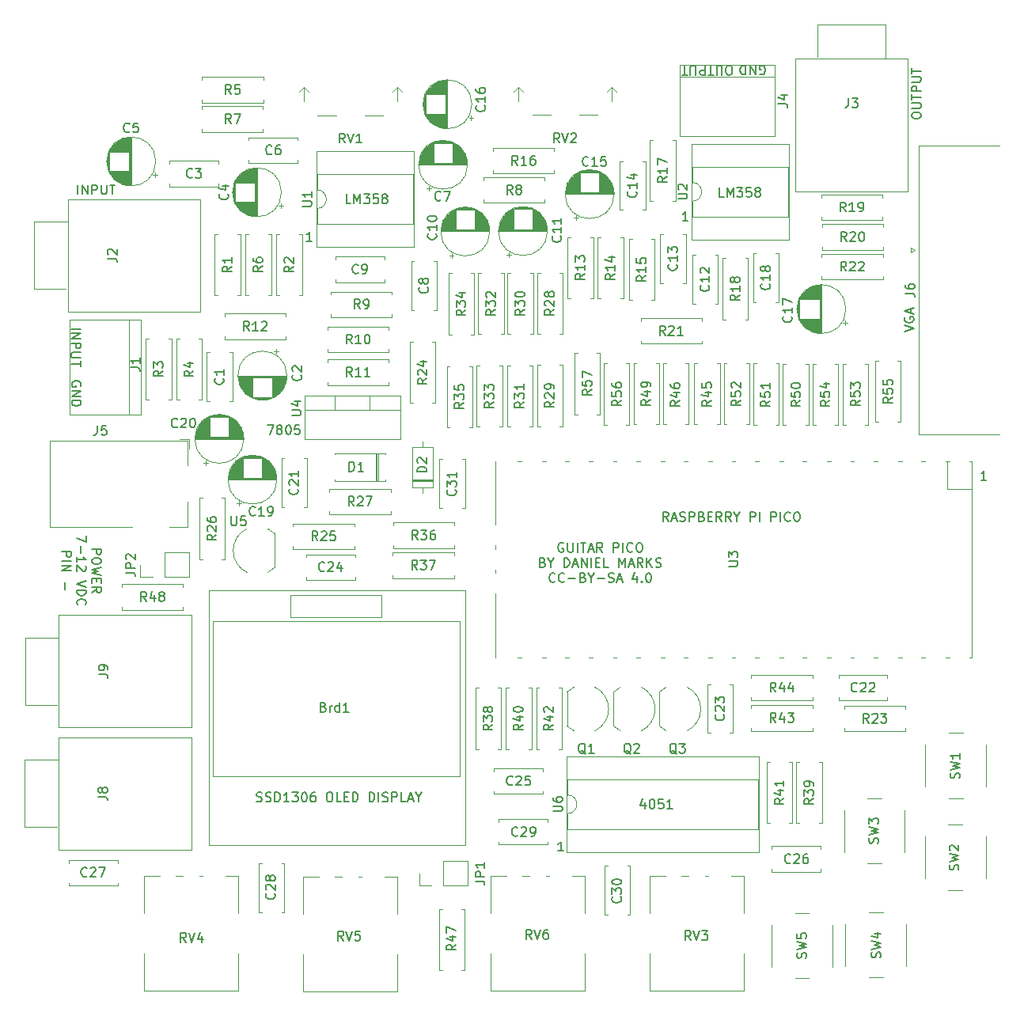
<source format=gbr>
%TF.GenerationSoftware,KiCad,Pcbnew,(6.0.11)*%
%TF.CreationDate,2023-10-13T21:53:17-05:00*%
%TF.ProjectId,GuitarPico,47756974-6172-4506-9963-6f2e6b696361,rev?*%
%TF.SameCoordinates,Original*%
%TF.FileFunction,Legend,Top*%
%TF.FilePolarity,Positive*%
%FSLAX46Y46*%
G04 Gerber Fmt 4.6, Leading zero omitted, Abs format (unit mm)*
G04 Created by KiCad (PCBNEW (6.0.11)) date 2023-10-13 21:53:17*
%MOMM*%
%LPD*%
G01*
G04 APERTURE LIST*
%ADD10C,0.150000*%
%ADD11C,0.120000*%
%ADD12C,0.100000*%
G04 APERTURE END LIST*
D10*
X46071428Y-74452380D02*
X46071428Y-73452380D01*
X46547619Y-74452380D02*
X46547619Y-73452380D01*
X47119047Y-74452380D01*
X47119047Y-73452380D01*
X47595238Y-74452380D02*
X47595238Y-73452380D01*
X47976190Y-73452380D01*
X48071428Y-73500000D01*
X48119047Y-73547619D01*
X48166666Y-73642857D01*
X48166666Y-73785714D01*
X48119047Y-73880952D01*
X48071428Y-73928571D01*
X47976190Y-73976190D01*
X47595238Y-73976190D01*
X48595238Y-73452380D02*
X48595238Y-74261904D01*
X48642857Y-74357142D01*
X48690476Y-74404761D01*
X48785714Y-74452380D01*
X48976190Y-74452380D01*
X49071428Y-74404761D01*
X49119047Y-74357142D01*
X49166666Y-74261904D01*
X49166666Y-73452380D01*
X49500000Y-73452380D02*
X50071428Y-73452380D01*
X49785714Y-74452380D02*
X49785714Y-73452380D01*
X47582619Y-112415476D02*
X48582619Y-112415476D01*
X48582619Y-112796428D01*
X48535000Y-112891666D01*
X48487380Y-112939285D01*
X48392142Y-112986904D01*
X48249285Y-112986904D01*
X48154047Y-112939285D01*
X48106428Y-112891666D01*
X48058809Y-112796428D01*
X48058809Y-112415476D01*
X48582619Y-113605952D02*
X48582619Y-113796428D01*
X48535000Y-113891666D01*
X48439761Y-113986904D01*
X48249285Y-114034523D01*
X47915952Y-114034523D01*
X47725476Y-113986904D01*
X47630238Y-113891666D01*
X47582619Y-113796428D01*
X47582619Y-113605952D01*
X47630238Y-113510714D01*
X47725476Y-113415476D01*
X47915952Y-113367857D01*
X48249285Y-113367857D01*
X48439761Y-113415476D01*
X48535000Y-113510714D01*
X48582619Y-113605952D01*
X48582619Y-114367857D02*
X47582619Y-114605952D01*
X48296904Y-114796428D01*
X47582619Y-114986904D01*
X48582619Y-115225000D01*
X48106428Y-115605952D02*
X48106428Y-115939285D01*
X47582619Y-116082142D02*
X47582619Y-115605952D01*
X48582619Y-115605952D01*
X48582619Y-116082142D01*
X47582619Y-117082142D02*
X48058809Y-116748809D01*
X47582619Y-116510714D02*
X48582619Y-116510714D01*
X48582619Y-116891666D01*
X48535000Y-116986904D01*
X48487380Y-117034523D01*
X48392142Y-117082142D01*
X48249285Y-117082142D01*
X48154047Y-117034523D01*
X48106428Y-116986904D01*
X48058809Y-116891666D01*
X48058809Y-116510714D01*
X46972619Y-111010714D02*
X46972619Y-111677380D01*
X45972619Y-111248809D01*
X46353571Y-112058333D02*
X46353571Y-112820238D01*
X45972619Y-113820238D02*
X45972619Y-113248809D01*
X45972619Y-113534523D02*
X46972619Y-113534523D01*
X46829761Y-113439285D01*
X46734523Y-113344047D01*
X46686904Y-113248809D01*
X46877380Y-114201190D02*
X46925000Y-114248809D01*
X46972619Y-114344047D01*
X46972619Y-114582142D01*
X46925000Y-114677380D01*
X46877380Y-114725000D01*
X46782142Y-114772619D01*
X46686904Y-114772619D01*
X46544047Y-114725000D01*
X45972619Y-114153571D01*
X45972619Y-114772619D01*
X46972619Y-115820238D02*
X45972619Y-116153571D01*
X46972619Y-116486904D01*
X45972619Y-116820238D02*
X46972619Y-116820238D01*
X46972619Y-117058333D01*
X46925000Y-117201190D01*
X46829761Y-117296428D01*
X46734523Y-117344047D01*
X46544047Y-117391666D01*
X46401190Y-117391666D01*
X46210714Y-117344047D01*
X46115476Y-117296428D01*
X46020238Y-117201190D01*
X45972619Y-117058333D01*
X45972619Y-116820238D01*
X46067857Y-118391666D02*
X46020238Y-118344047D01*
X45972619Y-118201190D01*
X45972619Y-118105952D01*
X46020238Y-117963095D01*
X46115476Y-117867857D01*
X46210714Y-117820238D01*
X46401190Y-117772619D01*
X46544047Y-117772619D01*
X46734523Y-117820238D01*
X46829761Y-117867857D01*
X46925000Y-117963095D01*
X46972619Y-118105952D01*
X46972619Y-118201190D01*
X46925000Y-118344047D01*
X46877380Y-118391666D01*
X44362619Y-112701190D02*
X45362619Y-112701190D01*
X45362619Y-113082142D01*
X45315000Y-113177380D01*
X45267380Y-113225000D01*
X45172142Y-113272619D01*
X45029285Y-113272619D01*
X44934047Y-113225000D01*
X44886428Y-113177380D01*
X44838809Y-113082142D01*
X44838809Y-112701190D01*
X44362619Y-113701190D02*
X45362619Y-113701190D01*
X44362619Y-114177380D02*
X45362619Y-114177380D01*
X44362619Y-114748809D01*
X45362619Y-114748809D01*
X44743571Y-115986904D02*
X44743571Y-116748809D01*
X98017619Y-111800000D02*
X97922380Y-111752380D01*
X97779523Y-111752380D01*
X97636666Y-111800000D01*
X97541428Y-111895238D01*
X97493809Y-111990476D01*
X97446190Y-112180952D01*
X97446190Y-112323809D01*
X97493809Y-112514285D01*
X97541428Y-112609523D01*
X97636666Y-112704761D01*
X97779523Y-112752380D01*
X97874761Y-112752380D01*
X98017619Y-112704761D01*
X98065238Y-112657142D01*
X98065238Y-112323809D01*
X97874761Y-112323809D01*
X98493809Y-111752380D02*
X98493809Y-112561904D01*
X98541428Y-112657142D01*
X98589047Y-112704761D01*
X98684285Y-112752380D01*
X98874761Y-112752380D01*
X98970000Y-112704761D01*
X99017619Y-112657142D01*
X99065238Y-112561904D01*
X99065238Y-111752380D01*
X99541428Y-112752380D02*
X99541428Y-111752380D01*
X99874761Y-111752380D02*
X100446190Y-111752380D01*
X100160476Y-112752380D02*
X100160476Y-111752380D01*
X100731904Y-112466666D02*
X101208095Y-112466666D01*
X100636666Y-112752380D02*
X100970000Y-111752380D01*
X101303333Y-112752380D01*
X102208095Y-112752380D02*
X101874761Y-112276190D01*
X101636666Y-112752380D02*
X101636666Y-111752380D01*
X102017619Y-111752380D01*
X102112857Y-111800000D01*
X102160476Y-111847619D01*
X102208095Y-111942857D01*
X102208095Y-112085714D01*
X102160476Y-112180952D01*
X102112857Y-112228571D01*
X102017619Y-112276190D01*
X101636666Y-112276190D01*
X103398571Y-112752380D02*
X103398571Y-111752380D01*
X103779523Y-111752380D01*
X103874761Y-111800000D01*
X103922380Y-111847619D01*
X103970000Y-111942857D01*
X103970000Y-112085714D01*
X103922380Y-112180952D01*
X103874761Y-112228571D01*
X103779523Y-112276190D01*
X103398571Y-112276190D01*
X104398571Y-112752380D02*
X104398571Y-111752380D01*
X105446190Y-112657142D02*
X105398571Y-112704761D01*
X105255714Y-112752380D01*
X105160476Y-112752380D01*
X105017619Y-112704761D01*
X104922380Y-112609523D01*
X104874761Y-112514285D01*
X104827142Y-112323809D01*
X104827142Y-112180952D01*
X104874761Y-111990476D01*
X104922380Y-111895238D01*
X105017619Y-111800000D01*
X105160476Y-111752380D01*
X105255714Y-111752380D01*
X105398571Y-111800000D01*
X105446190Y-111847619D01*
X106065238Y-111752380D02*
X106255714Y-111752380D01*
X106350952Y-111800000D01*
X106446190Y-111895238D01*
X106493809Y-112085714D01*
X106493809Y-112419047D01*
X106446190Y-112609523D01*
X106350952Y-112704761D01*
X106255714Y-112752380D01*
X106065238Y-112752380D01*
X105970000Y-112704761D01*
X105874761Y-112609523D01*
X105827142Y-112419047D01*
X105827142Y-112085714D01*
X105874761Y-111895238D01*
X105970000Y-111800000D01*
X106065238Y-111752380D01*
X95827142Y-113838571D02*
X95970000Y-113886190D01*
X96017619Y-113933809D01*
X96065238Y-114029047D01*
X96065238Y-114171904D01*
X96017619Y-114267142D01*
X95970000Y-114314761D01*
X95874761Y-114362380D01*
X95493809Y-114362380D01*
X95493809Y-113362380D01*
X95827142Y-113362380D01*
X95922380Y-113410000D01*
X95970000Y-113457619D01*
X96017619Y-113552857D01*
X96017619Y-113648095D01*
X95970000Y-113743333D01*
X95922380Y-113790952D01*
X95827142Y-113838571D01*
X95493809Y-113838571D01*
X96684285Y-113886190D02*
X96684285Y-114362380D01*
X96350952Y-113362380D02*
X96684285Y-113886190D01*
X97017619Y-113362380D01*
X98112857Y-114362380D02*
X98112857Y-113362380D01*
X98350952Y-113362380D01*
X98493809Y-113410000D01*
X98589047Y-113505238D01*
X98636666Y-113600476D01*
X98684285Y-113790952D01*
X98684285Y-113933809D01*
X98636666Y-114124285D01*
X98589047Y-114219523D01*
X98493809Y-114314761D01*
X98350952Y-114362380D01*
X98112857Y-114362380D01*
X99065238Y-114076666D02*
X99541428Y-114076666D01*
X98970000Y-114362380D02*
X99303333Y-113362380D01*
X99636666Y-114362380D01*
X99970000Y-114362380D02*
X99970000Y-113362380D01*
X100541428Y-114362380D01*
X100541428Y-113362380D01*
X101017619Y-114362380D02*
X101017619Y-113362380D01*
X101493809Y-113838571D02*
X101827142Y-113838571D01*
X101970000Y-114362380D02*
X101493809Y-114362380D01*
X101493809Y-113362380D01*
X101970000Y-113362380D01*
X102874761Y-114362380D02*
X102398571Y-114362380D01*
X102398571Y-113362380D01*
X103970000Y-114362380D02*
X103970000Y-113362380D01*
X104303333Y-114076666D01*
X104636666Y-113362380D01*
X104636666Y-114362380D01*
X105065238Y-114076666D02*
X105541428Y-114076666D01*
X104970000Y-114362380D02*
X105303333Y-113362380D01*
X105636666Y-114362380D01*
X106541428Y-114362380D02*
X106208095Y-113886190D01*
X105970000Y-114362380D02*
X105970000Y-113362380D01*
X106350952Y-113362380D01*
X106446190Y-113410000D01*
X106493809Y-113457619D01*
X106541428Y-113552857D01*
X106541428Y-113695714D01*
X106493809Y-113790952D01*
X106446190Y-113838571D01*
X106350952Y-113886190D01*
X105970000Y-113886190D01*
X106970000Y-114362380D02*
X106970000Y-113362380D01*
X107541428Y-114362380D02*
X107112857Y-113790952D01*
X107541428Y-113362380D02*
X106970000Y-113933809D01*
X107922380Y-114314761D02*
X108065238Y-114362380D01*
X108303333Y-114362380D01*
X108398571Y-114314761D01*
X108446190Y-114267142D01*
X108493809Y-114171904D01*
X108493809Y-114076666D01*
X108446190Y-113981428D01*
X108398571Y-113933809D01*
X108303333Y-113886190D01*
X108112857Y-113838571D01*
X108017619Y-113790952D01*
X107970000Y-113743333D01*
X107922380Y-113648095D01*
X107922380Y-113552857D01*
X107970000Y-113457619D01*
X108017619Y-113410000D01*
X108112857Y-113362380D01*
X108350952Y-113362380D01*
X108493809Y-113410000D01*
X97136666Y-115877142D02*
X97089047Y-115924761D01*
X96946190Y-115972380D01*
X96850952Y-115972380D01*
X96708095Y-115924761D01*
X96612857Y-115829523D01*
X96565238Y-115734285D01*
X96517619Y-115543809D01*
X96517619Y-115400952D01*
X96565238Y-115210476D01*
X96612857Y-115115238D01*
X96708095Y-115020000D01*
X96850952Y-114972380D01*
X96946190Y-114972380D01*
X97089047Y-115020000D01*
X97136666Y-115067619D01*
X98136666Y-115877142D02*
X98089047Y-115924761D01*
X97946190Y-115972380D01*
X97850952Y-115972380D01*
X97708095Y-115924761D01*
X97612857Y-115829523D01*
X97565238Y-115734285D01*
X97517619Y-115543809D01*
X97517619Y-115400952D01*
X97565238Y-115210476D01*
X97612857Y-115115238D01*
X97708095Y-115020000D01*
X97850952Y-114972380D01*
X97946190Y-114972380D01*
X98089047Y-115020000D01*
X98136666Y-115067619D01*
X98565238Y-115591428D02*
X99327142Y-115591428D01*
X100136666Y-115448571D02*
X100279523Y-115496190D01*
X100327142Y-115543809D01*
X100374761Y-115639047D01*
X100374761Y-115781904D01*
X100327142Y-115877142D01*
X100279523Y-115924761D01*
X100184285Y-115972380D01*
X99803333Y-115972380D01*
X99803333Y-114972380D01*
X100136666Y-114972380D01*
X100231904Y-115020000D01*
X100279523Y-115067619D01*
X100327142Y-115162857D01*
X100327142Y-115258095D01*
X100279523Y-115353333D01*
X100231904Y-115400952D01*
X100136666Y-115448571D01*
X99803333Y-115448571D01*
X100993809Y-115496190D02*
X100993809Y-115972380D01*
X100660476Y-114972380D02*
X100993809Y-115496190D01*
X101327142Y-114972380D01*
X101660476Y-115591428D02*
X102422380Y-115591428D01*
X102850952Y-115924761D02*
X102993809Y-115972380D01*
X103231904Y-115972380D01*
X103327142Y-115924761D01*
X103374761Y-115877142D01*
X103422380Y-115781904D01*
X103422380Y-115686666D01*
X103374761Y-115591428D01*
X103327142Y-115543809D01*
X103231904Y-115496190D01*
X103041428Y-115448571D01*
X102946190Y-115400952D01*
X102898571Y-115353333D01*
X102850952Y-115258095D01*
X102850952Y-115162857D01*
X102898571Y-115067619D01*
X102946190Y-115020000D01*
X103041428Y-114972380D01*
X103279523Y-114972380D01*
X103422380Y-115020000D01*
X103803333Y-115686666D02*
X104279523Y-115686666D01*
X103708095Y-115972380D02*
X104041428Y-114972380D01*
X104374761Y-115972380D01*
X105898571Y-115305714D02*
X105898571Y-115972380D01*
X105660476Y-114924761D02*
X105422380Y-115639047D01*
X106041428Y-115639047D01*
X106422380Y-115877142D02*
X106470000Y-115924761D01*
X106422380Y-115972380D01*
X106374761Y-115924761D01*
X106422380Y-115877142D01*
X106422380Y-115972380D01*
X107089047Y-114972380D02*
X107184285Y-114972380D01*
X107279523Y-115020000D01*
X107327142Y-115067619D01*
X107374761Y-115162857D01*
X107422380Y-115353333D01*
X107422380Y-115591428D01*
X107374761Y-115781904D01*
X107327142Y-115877142D01*
X107279523Y-115924761D01*
X107184285Y-115972380D01*
X107089047Y-115972380D01*
X106993809Y-115924761D01*
X106946190Y-115877142D01*
X106898571Y-115781904D01*
X106850952Y-115591428D01*
X106850952Y-115353333D01*
X106898571Y-115162857D01*
X106946190Y-115067619D01*
X106993809Y-115020000D01*
X107089047Y-114972380D01*
X134522380Y-89141904D02*
X135522380Y-88808571D01*
X134522380Y-88475238D01*
X134570000Y-87618095D02*
X134522380Y-87713333D01*
X134522380Y-87856190D01*
X134570000Y-87999047D01*
X134665238Y-88094285D01*
X134760476Y-88141904D01*
X134950952Y-88189523D01*
X135093809Y-88189523D01*
X135284285Y-88141904D01*
X135379523Y-88094285D01*
X135474761Y-87999047D01*
X135522380Y-87856190D01*
X135522380Y-87760952D01*
X135474761Y-87618095D01*
X135427142Y-87570476D01*
X135093809Y-87570476D01*
X135093809Y-87760952D01*
X135236666Y-87189523D02*
X135236666Y-86713333D01*
X135522380Y-87284761D02*
X134522380Y-86951428D01*
X135522380Y-86618095D01*
X115209523Y-74762380D02*
X114733333Y-74762380D01*
X114733333Y-73762380D01*
X115542857Y-74762380D02*
X115542857Y-73762380D01*
X115876190Y-74476666D01*
X116209523Y-73762380D01*
X116209523Y-74762380D01*
X116590476Y-73762380D02*
X117209523Y-73762380D01*
X116876190Y-74143333D01*
X117019047Y-74143333D01*
X117114285Y-74190952D01*
X117161904Y-74238571D01*
X117209523Y-74333809D01*
X117209523Y-74571904D01*
X117161904Y-74667142D01*
X117114285Y-74714761D01*
X117019047Y-74762380D01*
X116733333Y-74762380D01*
X116638095Y-74714761D01*
X116590476Y-74667142D01*
X118114285Y-73762380D02*
X117638095Y-73762380D01*
X117590476Y-74238571D01*
X117638095Y-74190952D01*
X117733333Y-74143333D01*
X117971428Y-74143333D01*
X118066666Y-74190952D01*
X118114285Y-74238571D01*
X118161904Y-74333809D01*
X118161904Y-74571904D01*
X118114285Y-74667142D01*
X118066666Y-74714761D01*
X117971428Y-74762380D01*
X117733333Y-74762380D01*
X117638095Y-74714761D01*
X117590476Y-74667142D01*
X118733333Y-74190952D02*
X118638095Y-74143333D01*
X118590476Y-74095714D01*
X118542857Y-74000476D01*
X118542857Y-73952857D01*
X118590476Y-73857619D01*
X118638095Y-73810000D01*
X118733333Y-73762380D01*
X118923809Y-73762380D01*
X119019047Y-73810000D01*
X119066666Y-73857619D01*
X119114285Y-73952857D01*
X119114285Y-74000476D01*
X119066666Y-74095714D01*
X119019047Y-74143333D01*
X118923809Y-74190952D01*
X118733333Y-74190952D01*
X118638095Y-74238571D01*
X118590476Y-74286190D01*
X118542857Y-74381428D01*
X118542857Y-74571904D01*
X118590476Y-74667142D01*
X118638095Y-74714761D01*
X118733333Y-74762380D01*
X118923809Y-74762380D01*
X119019047Y-74714761D01*
X119066666Y-74667142D01*
X119114285Y-74571904D01*
X119114285Y-74381428D01*
X119066666Y-74286190D01*
X119019047Y-74238571D01*
X118923809Y-74190952D01*
X115864761Y-61697619D02*
X115674285Y-61697619D01*
X115579047Y-61650000D01*
X115483809Y-61554761D01*
X115436190Y-61364285D01*
X115436190Y-61030952D01*
X115483809Y-60840476D01*
X115579047Y-60745238D01*
X115674285Y-60697619D01*
X115864761Y-60697619D01*
X115960000Y-60745238D01*
X116055238Y-60840476D01*
X116102857Y-61030952D01*
X116102857Y-61364285D01*
X116055238Y-61554761D01*
X115960000Y-61650000D01*
X115864761Y-61697619D01*
X115007619Y-61697619D02*
X115007619Y-60888095D01*
X114960000Y-60792857D01*
X114912380Y-60745238D01*
X114817142Y-60697619D01*
X114626666Y-60697619D01*
X114531428Y-60745238D01*
X114483809Y-60792857D01*
X114436190Y-60888095D01*
X114436190Y-61697619D01*
X114102857Y-61697619D02*
X113531428Y-61697619D01*
X113817142Y-60697619D02*
X113817142Y-61697619D01*
X113198095Y-60697619D02*
X113198095Y-61697619D01*
X112817142Y-61697619D01*
X112721904Y-61650000D01*
X112674285Y-61602380D01*
X112626666Y-61507142D01*
X112626666Y-61364285D01*
X112674285Y-61269047D01*
X112721904Y-61221428D01*
X112817142Y-61173809D01*
X113198095Y-61173809D01*
X112198095Y-61697619D02*
X112198095Y-60888095D01*
X112150476Y-60792857D01*
X112102857Y-60745238D01*
X112007619Y-60697619D01*
X111817142Y-60697619D01*
X111721904Y-60745238D01*
X111674285Y-60792857D01*
X111626666Y-60888095D01*
X111626666Y-61697619D01*
X111293333Y-61697619D02*
X110721904Y-61697619D01*
X111007619Y-60697619D02*
X111007619Y-61697619D01*
X135312380Y-66114761D02*
X135312380Y-65924285D01*
X135360000Y-65829047D01*
X135455238Y-65733809D01*
X135645714Y-65686190D01*
X135979047Y-65686190D01*
X136169523Y-65733809D01*
X136264761Y-65829047D01*
X136312380Y-65924285D01*
X136312380Y-66114761D01*
X136264761Y-66210000D01*
X136169523Y-66305238D01*
X135979047Y-66352857D01*
X135645714Y-66352857D01*
X135455238Y-66305238D01*
X135360000Y-66210000D01*
X135312380Y-66114761D01*
X135312380Y-65257619D02*
X136121904Y-65257619D01*
X136217142Y-65210000D01*
X136264761Y-65162380D01*
X136312380Y-65067142D01*
X136312380Y-64876666D01*
X136264761Y-64781428D01*
X136217142Y-64733809D01*
X136121904Y-64686190D01*
X135312380Y-64686190D01*
X135312380Y-64352857D02*
X135312380Y-63781428D01*
X136312380Y-64067142D02*
X135312380Y-64067142D01*
X136312380Y-63448095D02*
X135312380Y-63448095D01*
X135312380Y-63067142D01*
X135360000Y-62971904D01*
X135407619Y-62924285D01*
X135502857Y-62876666D01*
X135645714Y-62876666D01*
X135740952Y-62924285D01*
X135788571Y-62971904D01*
X135836190Y-63067142D01*
X135836190Y-63448095D01*
X135312380Y-62448095D02*
X136121904Y-62448095D01*
X136217142Y-62400476D01*
X136264761Y-62352857D01*
X136312380Y-62257619D01*
X136312380Y-62067142D01*
X136264761Y-61971904D01*
X136217142Y-61924285D01*
X136121904Y-61876666D01*
X135312380Y-61876666D01*
X135312380Y-61543333D02*
X135312380Y-60971904D01*
X136312380Y-61257619D02*
X135312380Y-61257619D01*
X106761904Y-139525714D02*
X106761904Y-140192380D01*
X106523809Y-139144761D02*
X106285714Y-139859047D01*
X106904761Y-139859047D01*
X107476190Y-139192380D02*
X107571428Y-139192380D01*
X107666666Y-139240000D01*
X107714285Y-139287619D01*
X107761904Y-139382857D01*
X107809523Y-139573333D01*
X107809523Y-139811428D01*
X107761904Y-140001904D01*
X107714285Y-140097142D01*
X107666666Y-140144761D01*
X107571428Y-140192380D01*
X107476190Y-140192380D01*
X107380952Y-140144761D01*
X107333333Y-140097142D01*
X107285714Y-140001904D01*
X107238095Y-139811428D01*
X107238095Y-139573333D01*
X107285714Y-139382857D01*
X107333333Y-139287619D01*
X107380952Y-139240000D01*
X107476190Y-139192380D01*
X108714285Y-139192380D02*
X108238095Y-139192380D01*
X108190476Y-139668571D01*
X108238095Y-139620952D01*
X108333333Y-139573333D01*
X108571428Y-139573333D01*
X108666666Y-139620952D01*
X108714285Y-139668571D01*
X108761904Y-139763809D01*
X108761904Y-140001904D01*
X108714285Y-140097142D01*
X108666666Y-140144761D01*
X108571428Y-140192380D01*
X108333333Y-140192380D01*
X108238095Y-140144761D01*
X108190476Y-140097142D01*
X109714285Y-140192380D02*
X109142857Y-140192380D01*
X109428571Y-140192380D02*
X109428571Y-139192380D01*
X109333333Y-139335238D01*
X109238095Y-139430476D01*
X109142857Y-139478095D01*
X45372619Y-88871428D02*
X46372619Y-88871428D01*
X45372619Y-89347619D02*
X46372619Y-89347619D01*
X45372619Y-89919047D01*
X46372619Y-89919047D01*
X45372619Y-90395238D02*
X46372619Y-90395238D01*
X46372619Y-90776190D01*
X46325000Y-90871428D01*
X46277380Y-90919047D01*
X46182142Y-90966666D01*
X46039285Y-90966666D01*
X45944047Y-90919047D01*
X45896428Y-90871428D01*
X45848809Y-90776190D01*
X45848809Y-90395238D01*
X46372619Y-91395238D02*
X45563095Y-91395238D01*
X45467857Y-91442857D01*
X45420238Y-91490476D01*
X45372619Y-91585714D01*
X45372619Y-91776190D01*
X45420238Y-91871428D01*
X45467857Y-91919047D01*
X45563095Y-91966666D01*
X46372619Y-91966666D01*
X46372619Y-92300000D02*
X46372619Y-92871428D01*
X45372619Y-92585714D02*
X46372619Y-92585714D01*
X71135714Y-79482380D02*
X70564285Y-79482380D01*
X70850000Y-79482380D02*
X70850000Y-78482380D01*
X70754761Y-78625238D01*
X70659523Y-78720476D01*
X70564285Y-78768095D01*
X119051904Y-61620000D02*
X119147142Y-61667619D01*
X119290000Y-61667619D01*
X119432857Y-61620000D01*
X119528095Y-61524761D01*
X119575714Y-61429523D01*
X119623333Y-61239047D01*
X119623333Y-61096190D01*
X119575714Y-60905714D01*
X119528095Y-60810476D01*
X119432857Y-60715238D01*
X119290000Y-60667619D01*
X119194761Y-60667619D01*
X119051904Y-60715238D01*
X119004285Y-60762857D01*
X119004285Y-61096190D01*
X119194761Y-61096190D01*
X118575714Y-60667619D02*
X118575714Y-61667619D01*
X118004285Y-60667619D01*
X118004285Y-61667619D01*
X117528095Y-60667619D02*
X117528095Y-61667619D01*
X117290000Y-61667619D01*
X117147142Y-61620000D01*
X117051904Y-61524761D01*
X117004285Y-61429523D01*
X116956666Y-61239047D01*
X116956666Y-61096190D01*
X117004285Y-60905714D01*
X117051904Y-60810476D01*
X117147142Y-60715238D01*
X117290000Y-60667619D01*
X117528095Y-60667619D01*
X143275714Y-105062380D02*
X142704285Y-105062380D01*
X142990000Y-105062380D02*
X142990000Y-104062380D01*
X142894761Y-104205238D01*
X142799523Y-104300476D01*
X142704285Y-104348095D01*
X111375714Y-77322380D02*
X110804285Y-77322380D01*
X111090000Y-77322380D02*
X111090000Y-76322380D01*
X110994761Y-76465238D01*
X110899523Y-76560476D01*
X110804285Y-76608095D01*
X65214285Y-139404761D02*
X65357142Y-139452380D01*
X65595238Y-139452380D01*
X65690476Y-139404761D01*
X65738095Y-139357142D01*
X65785714Y-139261904D01*
X65785714Y-139166666D01*
X65738095Y-139071428D01*
X65690476Y-139023809D01*
X65595238Y-138976190D01*
X65404761Y-138928571D01*
X65309523Y-138880952D01*
X65261904Y-138833333D01*
X65214285Y-138738095D01*
X65214285Y-138642857D01*
X65261904Y-138547619D01*
X65309523Y-138500000D01*
X65404761Y-138452380D01*
X65642857Y-138452380D01*
X65785714Y-138500000D01*
X66166666Y-139404761D02*
X66309523Y-139452380D01*
X66547619Y-139452380D01*
X66642857Y-139404761D01*
X66690476Y-139357142D01*
X66738095Y-139261904D01*
X66738095Y-139166666D01*
X66690476Y-139071428D01*
X66642857Y-139023809D01*
X66547619Y-138976190D01*
X66357142Y-138928571D01*
X66261904Y-138880952D01*
X66214285Y-138833333D01*
X66166666Y-138738095D01*
X66166666Y-138642857D01*
X66214285Y-138547619D01*
X66261904Y-138500000D01*
X66357142Y-138452380D01*
X66595238Y-138452380D01*
X66738095Y-138500000D01*
X67166666Y-139452380D02*
X67166666Y-138452380D01*
X67404761Y-138452380D01*
X67547619Y-138500000D01*
X67642857Y-138595238D01*
X67690476Y-138690476D01*
X67738095Y-138880952D01*
X67738095Y-139023809D01*
X67690476Y-139214285D01*
X67642857Y-139309523D01*
X67547619Y-139404761D01*
X67404761Y-139452380D01*
X67166666Y-139452380D01*
X68690476Y-139452380D02*
X68119047Y-139452380D01*
X68404761Y-139452380D02*
X68404761Y-138452380D01*
X68309523Y-138595238D01*
X68214285Y-138690476D01*
X68119047Y-138738095D01*
X69023809Y-138452380D02*
X69642857Y-138452380D01*
X69309523Y-138833333D01*
X69452380Y-138833333D01*
X69547619Y-138880952D01*
X69595238Y-138928571D01*
X69642857Y-139023809D01*
X69642857Y-139261904D01*
X69595238Y-139357142D01*
X69547619Y-139404761D01*
X69452380Y-139452380D01*
X69166666Y-139452380D01*
X69071428Y-139404761D01*
X69023809Y-139357142D01*
X70261904Y-138452380D02*
X70357142Y-138452380D01*
X70452380Y-138500000D01*
X70500000Y-138547619D01*
X70547619Y-138642857D01*
X70595238Y-138833333D01*
X70595238Y-139071428D01*
X70547619Y-139261904D01*
X70500000Y-139357142D01*
X70452380Y-139404761D01*
X70357142Y-139452380D01*
X70261904Y-139452380D01*
X70166666Y-139404761D01*
X70119047Y-139357142D01*
X70071428Y-139261904D01*
X70023809Y-139071428D01*
X70023809Y-138833333D01*
X70071428Y-138642857D01*
X70119047Y-138547619D01*
X70166666Y-138500000D01*
X70261904Y-138452380D01*
X71452380Y-138452380D02*
X71261904Y-138452380D01*
X71166666Y-138500000D01*
X71119047Y-138547619D01*
X71023809Y-138690476D01*
X70976190Y-138880952D01*
X70976190Y-139261904D01*
X71023809Y-139357142D01*
X71071428Y-139404761D01*
X71166666Y-139452380D01*
X71357142Y-139452380D01*
X71452380Y-139404761D01*
X71500000Y-139357142D01*
X71547619Y-139261904D01*
X71547619Y-139023809D01*
X71500000Y-138928571D01*
X71452380Y-138880952D01*
X71357142Y-138833333D01*
X71166666Y-138833333D01*
X71071428Y-138880952D01*
X71023809Y-138928571D01*
X70976190Y-139023809D01*
X72928571Y-138452380D02*
X73119047Y-138452380D01*
X73214285Y-138500000D01*
X73309523Y-138595238D01*
X73357142Y-138785714D01*
X73357142Y-139119047D01*
X73309523Y-139309523D01*
X73214285Y-139404761D01*
X73119047Y-139452380D01*
X72928571Y-139452380D01*
X72833333Y-139404761D01*
X72738095Y-139309523D01*
X72690476Y-139119047D01*
X72690476Y-138785714D01*
X72738095Y-138595238D01*
X72833333Y-138500000D01*
X72928571Y-138452380D01*
X74261904Y-139452380D02*
X73785714Y-139452380D01*
X73785714Y-138452380D01*
X74595238Y-138928571D02*
X74928571Y-138928571D01*
X75071428Y-139452380D02*
X74595238Y-139452380D01*
X74595238Y-138452380D01*
X75071428Y-138452380D01*
X75500000Y-139452380D02*
X75500000Y-138452380D01*
X75738095Y-138452380D01*
X75880952Y-138500000D01*
X75976190Y-138595238D01*
X76023809Y-138690476D01*
X76071428Y-138880952D01*
X76071428Y-139023809D01*
X76023809Y-139214285D01*
X75976190Y-139309523D01*
X75880952Y-139404761D01*
X75738095Y-139452380D01*
X75500000Y-139452380D01*
X77261904Y-139452380D02*
X77261904Y-138452380D01*
X77500000Y-138452380D01*
X77642857Y-138500000D01*
X77738095Y-138595238D01*
X77785714Y-138690476D01*
X77833333Y-138880952D01*
X77833333Y-139023809D01*
X77785714Y-139214285D01*
X77738095Y-139309523D01*
X77642857Y-139404761D01*
X77500000Y-139452380D01*
X77261904Y-139452380D01*
X78261904Y-139452380D02*
X78261904Y-138452380D01*
X78690476Y-139404761D02*
X78833333Y-139452380D01*
X79071428Y-139452380D01*
X79166666Y-139404761D01*
X79214285Y-139357142D01*
X79261904Y-139261904D01*
X79261904Y-139166666D01*
X79214285Y-139071428D01*
X79166666Y-139023809D01*
X79071428Y-138976190D01*
X78880952Y-138928571D01*
X78785714Y-138880952D01*
X78738095Y-138833333D01*
X78690476Y-138738095D01*
X78690476Y-138642857D01*
X78738095Y-138547619D01*
X78785714Y-138500000D01*
X78880952Y-138452380D01*
X79119047Y-138452380D01*
X79261904Y-138500000D01*
X79690476Y-139452380D02*
X79690476Y-138452380D01*
X80071428Y-138452380D01*
X80166666Y-138500000D01*
X80214285Y-138547619D01*
X80261904Y-138642857D01*
X80261904Y-138785714D01*
X80214285Y-138880952D01*
X80166666Y-138928571D01*
X80071428Y-138976190D01*
X79690476Y-138976190D01*
X81166666Y-139452380D02*
X80690476Y-139452380D01*
X80690476Y-138452380D01*
X81452380Y-139166666D02*
X81928571Y-139166666D01*
X81357142Y-139452380D02*
X81690476Y-138452380D01*
X82023809Y-139452380D01*
X82547619Y-138976190D02*
X82547619Y-139452380D01*
X82214285Y-138452380D02*
X82547619Y-138976190D01*
X82880952Y-138452380D01*
X109261904Y-109452380D02*
X108928571Y-108976190D01*
X108690476Y-109452380D02*
X108690476Y-108452380D01*
X109071428Y-108452380D01*
X109166666Y-108500000D01*
X109214285Y-108547619D01*
X109261904Y-108642857D01*
X109261904Y-108785714D01*
X109214285Y-108880952D01*
X109166666Y-108928571D01*
X109071428Y-108976190D01*
X108690476Y-108976190D01*
X109642857Y-109166666D02*
X110119047Y-109166666D01*
X109547619Y-109452380D02*
X109880952Y-108452380D01*
X110214285Y-109452380D01*
X110500000Y-109404761D02*
X110642857Y-109452380D01*
X110880952Y-109452380D01*
X110976190Y-109404761D01*
X111023809Y-109357142D01*
X111071428Y-109261904D01*
X111071428Y-109166666D01*
X111023809Y-109071428D01*
X110976190Y-109023809D01*
X110880952Y-108976190D01*
X110690476Y-108928571D01*
X110595238Y-108880952D01*
X110547619Y-108833333D01*
X110500000Y-108738095D01*
X110500000Y-108642857D01*
X110547619Y-108547619D01*
X110595238Y-108500000D01*
X110690476Y-108452380D01*
X110928571Y-108452380D01*
X111071428Y-108500000D01*
X111500000Y-109452380D02*
X111500000Y-108452380D01*
X111880952Y-108452380D01*
X111976190Y-108500000D01*
X112023809Y-108547619D01*
X112071428Y-108642857D01*
X112071428Y-108785714D01*
X112023809Y-108880952D01*
X111976190Y-108928571D01*
X111880952Y-108976190D01*
X111500000Y-108976190D01*
X112833333Y-108928571D02*
X112976190Y-108976190D01*
X113023809Y-109023809D01*
X113071428Y-109119047D01*
X113071428Y-109261904D01*
X113023809Y-109357142D01*
X112976190Y-109404761D01*
X112880952Y-109452380D01*
X112500000Y-109452380D01*
X112500000Y-108452380D01*
X112833333Y-108452380D01*
X112928571Y-108500000D01*
X112976190Y-108547619D01*
X113023809Y-108642857D01*
X113023809Y-108738095D01*
X112976190Y-108833333D01*
X112928571Y-108880952D01*
X112833333Y-108928571D01*
X112500000Y-108928571D01*
X113500000Y-108928571D02*
X113833333Y-108928571D01*
X113976190Y-109452380D02*
X113500000Y-109452380D01*
X113500000Y-108452380D01*
X113976190Y-108452380D01*
X114976190Y-109452380D02*
X114642857Y-108976190D01*
X114404761Y-109452380D02*
X114404761Y-108452380D01*
X114785714Y-108452380D01*
X114880952Y-108500000D01*
X114928571Y-108547619D01*
X114976190Y-108642857D01*
X114976190Y-108785714D01*
X114928571Y-108880952D01*
X114880952Y-108928571D01*
X114785714Y-108976190D01*
X114404761Y-108976190D01*
X115976190Y-109452380D02*
X115642857Y-108976190D01*
X115404761Y-109452380D02*
X115404761Y-108452380D01*
X115785714Y-108452380D01*
X115880952Y-108500000D01*
X115928571Y-108547619D01*
X115976190Y-108642857D01*
X115976190Y-108785714D01*
X115928571Y-108880952D01*
X115880952Y-108928571D01*
X115785714Y-108976190D01*
X115404761Y-108976190D01*
X116595238Y-108976190D02*
X116595238Y-109452380D01*
X116261904Y-108452380D02*
X116595238Y-108976190D01*
X116928571Y-108452380D01*
X118023809Y-109452380D02*
X118023809Y-108452380D01*
X118404761Y-108452380D01*
X118500000Y-108500000D01*
X118547619Y-108547619D01*
X118595238Y-108642857D01*
X118595238Y-108785714D01*
X118547619Y-108880952D01*
X118500000Y-108928571D01*
X118404761Y-108976190D01*
X118023809Y-108976190D01*
X119023809Y-109452380D02*
X119023809Y-108452380D01*
X120261904Y-109452380D02*
X120261904Y-108452380D01*
X120642857Y-108452380D01*
X120738095Y-108500000D01*
X120785714Y-108547619D01*
X120833333Y-108642857D01*
X120833333Y-108785714D01*
X120785714Y-108880952D01*
X120738095Y-108928571D01*
X120642857Y-108976190D01*
X120261904Y-108976190D01*
X121261904Y-109452380D02*
X121261904Y-108452380D01*
X122309523Y-109357142D02*
X122261904Y-109404761D01*
X122119047Y-109452380D01*
X122023809Y-109452380D01*
X121880952Y-109404761D01*
X121785714Y-109309523D01*
X121738095Y-109214285D01*
X121690476Y-109023809D01*
X121690476Y-108880952D01*
X121738095Y-108690476D01*
X121785714Y-108595238D01*
X121880952Y-108500000D01*
X122023809Y-108452380D01*
X122119047Y-108452380D01*
X122261904Y-108500000D01*
X122309523Y-108547619D01*
X122928571Y-108452380D02*
X123119047Y-108452380D01*
X123214285Y-108500000D01*
X123309523Y-108595238D01*
X123357142Y-108785714D01*
X123357142Y-109119047D01*
X123309523Y-109309523D01*
X123214285Y-109404761D01*
X123119047Y-109452380D01*
X122928571Y-109452380D01*
X122833333Y-109404761D01*
X122738095Y-109309523D01*
X122690476Y-109119047D01*
X122690476Y-108785714D01*
X122738095Y-108595238D01*
X122833333Y-108500000D01*
X122928571Y-108452380D01*
X46375000Y-95013095D02*
X46422619Y-94917857D01*
X46422619Y-94775000D01*
X46375000Y-94632142D01*
X46279761Y-94536904D01*
X46184523Y-94489285D01*
X45994047Y-94441666D01*
X45851190Y-94441666D01*
X45660714Y-94489285D01*
X45565476Y-94536904D01*
X45470238Y-94632142D01*
X45422619Y-94775000D01*
X45422619Y-94870238D01*
X45470238Y-95013095D01*
X45517857Y-95060714D01*
X45851190Y-95060714D01*
X45851190Y-94870238D01*
X45422619Y-95489285D02*
X46422619Y-95489285D01*
X45422619Y-96060714D01*
X46422619Y-96060714D01*
X45422619Y-96536904D02*
X46422619Y-96536904D01*
X46422619Y-96775000D01*
X46375000Y-96917857D01*
X46279761Y-97013095D01*
X46184523Y-97060714D01*
X45994047Y-97108333D01*
X45851190Y-97108333D01*
X45660714Y-97060714D01*
X45565476Y-97013095D01*
X45470238Y-96917857D01*
X45422619Y-96775000D01*
X45422619Y-96536904D01*
X98045714Y-144732380D02*
X97474285Y-144732380D01*
X97760000Y-144732380D02*
X97760000Y-143732380D01*
X97664761Y-143875238D01*
X97569523Y-143970476D01*
X97474285Y-144018095D01*
X66368095Y-99152380D02*
X67034761Y-99152380D01*
X66606190Y-100152380D01*
X67558571Y-99580952D02*
X67463333Y-99533333D01*
X67415714Y-99485714D01*
X67368095Y-99390476D01*
X67368095Y-99342857D01*
X67415714Y-99247619D01*
X67463333Y-99200000D01*
X67558571Y-99152380D01*
X67749047Y-99152380D01*
X67844285Y-99200000D01*
X67891904Y-99247619D01*
X67939523Y-99342857D01*
X67939523Y-99390476D01*
X67891904Y-99485714D01*
X67844285Y-99533333D01*
X67749047Y-99580952D01*
X67558571Y-99580952D01*
X67463333Y-99628571D01*
X67415714Y-99676190D01*
X67368095Y-99771428D01*
X67368095Y-99961904D01*
X67415714Y-100057142D01*
X67463333Y-100104761D01*
X67558571Y-100152380D01*
X67749047Y-100152380D01*
X67844285Y-100104761D01*
X67891904Y-100057142D01*
X67939523Y-99961904D01*
X67939523Y-99771428D01*
X67891904Y-99676190D01*
X67844285Y-99628571D01*
X67749047Y-99580952D01*
X68558571Y-99152380D02*
X68653809Y-99152380D01*
X68749047Y-99200000D01*
X68796666Y-99247619D01*
X68844285Y-99342857D01*
X68891904Y-99533333D01*
X68891904Y-99771428D01*
X68844285Y-99961904D01*
X68796666Y-100057142D01*
X68749047Y-100104761D01*
X68653809Y-100152380D01*
X68558571Y-100152380D01*
X68463333Y-100104761D01*
X68415714Y-100057142D01*
X68368095Y-99961904D01*
X68320476Y-99771428D01*
X68320476Y-99533333D01*
X68368095Y-99342857D01*
X68415714Y-99247619D01*
X68463333Y-99200000D01*
X68558571Y-99152380D01*
X69796666Y-99152380D02*
X69320476Y-99152380D01*
X69272857Y-99628571D01*
X69320476Y-99580952D01*
X69415714Y-99533333D01*
X69653809Y-99533333D01*
X69749047Y-99580952D01*
X69796666Y-99628571D01*
X69844285Y-99723809D01*
X69844285Y-99961904D01*
X69796666Y-100057142D01*
X69749047Y-100104761D01*
X69653809Y-100152380D01*
X69415714Y-100152380D01*
X69320476Y-100104761D01*
X69272857Y-100057142D01*
X75309523Y-75452380D02*
X74833333Y-75452380D01*
X74833333Y-74452380D01*
X75642857Y-75452380D02*
X75642857Y-74452380D01*
X75976190Y-75166666D01*
X76309523Y-74452380D01*
X76309523Y-75452380D01*
X76690476Y-74452380D02*
X77309523Y-74452380D01*
X76976190Y-74833333D01*
X77119047Y-74833333D01*
X77214285Y-74880952D01*
X77261904Y-74928571D01*
X77309523Y-75023809D01*
X77309523Y-75261904D01*
X77261904Y-75357142D01*
X77214285Y-75404761D01*
X77119047Y-75452380D01*
X76833333Y-75452380D01*
X76738095Y-75404761D01*
X76690476Y-75357142D01*
X78214285Y-74452380D02*
X77738095Y-74452380D01*
X77690476Y-74928571D01*
X77738095Y-74880952D01*
X77833333Y-74833333D01*
X78071428Y-74833333D01*
X78166666Y-74880952D01*
X78214285Y-74928571D01*
X78261904Y-75023809D01*
X78261904Y-75261904D01*
X78214285Y-75357142D01*
X78166666Y-75404761D01*
X78071428Y-75452380D01*
X77833333Y-75452380D01*
X77738095Y-75404761D01*
X77690476Y-75357142D01*
X78833333Y-74880952D02*
X78738095Y-74833333D01*
X78690476Y-74785714D01*
X78642857Y-74690476D01*
X78642857Y-74642857D01*
X78690476Y-74547619D01*
X78738095Y-74500000D01*
X78833333Y-74452380D01*
X79023809Y-74452380D01*
X79119047Y-74500000D01*
X79166666Y-74547619D01*
X79214285Y-74642857D01*
X79214285Y-74690476D01*
X79166666Y-74785714D01*
X79119047Y-74833333D01*
X79023809Y-74880952D01*
X78833333Y-74880952D01*
X78738095Y-74928571D01*
X78690476Y-74976190D01*
X78642857Y-75071428D01*
X78642857Y-75261904D01*
X78690476Y-75357142D01*
X78738095Y-75404761D01*
X78833333Y-75452380D01*
X79023809Y-75452380D01*
X79119047Y-75404761D01*
X79166666Y-75357142D01*
X79214285Y-75261904D01*
X79214285Y-75071428D01*
X79166666Y-74976190D01*
X79119047Y-74928571D01*
X79023809Y-74880952D01*
%TO.C,Brd1*%
X72363333Y-129322571D02*
X72506190Y-129370190D01*
X72553809Y-129417809D01*
X72601428Y-129513047D01*
X72601428Y-129655904D01*
X72553809Y-129751142D01*
X72506190Y-129798761D01*
X72410952Y-129846380D01*
X72030000Y-129846380D01*
X72030000Y-128846380D01*
X72363333Y-128846380D01*
X72458571Y-128894000D01*
X72506190Y-128941619D01*
X72553809Y-129036857D01*
X72553809Y-129132095D01*
X72506190Y-129227333D01*
X72458571Y-129274952D01*
X72363333Y-129322571D01*
X72030000Y-129322571D01*
X73030000Y-129846380D02*
X73030000Y-129179714D01*
X73030000Y-129370190D02*
X73077619Y-129274952D01*
X73125238Y-129227333D01*
X73220476Y-129179714D01*
X73315714Y-129179714D01*
X74077619Y-129846380D02*
X74077619Y-128846380D01*
X74077619Y-129798761D02*
X73982380Y-129846380D01*
X73791904Y-129846380D01*
X73696666Y-129798761D01*
X73649047Y-129751142D01*
X73601428Y-129655904D01*
X73601428Y-129370190D01*
X73649047Y-129274952D01*
X73696666Y-129227333D01*
X73791904Y-129179714D01*
X73982380Y-129179714D01*
X74077619Y-129227333D01*
X75077619Y-129846380D02*
X74506190Y-129846380D01*
X74791904Y-129846380D02*
X74791904Y-128846380D01*
X74696666Y-128989238D01*
X74601428Y-129084476D01*
X74506190Y-129132095D01*
%TO.C,C22*%
X129445142Y-127611142D02*
X129397523Y-127658761D01*
X129254666Y-127706380D01*
X129159428Y-127706380D01*
X129016571Y-127658761D01*
X128921333Y-127563523D01*
X128873714Y-127468285D01*
X128826095Y-127277809D01*
X128826095Y-127134952D01*
X128873714Y-126944476D01*
X128921333Y-126849238D01*
X129016571Y-126754000D01*
X129159428Y-126706380D01*
X129254666Y-126706380D01*
X129397523Y-126754000D01*
X129445142Y-126801619D01*
X129826095Y-126801619D02*
X129873714Y-126754000D01*
X129968952Y-126706380D01*
X130207047Y-126706380D01*
X130302285Y-126754000D01*
X130349904Y-126801619D01*
X130397523Y-126896857D01*
X130397523Y-126992095D01*
X130349904Y-127134952D01*
X129778476Y-127706380D01*
X130397523Y-127706380D01*
X130778476Y-126801619D02*
X130826095Y-126754000D01*
X130921333Y-126706380D01*
X131159428Y-126706380D01*
X131254666Y-126754000D01*
X131302285Y-126801619D01*
X131349904Y-126896857D01*
X131349904Y-126992095D01*
X131302285Y-127134952D01*
X130730857Y-127706380D01*
X131349904Y-127706380D01*
%TO.C,C15*%
X100701142Y-71341143D02*
X100653523Y-71388762D01*
X100510666Y-71436381D01*
X100415428Y-71436381D01*
X100272571Y-71388762D01*
X100177333Y-71293524D01*
X100129714Y-71198286D01*
X100082095Y-71007810D01*
X100082095Y-70864953D01*
X100129714Y-70674477D01*
X100177333Y-70579239D01*
X100272571Y-70484001D01*
X100415428Y-70436381D01*
X100510666Y-70436381D01*
X100653523Y-70484001D01*
X100701142Y-70531620D01*
X101653523Y-71436381D02*
X101082095Y-71436381D01*
X101367809Y-71436381D02*
X101367809Y-70436381D01*
X101272571Y-70579239D01*
X101177333Y-70674477D01*
X101082095Y-70722096D01*
X102558285Y-70436381D02*
X102082095Y-70436381D01*
X102034476Y-70912572D01*
X102082095Y-70864953D01*
X102177333Y-70817334D01*
X102415428Y-70817334D01*
X102510666Y-70864953D01*
X102558285Y-70912572D01*
X102605904Y-71007810D01*
X102605904Y-71245905D01*
X102558285Y-71341143D01*
X102510666Y-71388762D01*
X102415428Y-71436381D01*
X102177333Y-71436381D01*
X102082095Y-71388762D01*
X102034476Y-71341143D01*
%TO.C,Q3*%
X110154761Y-134337619D02*
X110059523Y-134290000D01*
X109964285Y-134194761D01*
X109821428Y-134051904D01*
X109726190Y-134004285D01*
X109630952Y-134004285D01*
X109678571Y-134242380D02*
X109583333Y-134194761D01*
X109488095Y-134099523D01*
X109440476Y-133909047D01*
X109440476Y-133575714D01*
X109488095Y-133385238D01*
X109583333Y-133290000D01*
X109678571Y-133242380D01*
X109869047Y-133242380D01*
X109964285Y-133290000D01*
X110059523Y-133385238D01*
X110107142Y-133575714D01*
X110107142Y-133909047D01*
X110059523Y-134099523D01*
X109964285Y-134194761D01*
X109869047Y-134242380D01*
X109678571Y-134242380D01*
X110440476Y-133242380D02*
X111059523Y-133242380D01*
X110726190Y-133623333D01*
X110869047Y-133623333D01*
X110964285Y-133670952D01*
X111011904Y-133718571D01*
X111059523Y-133813809D01*
X111059523Y-134051904D01*
X111011904Y-134147142D01*
X110964285Y-134194761D01*
X110869047Y-134242380D01*
X110583333Y-134242380D01*
X110488095Y-134194761D01*
X110440476Y-134147142D01*
%TO.C,J8*%
X48272380Y-138923333D02*
X48986666Y-138923333D01*
X49129523Y-138970952D01*
X49224761Y-139066190D01*
X49272380Y-139209047D01*
X49272380Y-139304285D01*
X48700952Y-138304285D02*
X48653333Y-138399523D01*
X48605714Y-138447142D01*
X48510476Y-138494761D01*
X48462857Y-138494761D01*
X48367619Y-138447142D01*
X48320000Y-138399523D01*
X48272380Y-138304285D01*
X48272380Y-138113809D01*
X48320000Y-138018571D01*
X48367619Y-137970952D01*
X48462857Y-137923333D01*
X48510476Y-137923333D01*
X48605714Y-137970952D01*
X48653333Y-138018571D01*
X48700952Y-138113809D01*
X48700952Y-138304285D01*
X48748571Y-138399523D01*
X48796190Y-138447142D01*
X48891428Y-138494761D01*
X49081904Y-138494761D01*
X49177142Y-138447142D01*
X49224761Y-138399523D01*
X49272380Y-138304285D01*
X49272380Y-138113809D01*
X49224761Y-138018571D01*
X49177142Y-137970952D01*
X49081904Y-137923333D01*
X48891428Y-137923333D01*
X48796190Y-137970952D01*
X48748571Y-138018571D01*
X48700952Y-138113809D01*
%TO.C,R46*%
X110492380Y-96552857D02*
X110016190Y-96886190D01*
X110492380Y-97124285D02*
X109492380Y-97124285D01*
X109492380Y-96743333D01*
X109540000Y-96648095D01*
X109587619Y-96600476D01*
X109682857Y-96552857D01*
X109825714Y-96552857D01*
X109920952Y-96600476D01*
X109968571Y-96648095D01*
X110016190Y-96743333D01*
X110016190Y-97124285D01*
X109825714Y-95695714D02*
X110492380Y-95695714D01*
X109444761Y-95933809D02*
X110159047Y-96171904D01*
X110159047Y-95552857D01*
X109492380Y-94743333D02*
X109492380Y-94933809D01*
X109540000Y-95029047D01*
X109587619Y-95076666D01*
X109730476Y-95171904D01*
X109920952Y-95219523D01*
X110301904Y-95219523D01*
X110397142Y-95171904D01*
X110444761Y-95124285D01*
X110492380Y-95029047D01*
X110492380Y-94838571D01*
X110444761Y-94743333D01*
X110397142Y-94695714D01*
X110301904Y-94648095D01*
X110063809Y-94648095D01*
X109968571Y-94695714D01*
X109920952Y-94743333D01*
X109873333Y-94838571D01*
X109873333Y-95029047D01*
X109920952Y-95124285D01*
X109968571Y-95171904D01*
X110063809Y-95219523D01*
%TO.C,R9*%
X76273333Y-86702380D02*
X75940000Y-86226190D01*
X75701904Y-86702380D02*
X75701904Y-85702380D01*
X76082857Y-85702380D01*
X76178095Y-85750000D01*
X76225714Y-85797619D01*
X76273333Y-85892857D01*
X76273333Y-86035714D01*
X76225714Y-86130952D01*
X76178095Y-86178571D01*
X76082857Y-86226190D01*
X75701904Y-86226190D01*
X76749523Y-86702380D02*
X76940000Y-86702380D01*
X77035238Y-86654761D01*
X77082857Y-86607142D01*
X77178095Y-86464285D01*
X77225714Y-86273809D01*
X77225714Y-85892857D01*
X77178095Y-85797619D01*
X77130476Y-85750000D01*
X77035238Y-85702380D01*
X76844761Y-85702380D01*
X76749523Y-85750000D01*
X76701904Y-85797619D01*
X76654285Y-85892857D01*
X76654285Y-86130952D01*
X76701904Y-86226190D01*
X76749523Y-86273809D01*
X76844761Y-86321428D01*
X77035238Y-86321428D01*
X77130476Y-86273809D01*
X77178095Y-86226190D01*
X77225714Y-86130952D01*
%TO.C,D1*%
X75121904Y-104102380D02*
X75121904Y-103102380D01*
X75360000Y-103102380D01*
X75502857Y-103150000D01*
X75598095Y-103245238D01*
X75645714Y-103340476D01*
X75693333Y-103530952D01*
X75693333Y-103673809D01*
X75645714Y-103864285D01*
X75598095Y-103959523D01*
X75502857Y-104054761D01*
X75360000Y-104102380D01*
X75121904Y-104102380D01*
X76645714Y-104102380D02*
X76074285Y-104102380D01*
X76360000Y-104102380D02*
X76360000Y-103102380D01*
X76264761Y-103245238D01*
X76169523Y-103340476D01*
X76074285Y-103388095D01*
%TO.C,R56*%
X104242380Y-96482857D02*
X103766190Y-96816190D01*
X104242380Y-97054285D02*
X103242380Y-97054285D01*
X103242380Y-96673333D01*
X103290000Y-96578095D01*
X103337619Y-96530476D01*
X103432857Y-96482857D01*
X103575714Y-96482857D01*
X103670952Y-96530476D01*
X103718571Y-96578095D01*
X103766190Y-96673333D01*
X103766190Y-97054285D01*
X103242380Y-95578095D02*
X103242380Y-96054285D01*
X103718571Y-96101904D01*
X103670952Y-96054285D01*
X103623333Y-95959047D01*
X103623333Y-95720952D01*
X103670952Y-95625714D01*
X103718571Y-95578095D01*
X103813809Y-95530476D01*
X104051904Y-95530476D01*
X104147142Y-95578095D01*
X104194761Y-95625714D01*
X104242380Y-95720952D01*
X104242380Y-95959047D01*
X104194761Y-96054285D01*
X104147142Y-96101904D01*
X103242380Y-94673333D02*
X103242380Y-94863809D01*
X103290000Y-94959047D01*
X103337619Y-95006666D01*
X103480476Y-95101904D01*
X103670952Y-95149523D01*
X104051904Y-95149523D01*
X104147142Y-95101904D01*
X104194761Y-95054285D01*
X104242380Y-94959047D01*
X104242380Y-94768571D01*
X104194761Y-94673333D01*
X104147142Y-94625714D01*
X104051904Y-94578095D01*
X103813809Y-94578095D01*
X103718571Y-94625714D01*
X103670952Y-94673333D01*
X103623333Y-94768571D01*
X103623333Y-94959047D01*
X103670952Y-95054285D01*
X103718571Y-95101904D01*
X103813809Y-95149523D01*
%TO.C,R19*%
X128237142Y-76322380D02*
X127903809Y-75846190D01*
X127665714Y-76322380D02*
X127665714Y-75322380D01*
X128046666Y-75322380D01*
X128141904Y-75370000D01*
X128189523Y-75417619D01*
X128237142Y-75512857D01*
X128237142Y-75655714D01*
X128189523Y-75750952D01*
X128141904Y-75798571D01*
X128046666Y-75846190D01*
X127665714Y-75846190D01*
X129189523Y-76322380D02*
X128618095Y-76322380D01*
X128903809Y-76322380D02*
X128903809Y-75322380D01*
X128808571Y-75465238D01*
X128713333Y-75560476D01*
X128618095Y-75608095D01*
X129665714Y-76322380D02*
X129856190Y-76322380D01*
X129951428Y-76274761D01*
X129999047Y-76227142D01*
X130094285Y-76084285D01*
X130141904Y-75893809D01*
X130141904Y-75512857D01*
X130094285Y-75417619D01*
X130046666Y-75370000D01*
X129951428Y-75322380D01*
X129760952Y-75322380D01*
X129665714Y-75370000D01*
X129618095Y-75417619D01*
X129570476Y-75512857D01*
X129570476Y-75750952D01*
X129618095Y-75846190D01*
X129665714Y-75893809D01*
X129760952Y-75941428D01*
X129951428Y-75941428D01*
X130046666Y-75893809D01*
X130094285Y-75846190D01*
X130141904Y-75750952D01*
%TO.C,U4*%
X68962380Y-98101904D02*
X69771904Y-98101904D01*
X69867142Y-98054285D01*
X69914761Y-98006666D01*
X69962380Y-97911428D01*
X69962380Y-97720952D01*
X69914761Y-97625714D01*
X69867142Y-97578095D01*
X69771904Y-97530476D01*
X68962380Y-97530476D01*
X69295714Y-96625714D02*
X69962380Y-96625714D01*
X68914761Y-96863809D02*
X69629047Y-97101904D01*
X69629047Y-96482857D01*
%TO.C,J3*%
X128526666Y-64192380D02*
X128526666Y-64906666D01*
X128479047Y-65049523D01*
X128383809Y-65144761D01*
X128240952Y-65192380D01*
X128145714Y-65192380D01*
X128907619Y-64192380D02*
X129526666Y-64192380D01*
X129193333Y-64573333D01*
X129336190Y-64573333D01*
X129431428Y-64620952D01*
X129479047Y-64668571D01*
X129526666Y-64763809D01*
X129526666Y-65001904D01*
X129479047Y-65097142D01*
X129431428Y-65144761D01*
X129336190Y-65192380D01*
X129050476Y-65192380D01*
X128955238Y-65144761D01*
X128907619Y-65097142D01*
%TO.C,JP2*%
X51212380Y-114943333D02*
X51926666Y-114943333D01*
X52069523Y-114990952D01*
X52164761Y-115086190D01*
X52212380Y-115229047D01*
X52212380Y-115324285D01*
X52212380Y-114467142D02*
X51212380Y-114467142D01*
X51212380Y-114086190D01*
X51260000Y-113990952D01*
X51307619Y-113943333D01*
X51402857Y-113895714D01*
X51545714Y-113895714D01*
X51640952Y-113943333D01*
X51688571Y-113990952D01*
X51736190Y-114086190D01*
X51736190Y-114467142D01*
X51307619Y-113514761D02*
X51260000Y-113467142D01*
X51212380Y-113371904D01*
X51212380Y-113133809D01*
X51260000Y-113038571D01*
X51307619Y-112990952D01*
X51402857Y-112943333D01*
X51498095Y-112943333D01*
X51640952Y-112990952D01*
X52212380Y-113562380D01*
X52212380Y-112943333D01*
%TO.C,C11*%
X97727142Y-78937744D02*
X97774761Y-78985363D01*
X97822380Y-79128220D01*
X97822380Y-79223458D01*
X97774761Y-79366315D01*
X97679523Y-79461553D01*
X97584285Y-79509172D01*
X97393809Y-79556791D01*
X97250952Y-79556791D01*
X97060476Y-79509172D01*
X96965238Y-79461553D01*
X96870000Y-79366315D01*
X96822380Y-79223458D01*
X96822380Y-79128220D01*
X96870000Y-78985363D01*
X96917619Y-78937744D01*
X97822380Y-77985363D02*
X97822380Y-78556791D01*
X97822380Y-78271077D02*
X96822380Y-78271077D01*
X96965238Y-78366315D01*
X97060476Y-78461553D01*
X97108095Y-78556791D01*
X97822380Y-77032982D02*
X97822380Y-77604410D01*
X97822380Y-77318696D02*
X96822380Y-77318696D01*
X96965238Y-77413934D01*
X97060476Y-77509172D01*
X97108095Y-77604410D01*
%TO.C,R21*%
X108927142Y-89542380D02*
X108593809Y-89066190D01*
X108355714Y-89542380D02*
X108355714Y-88542380D01*
X108736666Y-88542380D01*
X108831904Y-88590000D01*
X108879523Y-88637619D01*
X108927142Y-88732857D01*
X108927142Y-88875714D01*
X108879523Y-88970952D01*
X108831904Y-89018571D01*
X108736666Y-89066190D01*
X108355714Y-89066190D01*
X109308095Y-88637619D02*
X109355714Y-88590000D01*
X109450952Y-88542380D01*
X109689047Y-88542380D01*
X109784285Y-88590000D01*
X109831904Y-88637619D01*
X109879523Y-88732857D01*
X109879523Y-88828095D01*
X109831904Y-88970952D01*
X109260476Y-89542380D01*
X109879523Y-89542380D01*
X110831904Y-89542380D02*
X110260476Y-89542380D01*
X110546190Y-89542380D02*
X110546190Y-88542380D01*
X110450952Y-88685238D01*
X110355714Y-88780476D01*
X110260476Y-88828095D01*
%TO.C,C4*%
X62107142Y-74416666D02*
X62154761Y-74464285D01*
X62202380Y-74607142D01*
X62202380Y-74702380D01*
X62154761Y-74845238D01*
X62059523Y-74940476D01*
X61964285Y-74988095D01*
X61773809Y-75035714D01*
X61630952Y-75035714D01*
X61440476Y-74988095D01*
X61345238Y-74940476D01*
X61250000Y-74845238D01*
X61202380Y-74702380D01*
X61202380Y-74607142D01*
X61250000Y-74464285D01*
X61297619Y-74416666D01*
X61535714Y-73559523D02*
X62202380Y-73559523D01*
X61154761Y-73797619D02*
X61869047Y-74035714D01*
X61869047Y-73416666D01*
%TO.C,R23*%
X130717142Y-131022380D02*
X130383809Y-130546190D01*
X130145714Y-131022380D02*
X130145714Y-130022380D01*
X130526666Y-130022380D01*
X130621904Y-130070000D01*
X130669523Y-130117619D01*
X130717142Y-130212857D01*
X130717142Y-130355714D01*
X130669523Y-130450952D01*
X130621904Y-130498571D01*
X130526666Y-130546190D01*
X130145714Y-130546190D01*
X131098095Y-130117619D02*
X131145714Y-130070000D01*
X131240952Y-130022380D01*
X131479047Y-130022380D01*
X131574285Y-130070000D01*
X131621904Y-130117619D01*
X131669523Y-130212857D01*
X131669523Y-130308095D01*
X131621904Y-130450952D01*
X131050476Y-131022380D01*
X131669523Y-131022380D01*
X132002857Y-130022380D02*
X132621904Y-130022380D01*
X132288571Y-130403333D01*
X132431428Y-130403333D01*
X132526666Y-130450952D01*
X132574285Y-130498571D01*
X132621904Y-130593809D01*
X132621904Y-130831904D01*
X132574285Y-130927142D01*
X132526666Y-130974761D01*
X132431428Y-131022380D01*
X132145714Y-131022380D01*
X132050476Y-130974761D01*
X132002857Y-130927142D01*
%TO.C,J9*%
X48302380Y-125833333D02*
X49016666Y-125833333D01*
X49159523Y-125880952D01*
X49254761Y-125976190D01*
X49302380Y-126119047D01*
X49302380Y-126214285D01*
X49302380Y-125309523D02*
X49302380Y-125119047D01*
X49254761Y-125023809D01*
X49207142Y-124976190D01*
X49064285Y-124880952D01*
X48873809Y-124833333D01*
X48492857Y-124833333D01*
X48397619Y-124880952D01*
X48350000Y-124928571D01*
X48302380Y-125023809D01*
X48302380Y-125214285D01*
X48350000Y-125309523D01*
X48397619Y-125357142D01*
X48492857Y-125404761D01*
X48730952Y-125404761D01*
X48826190Y-125357142D01*
X48873809Y-125309523D01*
X48921428Y-125214285D01*
X48921428Y-125023809D01*
X48873809Y-124928571D01*
X48826190Y-124880952D01*
X48730952Y-124833333D01*
%TO.C,R10*%
X75417142Y-90452380D02*
X75083809Y-89976190D01*
X74845714Y-90452380D02*
X74845714Y-89452380D01*
X75226666Y-89452380D01*
X75321904Y-89500000D01*
X75369523Y-89547619D01*
X75417142Y-89642857D01*
X75417142Y-89785714D01*
X75369523Y-89880952D01*
X75321904Y-89928571D01*
X75226666Y-89976190D01*
X74845714Y-89976190D01*
X76369523Y-90452380D02*
X75798095Y-90452380D01*
X76083809Y-90452380D02*
X76083809Y-89452380D01*
X75988571Y-89595238D01*
X75893333Y-89690476D01*
X75798095Y-89738095D01*
X76988571Y-89452380D02*
X77083809Y-89452380D01*
X77179047Y-89500000D01*
X77226666Y-89547619D01*
X77274285Y-89642857D01*
X77321904Y-89833333D01*
X77321904Y-90071428D01*
X77274285Y-90261904D01*
X77226666Y-90357142D01*
X77179047Y-90404761D01*
X77083809Y-90452380D01*
X76988571Y-90452380D01*
X76893333Y-90404761D01*
X76845714Y-90357142D01*
X76798095Y-90261904D01*
X76750476Y-90071428D01*
X76750476Y-89833333D01*
X76798095Y-89642857D01*
X76845714Y-89547619D01*
X76893333Y-89500000D01*
X76988571Y-89452380D01*
%TO.C,C10*%
X84387142Y-78677744D02*
X84434761Y-78725363D01*
X84482380Y-78868220D01*
X84482380Y-78963458D01*
X84434761Y-79106315D01*
X84339523Y-79201553D01*
X84244285Y-79249172D01*
X84053809Y-79296791D01*
X83910952Y-79296791D01*
X83720476Y-79249172D01*
X83625238Y-79201553D01*
X83530000Y-79106315D01*
X83482380Y-78963458D01*
X83482380Y-78868220D01*
X83530000Y-78725363D01*
X83577619Y-78677744D01*
X84482380Y-77725363D02*
X84482380Y-78296791D01*
X84482380Y-78011077D02*
X83482380Y-78011077D01*
X83625238Y-78106315D01*
X83720476Y-78201553D01*
X83768095Y-78296791D01*
X83482380Y-77106315D02*
X83482380Y-77011077D01*
X83530000Y-76915839D01*
X83577619Y-76868220D01*
X83672857Y-76820601D01*
X83863333Y-76772982D01*
X84101428Y-76772982D01*
X84291904Y-76820601D01*
X84387142Y-76868220D01*
X84434761Y-76915839D01*
X84482380Y-77011077D01*
X84482380Y-77106315D01*
X84434761Y-77201553D01*
X84387142Y-77249172D01*
X84291904Y-77296791D01*
X84101428Y-77344410D01*
X83863333Y-77344410D01*
X83672857Y-77296791D01*
X83577619Y-77249172D01*
X83530000Y-77201553D01*
X83482380Y-77106315D01*
%TO.C,JP1*%
X88612380Y-147961333D02*
X89326666Y-147961333D01*
X89469523Y-148008952D01*
X89564761Y-148104190D01*
X89612380Y-148247047D01*
X89612380Y-148342285D01*
X89612380Y-147485142D02*
X88612380Y-147485142D01*
X88612380Y-147104190D01*
X88660000Y-147008952D01*
X88707619Y-146961333D01*
X88802857Y-146913714D01*
X88945714Y-146913714D01*
X89040952Y-146961333D01*
X89088571Y-147008952D01*
X89136190Y-147104190D01*
X89136190Y-147485142D01*
X89612380Y-145961333D02*
X89612380Y-146532761D01*
X89612380Y-146247047D02*
X88612380Y-146247047D01*
X88755238Y-146342285D01*
X88850476Y-146437523D01*
X88898095Y-146532761D01*
%TO.C,U6*%
X96922380Y-140491904D02*
X97731904Y-140491904D01*
X97827142Y-140444285D01*
X97874761Y-140396666D01*
X97922380Y-140301428D01*
X97922380Y-140110952D01*
X97874761Y-140015714D01*
X97827142Y-139968095D01*
X97731904Y-139920476D01*
X96922380Y-139920476D01*
X96922380Y-139015714D02*
X96922380Y-139206190D01*
X96970000Y-139301428D01*
X97017619Y-139349047D01*
X97160476Y-139444285D01*
X97350952Y-139491904D01*
X97731904Y-139491904D01*
X97827142Y-139444285D01*
X97874761Y-139396666D01*
X97922380Y-139301428D01*
X97922380Y-139110952D01*
X97874761Y-139015714D01*
X97827142Y-138968095D01*
X97731904Y-138920476D01*
X97493809Y-138920476D01*
X97398571Y-138968095D01*
X97350952Y-139015714D01*
X97303333Y-139110952D01*
X97303333Y-139301428D01*
X97350952Y-139396666D01*
X97398571Y-139444285D01*
X97493809Y-139491904D01*
%TO.C,C24*%
X72475142Y-114719142D02*
X72427523Y-114766761D01*
X72284666Y-114814380D01*
X72189428Y-114814380D01*
X72046571Y-114766761D01*
X71951333Y-114671523D01*
X71903714Y-114576285D01*
X71856095Y-114385809D01*
X71856095Y-114242952D01*
X71903714Y-114052476D01*
X71951333Y-113957238D01*
X72046571Y-113862000D01*
X72189428Y-113814380D01*
X72284666Y-113814380D01*
X72427523Y-113862000D01*
X72475142Y-113909619D01*
X72856095Y-113909619D02*
X72903714Y-113862000D01*
X72998952Y-113814380D01*
X73237047Y-113814380D01*
X73332285Y-113862000D01*
X73379904Y-113909619D01*
X73427523Y-114004857D01*
X73427523Y-114100095D01*
X73379904Y-114242952D01*
X72808476Y-114814380D01*
X73427523Y-114814380D01*
X74284666Y-114147714D02*
X74284666Y-114814380D01*
X74046571Y-113766761D02*
X73808476Y-114481047D01*
X74427523Y-114481047D01*
%TO.C,R28*%
X97042380Y-86772857D02*
X96566190Y-87106190D01*
X97042380Y-87344285D02*
X96042380Y-87344285D01*
X96042380Y-86963333D01*
X96090000Y-86868095D01*
X96137619Y-86820476D01*
X96232857Y-86772857D01*
X96375714Y-86772857D01*
X96470952Y-86820476D01*
X96518571Y-86868095D01*
X96566190Y-86963333D01*
X96566190Y-87344285D01*
X96137619Y-86391904D02*
X96090000Y-86344285D01*
X96042380Y-86249047D01*
X96042380Y-86010952D01*
X96090000Y-85915714D01*
X96137619Y-85868095D01*
X96232857Y-85820476D01*
X96328095Y-85820476D01*
X96470952Y-85868095D01*
X97042380Y-86439523D01*
X97042380Y-85820476D01*
X96470952Y-85249047D02*
X96423333Y-85344285D01*
X96375714Y-85391904D01*
X96280476Y-85439523D01*
X96232857Y-85439523D01*
X96137619Y-85391904D01*
X96090000Y-85344285D01*
X96042380Y-85249047D01*
X96042380Y-85058571D01*
X96090000Y-84963333D01*
X96137619Y-84915714D01*
X96232857Y-84868095D01*
X96280476Y-84868095D01*
X96375714Y-84915714D01*
X96423333Y-84963333D01*
X96470952Y-85058571D01*
X96470952Y-85249047D01*
X96518571Y-85344285D01*
X96566190Y-85391904D01*
X96661428Y-85439523D01*
X96851904Y-85439523D01*
X96947142Y-85391904D01*
X96994761Y-85344285D01*
X97042380Y-85249047D01*
X97042380Y-85058571D01*
X96994761Y-84963333D01*
X96947142Y-84915714D01*
X96851904Y-84868095D01*
X96661428Y-84868095D01*
X96566190Y-84915714D01*
X96518571Y-84963333D01*
X96470952Y-85058571D01*
%TO.C,R2*%
X69152380Y-82176666D02*
X68676190Y-82510000D01*
X69152380Y-82748095D02*
X68152380Y-82748095D01*
X68152380Y-82367142D01*
X68200000Y-82271904D01*
X68247619Y-82224285D01*
X68342857Y-82176666D01*
X68485714Y-82176666D01*
X68580952Y-82224285D01*
X68628571Y-82271904D01*
X68676190Y-82367142D01*
X68676190Y-82748095D01*
X68247619Y-81795714D02*
X68200000Y-81748095D01*
X68152380Y-81652857D01*
X68152380Y-81414761D01*
X68200000Y-81319523D01*
X68247619Y-81271904D01*
X68342857Y-81224285D01*
X68438095Y-81224285D01*
X68580952Y-81271904D01*
X69152380Y-81843333D01*
X69152380Y-81224285D01*
%TO.C,Q2*%
X105264761Y-134337619D02*
X105169523Y-134290000D01*
X105074285Y-134194761D01*
X104931428Y-134051904D01*
X104836190Y-134004285D01*
X104740952Y-134004285D01*
X104788571Y-134242380D02*
X104693333Y-134194761D01*
X104598095Y-134099523D01*
X104550476Y-133909047D01*
X104550476Y-133575714D01*
X104598095Y-133385238D01*
X104693333Y-133290000D01*
X104788571Y-133242380D01*
X104979047Y-133242380D01*
X105074285Y-133290000D01*
X105169523Y-133385238D01*
X105217142Y-133575714D01*
X105217142Y-133909047D01*
X105169523Y-134099523D01*
X105074285Y-134194761D01*
X104979047Y-134242380D01*
X104788571Y-134242380D01*
X105598095Y-133337619D02*
X105645714Y-133290000D01*
X105740952Y-133242380D01*
X105979047Y-133242380D01*
X106074285Y-133290000D01*
X106121904Y-133337619D01*
X106169523Y-133432857D01*
X106169523Y-133528095D01*
X106121904Y-133670952D01*
X105550476Y-134242380D01*
X106169523Y-134242380D01*
%TO.C,R14*%
X103522380Y-82992857D02*
X103046190Y-83326190D01*
X103522380Y-83564285D02*
X102522380Y-83564285D01*
X102522380Y-83183333D01*
X102570000Y-83088095D01*
X102617619Y-83040476D01*
X102712857Y-82992857D01*
X102855714Y-82992857D01*
X102950952Y-83040476D01*
X102998571Y-83088095D01*
X103046190Y-83183333D01*
X103046190Y-83564285D01*
X103522380Y-82040476D02*
X103522380Y-82611904D01*
X103522380Y-82326190D02*
X102522380Y-82326190D01*
X102665238Y-82421428D01*
X102760476Y-82516666D01*
X102808095Y-82611904D01*
X102855714Y-81183333D02*
X103522380Y-81183333D01*
X102474761Y-81421428D02*
X103189047Y-81659523D01*
X103189047Y-81040476D01*
%TO.C,R47*%
X86552380Y-154742857D02*
X86076190Y-155076190D01*
X86552380Y-155314285D02*
X85552380Y-155314285D01*
X85552380Y-154933333D01*
X85600000Y-154838095D01*
X85647619Y-154790476D01*
X85742857Y-154742857D01*
X85885714Y-154742857D01*
X85980952Y-154790476D01*
X86028571Y-154838095D01*
X86076190Y-154933333D01*
X86076190Y-155314285D01*
X85885714Y-153885714D02*
X86552380Y-153885714D01*
X85504761Y-154123809D02*
X86219047Y-154361904D01*
X86219047Y-153742857D01*
X85552380Y-153457142D02*
X85552380Y-152790476D01*
X86552380Y-153219047D01*
%TO.C,C12*%
X113567142Y-84212857D02*
X113614761Y-84260476D01*
X113662380Y-84403333D01*
X113662380Y-84498571D01*
X113614761Y-84641428D01*
X113519523Y-84736666D01*
X113424285Y-84784285D01*
X113233809Y-84831904D01*
X113090952Y-84831904D01*
X112900476Y-84784285D01*
X112805238Y-84736666D01*
X112710000Y-84641428D01*
X112662380Y-84498571D01*
X112662380Y-84403333D01*
X112710000Y-84260476D01*
X112757619Y-84212857D01*
X113662380Y-83260476D02*
X113662380Y-83831904D01*
X113662380Y-83546190D02*
X112662380Y-83546190D01*
X112805238Y-83641428D01*
X112900476Y-83736666D01*
X112948095Y-83831904D01*
X112757619Y-82879523D02*
X112710000Y-82831904D01*
X112662380Y-82736666D01*
X112662380Y-82498571D01*
X112710000Y-82403333D01*
X112757619Y-82355714D01*
X112852857Y-82308095D01*
X112948095Y-82308095D01*
X113090952Y-82355714D01*
X113662380Y-82927142D01*
X113662380Y-82308095D01*
%TO.C,R16*%
X93147142Y-71332380D02*
X92813809Y-70856190D01*
X92575714Y-71332380D02*
X92575714Y-70332380D01*
X92956666Y-70332380D01*
X93051904Y-70380000D01*
X93099523Y-70427619D01*
X93147142Y-70522857D01*
X93147142Y-70665714D01*
X93099523Y-70760952D01*
X93051904Y-70808571D01*
X92956666Y-70856190D01*
X92575714Y-70856190D01*
X94099523Y-71332380D02*
X93528095Y-71332380D01*
X93813809Y-71332380D02*
X93813809Y-70332380D01*
X93718571Y-70475238D01*
X93623333Y-70570476D01*
X93528095Y-70618095D01*
X94956666Y-70332380D02*
X94766190Y-70332380D01*
X94670952Y-70380000D01*
X94623333Y-70427619D01*
X94528095Y-70570476D01*
X94480476Y-70760952D01*
X94480476Y-71141904D01*
X94528095Y-71237142D01*
X94575714Y-71284761D01*
X94670952Y-71332380D01*
X94861428Y-71332380D01*
X94956666Y-71284761D01*
X95004285Y-71237142D01*
X95051904Y-71141904D01*
X95051904Y-70903809D01*
X95004285Y-70808571D01*
X94956666Y-70760952D01*
X94861428Y-70713333D01*
X94670952Y-70713333D01*
X94575714Y-70760952D01*
X94528095Y-70808571D01*
X94480476Y-70903809D01*
%TO.C,C26*%
X122337142Y-145967142D02*
X122289523Y-146014761D01*
X122146666Y-146062380D01*
X122051428Y-146062380D01*
X121908571Y-146014761D01*
X121813333Y-145919523D01*
X121765714Y-145824285D01*
X121718095Y-145633809D01*
X121718095Y-145490952D01*
X121765714Y-145300476D01*
X121813333Y-145205238D01*
X121908571Y-145110000D01*
X122051428Y-145062380D01*
X122146666Y-145062380D01*
X122289523Y-145110000D01*
X122337142Y-145157619D01*
X122718095Y-145157619D02*
X122765714Y-145110000D01*
X122860952Y-145062380D01*
X123099047Y-145062380D01*
X123194285Y-145110000D01*
X123241904Y-145157619D01*
X123289523Y-145252857D01*
X123289523Y-145348095D01*
X123241904Y-145490952D01*
X122670476Y-146062380D01*
X123289523Y-146062380D01*
X124146666Y-145062380D02*
X123956190Y-145062380D01*
X123860952Y-145110000D01*
X123813333Y-145157619D01*
X123718095Y-145300476D01*
X123670476Y-145490952D01*
X123670476Y-145871904D01*
X123718095Y-145967142D01*
X123765714Y-146014761D01*
X123860952Y-146062380D01*
X124051428Y-146062380D01*
X124146666Y-146014761D01*
X124194285Y-145967142D01*
X124241904Y-145871904D01*
X124241904Y-145633809D01*
X124194285Y-145538571D01*
X124146666Y-145490952D01*
X124051428Y-145443333D01*
X123860952Y-145443333D01*
X123765714Y-145490952D01*
X123718095Y-145538571D01*
X123670476Y-145633809D01*
%TO.C,J5*%
X48166666Y-99222380D02*
X48166666Y-99936666D01*
X48119047Y-100079523D01*
X48023809Y-100174761D01*
X47880952Y-100222380D01*
X47785714Y-100222380D01*
X49119047Y-99222380D02*
X48642857Y-99222380D01*
X48595238Y-99698571D01*
X48642857Y-99650952D01*
X48738095Y-99603333D01*
X48976190Y-99603333D01*
X49071428Y-99650952D01*
X49119047Y-99698571D01*
X49166666Y-99793809D01*
X49166666Y-100031904D01*
X49119047Y-100127142D01*
X49071428Y-100174761D01*
X48976190Y-100222380D01*
X48738095Y-100222380D01*
X48642857Y-100174761D01*
X48595238Y-100127142D01*
%TO.C,R36*%
X82447142Y-111412380D02*
X82113809Y-110936190D01*
X81875714Y-111412380D02*
X81875714Y-110412380D01*
X82256666Y-110412380D01*
X82351904Y-110460000D01*
X82399523Y-110507619D01*
X82447142Y-110602857D01*
X82447142Y-110745714D01*
X82399523Y-110840952D01*
X82351904Y-110888571D01*
X82256666Y-110936190D01*
X81875714Y-110936190D01*
X82780476Y-110412380D02*
X83399523Y-110412380D01*
X83066190Y-110793333D01*
X83209047Y-110793333D01*
X83304285Y-110840952D01*
X83351904Y-110888571D01*
X83399523Y-110983809D01*
X83399523Y-111221904D01*
X83351904Y-111317142D01*
X83304285Y-111364761D01*
X83209047Y-111412380D01*
X82923333Y-111412380D01*
X82828095Y-111364761D01*
X82780476Y-111317142D01*
X84256666Y-110412380D02*
X84066190Y-110412380D01*
X83970952Y-110460000D01*
X83923333Y-110507619D01*
X83828095Y-110650476D01*
X83780476Y-110840952D01*
X83780476Y-111221904D01*
X83828095Y-111317142D01*
X83875714Y-111364761D01*
X83970952Y-111412380D01*
X84161428Y-111412380D01*
X84256666Y-111364761D01*
X84304285Y-111317142D01*
X84351904Y-111221904D01*
X84351904Y-110983809D01*
X84304285Y-110888571D01*
X84256666Y-110840952D01*
X84161428Y-110793333D01*
X83970952Y-110793333D01*
X83875714Y-110840952D01*
X83828095Y-110888571D01*
X83780476Y-110983809D01*
%TO.C,C1*%
X61607142Y-94166666D02*
X61654761Y-94214285D01*
X61702380Y-94357142D01*
X61702380Y-94452380D01*
X61654761Y-94595238D01*
X61559523Y-94690476D01*
X61464285Y-94738095D01*
X61273809Y-94785714D01*
X61130952Y-94785714D01*
X60940476Y-94738095D01*
X60845238Y-94690476D01*
X60750000Y-94595238D01*
X60702380Y-94452380D01*
X60702380Y-94357142D01*
X60750000Y-94214285D01*
X60797619Y-94166666D01*
X61702380Y-93214285D02*
X61702380Y-93785714D01*
X61702380Y-93500000D02*
X60702380Y-93500000D01*
X60845238Y-93595238D01*
X60940476Y-93690476D01*
X60988095Y-93785714D01*
%TO.C,C8*%
X83487142Y-84416666D02*
X83534761Y-84464285D01*
X83582380Y-84607142D01*
X83582380Y-84702380D01*
X83534761Y-84845238D01*
X83439523Y-84940476D01*
X83344285Y-84988095D01*
X83153809Y-85035714D01*
X83010952Y-85035714D01*
X82820476Y-84988095D01*
X82725238Y-84940476D01*
X82630000Y-84845238D01*
X82582380Y-84702380D01*
X82582380Y-84607142D01*
X82630000Y-84464285D01*
X82677619Y-84416666D01*
X83010952Y-83845238D02*
X82963333Y-83940476D01*
X82915714Y-83988095D01*
X82820476Y-84035714D01*
X82772857Y-84035714D01*
X82677619Y-83988095D01*
X82630000Y-83940476D01*
X82582380Y-83845238D01*
X82582380Y-83654761D01*
X82630000Y-83559523D01*
X82677619Y-83511904D01*
X82772857Y-83464285D01*
X82820476Y-83464285D01*
X82915714Y-83511904D01*
X82963333Y-83559523D01*
X83010952Y-83654761D01*
X83010952Y-83845238D01*
X83058571Y-83940476D01*
X83106190Y-83988095D01*
X83201428Y-84035714D01*
X83391904Y-84035714D01*
X83487142Y-83988095D01*
X83534761Y-83940476D01*
X83582380Y-83845238D01*
X83582380Y-83654761D01*
X83534761Y-83559523D01*
X83487142Y-83511904D01*
X83391904Y-83464285D01*
X83201428Y-83464285D01*
X83106190Y-83511904D01*
X83058571Y-83559523D01*
X83010952Y-83654761D01*
%TO.C,C29*%
X93137142Y-143077142D02*
X93089523Y-143124761D01*
X92946666Y-143172380D01*
X92851428Y-143172380D01*
X92708571Y-143124761D01*
X92613333Y-143029523D01*
X92565714Y-142934285D01*
X92518095Y-142743809D01*
X92518095Y-142600952D01*
X92565714Y-142410476D01*
X92613333Y-142315238D01*
X92708571Y-142220000D01*
X92851428Y-142172380D01*
X92946666Y-142172380D01*
X93089523Y-142220000D01*
X93137142Y-142267619D01*
X93518095Y-142267619D02*
X93565714Y-142220000D01*
X93660952Y-142172380D01*
X93899047Y-142172380D01*
X93994285Y-142220000D01*
X94041904Y-142267619D01*
X94089523Y-142362857D01*
X94089523Y-142458095D01*
X94041904Y-142600952D01*
X93470476Y-143172380D01*
X94089523Y-143172380D01*
X94565714Y-143172380D02*
X94756190Y-143172380D01*
X94851428Y-143124761D01*
X94899047Y-143077142D01*
X94994285Y-142934285D01*
X95041904Y-142743809D01*
X95041904Y-142362857D01*
X94994285Y-142267619D01*
X94946666Y-142220000D01*
X94851428Y-142172380D01*
X94660952Y-142172380D01*
X94565714Y-142220000D01*
X94518095Y-142267619D01*
X94470476Y-142362857D01*
X94470476Y-142600952D01*
X94518095Y-142696190D01*
X94565714Y-142743809D01*
X94660952Y-142791428D01*
X94851428Y-142791428D01*
X94946666Y-142743809D01*
X94994285Y-142696190D01*
X95041904Y-142600952D01*
%TO.C,RV6*%
X94629761Y-154152380D02*
X94296428Y-153676190D01*
X94058333Y-154152380D02*
X94058333Y-153152380D01*
X94439285Y-153152380D01*
X94534523Y-153200000D01*
X94582142Y-153247619D01*
X94629761Y-153342857D01*
X94629761Y-153485714D01*
X94582142Y-153580952D01*
X94534523Y-153628571D01*
X94439285Y-153676190D01*
X94058333Y-153676190D01*
X94915476Y-153152380D02*
X95248809Y-154152380D01*
X95582142Y-153152380D01*
X96344047Y-153152380D02*
X96153571Y-153152380D01*
X96058333Y-153200000D01*
X96010714Y-153247619D01*
X95915476Y-153390476D01*
X95867857Y-153580952D01*
X95867857Y-153961904D01*
X95915476Y-154057142D01*
X95963095Y-154104761D01*
X96058333Y-154152380D01*
X96248809Y-154152380D01*
X96344047Y-154104761D01*
X96391666Y-154057142D01*
X96439285Y-153961904D01*
X96439285Y-153723809D01*
X96391666Y-153628571D01*
X96344047Y-153580952D01*
X96248809Y-153533333D01*
X96058333Y-153533333D01*
X95963095Y-153580952D01*
X95915476Y-153628571D01*
X95867857Y-153723809D01*
%TO.C,R52*%
X117012380Y-96482857D02*
X116536190Y-96816190D01*
X117012380Y-97054285D02*
X116012380Y-97054285D01*
X116012380Y-96673333D01*
X116060000Y-96578095D01*
X116107619Y-96530476D01*
X116202857Y-96482857D01*
X116345714Y-96482857D01*
X116440952Y-96530476D01*
X116488571Y-96578095D01*
X116536190Y-96673333D01*
X116536190Y-97054285D01*
X116012380Y-95578095D02*
X116012380Y-96054285D01*
X116488571Y-96101904D01*
X116440952Y-96054285D01*
X116393333Y-95959047D01*
X116393333Y-95720952D01*
X116440952Y-95625714D01*
X116488571Y-95578095D01*
X116583809Y-95530476D01*
X116821904Y-95530476D01*
X116917142Y-95578095D01*
X116964761Y-95625714D01*
X117012380Y-95720952D01*
X117012380Y-95959047D01*
X116964761Y-96054285D01*
X116917142Y-96101904D01*
X116107619Y-95149523D02*
X116060000Y-95101904D01*
X116012380Y-95006666D01*
X116012380Y-94768571D01*
X116060000Y-94673333D01*
X116107619Y-94625714D01*
X116202857Y-94578095D01*
X116298095Y-94578095D01*
X116440952Y-94625714D01*
X117012380Y-95197142D01*
X117012380Y-94578095D01*
%TO.C,C7*%
X84903333Y-75052030D02*
X84855714Y-75099649D01*
X84712857Y-75147268D01*
X84617619Y-75147268D01*
X84474761Y-75099649D01*
X84379523Y-75004411D01*
X84331904Y-74909173D01*
X84284285Y-74718697D01*
X84284285Y-74575840D01*
X84331904Y-74385364D01*
X84379523Y-74290126D01*
X84474761Y-74194888D01*
X84617619Y-74147268D01*
X84712857Y-74147268D01*
X84855714Y-74194888D01*
X84903333Y-74242507D01*
X85236666Y-74147268D02*
X85903333Y-74147268D01*
X85474761Y-75147268D01*
%TO.C,R11*%
X75417142Y-93952380D02*
X75083809Y-93476190D01*
X74845714Y-93952380D02*
X74845714Y-92952380D01*
X75226666Y-92952380D01*
X75321904Y-93000000D01*
X75369523Y-93047619D01*
X75417142Y-93142857D01*
X75417142Y-93285714D01*
X75369523Y-93380952D01*
X75321904Y-93428571D01*
X75226666Y-93476190D01*
X74845714Y-93476190D01*
X76369523Y-93952380D02*
X75798095Y-93952380D01*
X76083809Y-93952380D02*
X76083809Y-92952380D01*
X75988571Y-93095238D01*
X75893333Y-93190476D01*
X75798095Y-93238095D01*
X77321904Y-93952380D02*
X76750476Y-93952380D01*
X77036190Y-93952380D02*
X77036190Y-92952380D01*
X76940952Y-93095238D01*
X76845714Y-93190476D01*
X76750476Y-93238095D01*
%TO.C,C14*%
X105797142Y-74172857D02*
X105844761Y-74220476D01*
X105892380Y-74363333D01*
X105892380Y-74458571D01*
X105844761Y-74601428D01*
X105749523Y-74696666D01*
X105654285Y-74744285D01*
X105463809Y-74791904D01*
X105320952Y-74791904D01*
X105130476Y-74744285D01*
X105035238Y-74696666D01*
X104940000Y-74601428D01*
X104892380Y-74458571D01*
X104892380Y-74363333D01*
X104940000Y-74220476D01*
X104987619Y-74172857D01*
X105892380Y-73220476D02*
X105892380Y-73791904D01*
X105892380Y-73506190D02*
X104892380Y-73506190D01*
X105035238Y-73601428D01*
X105130476Y-73696666D01*
X105178095Y-73791904D01*
X105225714Y-72363333D02*
X105892380Y-72363333D01*
X104844761Y-72601428D02*
X105559047Y-72839523D01*
X105559047Y-72220476D01*
%TO.C,R22*%
X128297142Y-82662380D02*
X127963809Y-82186190D01*
X127725714Y-82662380D02*
X127725714Y-81662380D01*
X128106666Y-81662380D01*
X128201904Y-81710000D01*
X128249523Y-81757619D01*
X128297142Y-81852857D01*
X128297142Y-81995714D01*
X128249523Y-82090952D01*
X128201904Y-82138571D01*
X128106666Y-82186190D01*
X127725714Y-82186190D01*
X128678095Y-81757619D02*
X128725714Y-81710000D01*
X128820952Y-81662380D01*
X129059047Y-81662380D01*
X129154285Y-81710000D01*
X129201904Y-81757619D01*
X129249523Y-81852857D01*
X129249523Y-81948095D01*
X129201904Y-82090952D01*
X128630476Y-82662380D01*
X129249523Y-82662380D01*
X129630476Y-81757619D02*
X129678095Y-81710000D01*
X129773333Y-81662380D01*
X130011428Y-81662380D01*
X130106666Y-81710000D01*
X130154285Y-81757619D01*
X130201904Y-81852857D01*
X130201904Y-81948095D01*
X130154285Y-82090952D01*
X129582857Y-82662380D01*
X130201904Y-82662380D01*
%TO.C,J1*%
X51722380Y-92983333D02*
X52436666Y-92983333D01*
X52579523Y-93030952D01*
X52674761Y-93126190D01*
X52722380Y-93269047D01*
X52722380Y-93364285D01*
X52722380Y-91983333D02*
X52722380Y-92554761D01*
X52722380Y-92269047D02*
X51722380Y-92269047D01*
X51865238Y-92364285D01*
X51960476Y-92459523D01*
X52008095Y-92554761D01*
%TO.C,C23*%
X115165142Y-130142857D02*
X115212761Y-130190476D01*
X115260380Y-130333333D01*
X115260380Y-130428571D01*
X115212761Y-130571428D01*
X115117523Y-130666666D01*
X115022285Y-130714285D01*
X114831809Y-130761904D01*
X114688952Y-130761904D01*
X114498476Y-130714285D01*
X114403238Y-130666666D01*
X114308000Y-130571428D01*
X114260380Y-130428571D01*
X114260380Y-130333333D01*
X114308000Y-130190476D01*
X114355619Y-130142857D01*
X114355619Y-129761904D02*
X114308000Y-129714285D01*
X114260380Y-129619047D01*
X114260380Y-129380952D01*
X114308000Y-129285714D01*
X114355619Y-129238095D01*
X114450857Y-129190476D01*
X114546095Y-129190476D01*
X114688952Y-129238095D01*
X115260380Y-129809523D01*
X115260380Y-129190476D01*
X114260380Y-128857142D02*
X114260380Y-128238095D01*
X114641333Y-128571428D01*
X114641333Y-128428571D01*
X114688952Y-128333333D01*
X114736571Y-128285714D01*
X114831809Y-128238095D01*
X115069904Y-128238095D01*
X115165142Y-128285714D01*
X115212761Y-128333333D01*
X115260380Y-128428571D01*
X115260380Y-128714285D01*
X115212761Y-128809523D01*
X115165142Y-128857142D01*
%TO.C,C2*%
X69937142Y-93776666D02*
X69984761Y-93824285D01*
X70032380Y-93967142D01*
X70032380Y-94062380D01*
X69984761Y-94205238D01*
X69889523Y-94300476D01*
X69794285Y-94348095D01*
X69603809Y-94395714D01*
X69460952Y-94395714D01*
X69270476Y-94348095D01*
X69175238Y-94300476D01*
X69080000Y-94205238D01*
X69032380Y-94062380D01*
X69032380Y-93967142D01*
X69080000Y-93824285D01*
X69127619Y-93776666D01*
X69127619Y-93395714D02*
X69080000Y-93348095D01*
X69032380Y-93252857D01*
X69032380Y-93014761D01*
X69080000Y-92919523D01*
X69127619Y-92871904D01*
X69222857Y-92824285D01*
X69318095Y-92824285D01*
X69460952Y-92871904D01*
X70032380Y-93443333D01*
X70032380Y-92824285D01*
%TO.C,R25*%
X71753142Y-111512380D02*
X71419809Y-111036190D01*
X71181714Y-111512380D02*
X71181714Y-110512380D01*
X71562666Y-110512380D01*
X71657904Y-110560000D01*
X71705523Y-110607619D01*
X71753142Y-110702857D01*
X71753142Y-110845714D01*
X71705523Y-110940952D01*
X71657904Y-110988571D01*
X71562666Y-111036190D01*
X71181714Y-111036190D01*
X72134095Y-110607619D02*
X72181714Y-110560000D01*
X72276952Y-110512380D01*
X72515047Y-110512380D01*
X72610285Y-110560000D01*
X72657904Y-110607619D01*
X72705523Y-110702857D01*
X72705523Y-110798095D01*
X72657904Y-110940952D01*
X72086476Y-111512380D01*
X72705523Y-111512380D01*
X73610285Y-110512380D02*
X73134095Y-110512380D01*
X73086476Y-110988571D01*
X73134095Y-110940952D01*
X73229333Y-110893333D01*
X73467428Y-110893333D01*
X73562666Y-110940952D01*
X73610285Y-110988571D01*
X73657904Y-111083809D01*
X73657904Y-111321904D01*
X73610285Y-111417142D01*
X73562666Y-111464761D01*
X73467428Y-111512380D01*
X73229333Y-111512380D01*
X73134095Y-111464761D01*
X73086476Y-111417142D01*
%TO.C,C18*%
X120067142Y-84032857D02*
X120114761Y-84080476D01*
X120162380Y-84223333D01*
X120162380Y-84318571D01*
X120114761Y-84461428D01*
X120019523Y-84556666D01*
X119924285Y-84604285D01*
X119733809Y-84651904D01*
X119590952Y-84651904D01*
X119400476Y-84604285D01*
X119305238Y-84556666D01*
X119210000Y-84461428D01*
X119162380Y-84318571D01*
X119162380Y-84223333D01*
X119210000Y-84080476D01*
X119257619Y-84032857D01*
X120162380Y-83080476D02*
X120162380Y-83651904D01*
X120162380Y-83366190D02*
X119162380Y-83366190D01*
X119305238Y-83461428D01*
X119400476Y-83556666D01*
X119448095Y-83651904D01*
X119590952Y-82509047D02*
X119543333Y-82604285D01*
X119495714Y-82651904D01*
X119400476Y-82699523D01*
X119352857Y-82699523D01*
X119257619Y-82651904D01*
X119210000Y-82604285D01*
X119162380Y-82509047D01*
X119162380Y-82318571D01*
X119210000Y-82223333D01*
X119257619Y-82175714D01*
X119352857Y-82128095D01*
X119400476Y-82128095D01*
X119495714Y-82175714D01*
X119543333Y-82223333D01*
X119590952Y-82318571D01*
X119590952Y-82509047D01*
X119638571Y-82604285D01*
X119686190Y-82651904D01*
X119781428Y-82699523D01*
X119971904Y-82699523D01*
X120067142Y-82651904D01*
X120114761Y-82604285D01*
X120162380Y-82509047D01*
X120162380Y-82318571D01*
X120114761Y-82223333D01*
X120067142Y-82175714D01*
X119971904Y-82128095D01*
X119781428Y-82128095D01*
X119686190Y-82175714D01*
X119638571Y-82223333D01*
X119590952Y-82318571D01*
%TO.C,R39*%
X124792380Y-139142857D02*
X124316190Y-139476190D01*
X124792380Y-139714285D02*
X123792380Y-139714285D01*
X123792380Y-139333333D01*
X123840000Y-139238095D01*
X123887619Y-139190476D01*
X123982857Y-139142857D01*
X124125714Y-139142857D01*
X124220952Y-139190476D01*
X124268571Y-139238095D01*
X124316190Y-139333333D01*
X124316190Y-139714285D01*
X123792380Y-138809523D02*
X123792380Y-138190476D01*
X124173333Y-138523809D01*
X124173333Y-138380952D01*
X124220952Y-138285714D01*
X124268571Y-138238095D01*
X124363809Y-138190476D01*
X124601904Y-138190476D01*
X124697142Y-138238095D01*
X124744761Y-138285714D01*
X124792380Y-138380952D01*
X124792380Y-138666666D01*
X124744761Y-138761904D01*
X124697142Y-138809523D01*
X124792380Y-137714285D02*
X124792380Y-137523809D01*
X124744761Y-137428571D01*
X124697142Y-137380952D01*
X124554285Y-137285714D01*
X124363809Y-137238095D01*
X123982857Y-137238095D01*
X123887619Y-137285714D01*
X123840000Y-137333333D01*
X123792380Y-137428571D01*
X123792380Y-137619047D01*
X123840000Y-137714285D01*
X123887619Y-137761904D01*
X123982857Y-137809523D01*
X124220952Y-137809523D01*
X124316190Y-137761904D01*
X124363809Y-137714285D01*
X124411428Y-137619047D01*
X124411428Y-137428571D01*
X124363809Y-137333333D01*
X124316190Y-137285714D01*
X124220952Y-137238095D01*
%TO.C,R55*%
X133252380Y-96192857D02*
X132776190Y-96526190D01*
X133252380Y-96764285D02*
X132252380Y-96764285D01*
X132252380Y-96383333D01*
X132300000Y-96288095D01*
X132347619Y-96240476D01*
X132442857Y-96192857D01*
X132585714Y-96192857D01*
X132680952Y-96240476D01*
X132728571Y-96288095D01*
X132776190Y-96383333D01*
X132776190Y-96764285D01*
X132252380Y-95288095D02*
X132252380Y-95764285D01*
X132728571Y-95811904D01*
X132680952Y-95764285D01*
X132633333Y-95669047D01*
X132633333Y-95430952D01*
X132680952Y-95335714D01*
X132728571Y-95288095D01*
X132823809Y-95240476D01*
X133061904Y-95240476D01*
X133157142Y-95288095D01*
X133204761Y-95335714D01*
X133252380Y-95430952D01*
X133252380Y-95669047D01*
X133204761Y-95764285D01*
X133157142Y-95811904D01*
X132252380Y-94335714D02*
X132252380Y-94811904D01*
X132728571Y-94859523D01*
X132680952Y-94811904D01*
X132633333Y-94716666D01*
X132633333Y-94478571D01*
X132680952Y-94383333D01*
X132728571Y-94335714D01*
X132823809Y-94288095D01*
X133061904Y-94288095D01*
X133157142Y-94335714D01*
X133204761Y-94383333D01*
X133252380Y-94478571D01*
X133252380Y-94716666D01*
X133204761Y-94811904D01*
X133157142Y-94859523D01*
%TO.C,C13*%
X110127142Y-81972857D02*
X110174761Y-82020476D01*
X110222380Y-82163333D01*
X110222380Y-82258571D01*
X110174761Y-82401428D01*
X110079523Y-82496666D01*
X109984285Y-82544285D01*
X109793809Y-82591904D01*
X109650952Y-82591904D01*
X109460476Y-82544285D01*
X109365238Y-82496666D01*
X109270000Y-82401428D01*
X109222380Y-82258571D01*
X109222380Y-82163333D01*
X109270000Y-82020476D01*
X109317619Y-81972857D01*
X110222380Y-81020476D02*
X110222380Y-81591904D01*
X110222380Y-81306190D02*
X109222380Y-81306190D01*
X109365238Y-81401428D01*
X109460476Y-81496666D01*
X109508095Y-81591904D01*
X109222380Y-80687142D02*
X109222380Y-80068095D01*
X109603333Y-80401428D01*
X109603333Y-80258571D01*
X109650952Y-80163333D01*
X109698571Y-80115714D01*
X109793809Y-80068095D01*
X110031904Y-80068095D01*
X110127142Y-80115714D01*
X110174761Y-80163333D01*
X110222380Y-80258571D01*
X110222380Y-80544285D01*
X110174761Y-80639523D01*
X110127142Y-80687142D01*
%TO.C,C30*%
X104137142Y-149642857D02*
X104184761Y-149690476D01*
X104232380Y-149833333D01*
X104232380Y-149928571D01*
X104184761Y-150071428D01*
X104089523Y-150166666D01*
X103994285Y-150214285D01*
X103803809Y-150261904D01*
X103660952Y-150261904D01*
X103470476Y-150214285D01*
X103375238Y-150166666D01*
X103280000Y-150071428D01*
X103232380Y-149928571D01*
X103232380Y-149833333D01*
X103280000Y-149690476D01*
X103327619Y-149642857D01*
X103232380Y-149309523D02*
X103232380Y-148690476D01*
X103613333Y-149023809D01*
X103613333Y-148880952D01*
X103660952Y-148785714D01*
X103708571Y-148738095D01*
X103803809Y-148690476D01*
X104041904Y-148690476D01*
X104137142Y-148738095D01*
X104184761Y-148785714D01*
X104232380Y-148880952D01*
X104232380Y-149166666D01*
X104184761Y-149261904D01*
X104137142Y-149309523D01*
X103232380Y-148071428D02*
X103232380Y-147976190D01*
X103280000Y-147880952D01*
X103327619Y-147833333D01*
X103422857Y-147785714D01*
X103613333Y-147738095D01*
X103851428Y-147738095D01*
X104041904Y-147785714D01*
X104137142Y-147833333D01*
X104184761Y-147880952D01*
X104232380Y-147976190D01*
X104232380Y-148071428D01*
X104184761Y-148166666D01*
X104137142Y-148214285D01*
X104041904Y-148261904D01*
X103851428Y-148309523D01*
X103613333Y-148309523D01*
X103422857Y-148261904D01*
X103327619Y-148214285D01*
X103280000Y-148166666D01*
X103232380Y-148071428D01*
%TO.C,RV1*%
X74654761Y-68952380D02*
X74321428Y-68476190D01*
X74083333Y-68952380D02*
X74083333Y-67952380D01*
X74464285Y-67952380D01*
X74559523Y-68000000D01*
X74607142Y-68047619D01*
X74654761Y-68142857D01*
X74654761Y-68285714D01*
X74607142Y-68380952D01*
X74559523Y-68428571D01*
X74464285Y-68476190D01*
X74083333Y-68476190D01*
X74940476Y-67952380D02*
X75273809Y-68952380D01*
X75607142Y-67952380D01*
X76464285Y-68952380D02*
X75892857Y-68952380D01*
X76178571Y-68952380D02*
X76178571Y-67952380D01*
X76083333Y-68095238D01*
X75988095Y-68190476D01*
X75892857Y-68238095D01*
%TO.C,R12*%
X64417142Y-89062380D02*
X64083809Y-88586190D01*
X63845714Y-89062380D02*
X63845714Y-88062380D01*
X64226666Y-88062380D01*
X64321904Y-88110000D01*
X64369523Y-88157619D01*
X64417142Y-88252857D01*
X64417142Y-88395714D01*
X64369523Y-88490952D01*
X64321904Y-88538571D01*
X64226666Y-88586190D01*
X63845714Y-88586190D01*
X65369523Y-89062380D02*
X64798095Y-89062380D01*
X65083809Y-89062380D02*
X65083809Y-88062380D01*
X64988571Y-88205238D01*
X64893333Y-88300476D01*
X64798095Y-88348095D01*
X65750476Y-88157619D02*
X65798095Y-88110000D01*
X65893333Y-88062380D01*
X66131428Y-88062380D01*
X66226666Y-88110000D01*
X66274285Y-88157619D01*
X66321904Y-88252857D01*
X66321904Y-88348095D01*
X66274285Y-88490952D01*
X65702857Y-89062380D01*
X66321904Y-89062380D01*
%TO.C,R18*%
X116892380Y-85232857D02*
X116416190Y-85566190D01*
X116892380Y-85804285D02*
X115892380Y-85804285D01*
X115892380Y-85423333D01*
X115940000Y-85328095D01*
X115987619Y-85280476D01*
X116082857Y-85232857D01*
X116225714Y-85232857D01*
X116320952Y-85280476D01*
X116368571Y-85328095D01*
X116416190Y-85423333D01*
X116416190Y-85804285D01*
X116892380Y-84280476D02*
X116892380Y-84851904D01*
X116892380Y-84566190D02*
X115892380Y-84566190D01*
X116035238Y-84661428D01*
X116130476Y-84756666D01*
X116178095Y-84851904D01*
X116320952Y-83709047D02*
X116273333Y-83804285D01*
X116225714Y-83851904D01*
X116130476Y-83899523D01*
X116082857Y-83899523D01*
X115987619Y-83851904D01*
X115940000Y-83804285D01*
X115892380Y-83709047D01*
X115892380Y-83518571D01*
X115940000Y-83423333D01*
X115987619Y-83375714D01*
X116082857Y-83328095D01*
X116130476Y-83328095D01*
X116225714Y-83375714D01*
X116273333Y-83423333D01*
X116320952Y-83518571D01*
X116320952Y-83709047D01*
X116368571Y-83804285D01*
X116416190Y-83851904D01*
X116511428Y-83899523D01*
X116701904Y-83899523D01*
X116797142Y-83851904D01*
X116844761Y-83804285D01*
X116892380Y-83709047D01*
X116892380Y-83518571D01*
X116844761Y-83423333D01*
X116797142Y-83375714D01*
X116701904Y-83328095D01*
X116511428Y-83328095D01*
X116416190Y-83375714D01*
X116368571Y-83423333D01*
X116320952Y-83518571D01*
%TO.C,R40*%
X93702380Y-131202857D02*
X93226190Y-131536190D01*
X93702380Y-131774285D02*
X92702380Y-131774285D01*
X92702380Y-131393333D01*
X92750000Y-131298095D01*
X92797619Y-131250476D01*
X92892857Y-131202857D01*
X93035714Y-131202857D01*
X93130952Y-131250476D01*
X93178571Y-131298095D01*
X93226190Y-131393333D01*
X93226190Y-131774285D01*
X93035714Y-130345714D02*
X93702380Y-130345714D01*
X92654761Y-130583809D02*
X93369047Y-130821904D01*
X93369047Y-130202857D01*
X92702380Y-129631428D02*
X92702380Y-129536190D01*
X92750000Y-129440952D01*
X92797619Y-129393333D01*
X92892857Y-129345714D01*
X93083333Y-129298095D01*
X93321428Y-129298095D01*
X93511904Y-129345714D01*
X93607142Y-129393333D01*
X93654761Y-129440952D01*
X93702380Y-129536190D01*
X93702380Y-129631428D01*
X93654761Y-129726666D01*
X93607142Y-129774285D01*
X93511904Y-129821904D01*
X93321428Y-129869523D01*
X93083333Y-129869523D01*
X92892857Y-129821904D01*
X92797619Y-129774285D01*
X92750000Y-129726666D01*
X92702380Y-129631428D01*
%TO.C,U3*%
X115702380Y-114261904D02*
X116511904Y-114261904D01*
X116607142Y-114214285D01*
X116654761Y-114166666D01*
X116702380Y-114071428D01*
X116702380Y-113880952D01*
X116654761Y-113785714D01*
X116607142Y-113738095D01*
X116511904Y-113690476D01*
X115702380Y-113690476D01*
X115702380Y-113309523D02*
X115702380Y-112690476D01*
X116083333Y-113023809D01*
X116083333Y-112880952D01*
X116130952Y-112785714D01*
X116178571Y-112738095D01*
X116273809Y-112690476D01*
X116511904Y-112690476D01*
X116607142Y-112738095D01*
X116654761Y-112785714D01*
X116702380Y-112880952D01*
X116702380Y-113166666D01*
X116654761Y-113261904D01*
X116607142Y-113309523D01*
%TO.C,C20*%
X56737142Y-99337142D02*
X56689523Y-99384761D01*
X56546666Y-99432380D01*
X56451428Y-99432380D01*
X56308571Y-99384761D01*
X56213333Y-99289523D01*
X56165714Y-99194285D01*
X56118095Y-99003809D01*
X56118095Y-98860952D01*
X56165714Y-98670476D01*
X56213333Y-98575238D01*
X56308571Y-98480000D01*
X56451428Y-98432380D01*
X56546666Y-98432380D01*
X56689523Y-98480000D01*
X56737142Y-98527619D01*
X57118095Y-98527619D02*
X57165714Y-98480000D01*
X57260952Y-98432380D01*
X57499047Y-98432380D01*
X57594285Y-98480000D01*
X57641904Y-98527619D01*
X57689523Y-98622857D01*
X57689523Y-98718095D01*
X57641904Y-98860952D01*
X57070476Y-99432380D01*
X57689523Y-99432380D01*
X58308571Y-98432380D02*
X58403809Y-98432380D01*
X58499047Y-98480000D01*
X58546666Y-98527619D01*
X58594285Y-98622857D01*
X58641904Y-98813333D01*
X58641904Y-99051428D01*
X58594285Y-99241904D01*
X58546666Y-99337142D01*
X58499047Y-99384761D01*
X58403809Y-99432380D01*
X58308571Y-99432380D01*
X58213333Y-99384761D01*
X58165714Y-99337142D01*
X58118095Y-99241904D01*
X58070476Y-99051428D01*
X58070476Y-98813333D01*
X58118095Y-98622857D01*
X58165714Y-98527619D01*
X58213333Y-98480000D01*
X58308571Y-98432380D01*
%TO.C,C31*%
X86477142Y-106092857D02*
X86524761Y-106140476D01*
X86572380Y-106283333D01*
X86572380Y-106378571D01*
X86524761Y-106521428D01*
X86429523Y-106616666D01*
X86334285Y-106664285D01*
X86143809Y-106711904D01*
X86000952Y-106711904D01*
X85810476Y-106664285D01*
X85715238Y-106616666D01*
X85620000Y-106521428D01*
X85572380Y-106378571D01*
X85572380Y-106283333D01*
X85620000Y-106140476D01*
X85667619Y-106092857D01*
X85572380Y-105759523D02*
X85572380Y-105140476D01*
X85953333Y-105473809D01*
X85953333Y-105330952D01*
X86000952Y-105235714D01*
X86048571Y-105188095D01*
X86143809Y-105140476D01*
X86381904Y-105140476D01*
X86477142Y-105188095D01*
X86524761Y-105235714D01*
X86572380Y-105330952D01*
X86572380Y-105616666D01*
X86524761Y-105711904D01*
X86477142Y-105759523D01*
X86572380Y-104188095D02*
X86572380Y-104759523D01*
X86572380Y-104473809D02*
X85572380Y-104473809D01*
X85715238Y-104569047D01*
X85810476Y-104664285D01*
X85858095Y-104759523D01*
%TO.C,R8*%
X92593333Y-74462380D02*
X92260000Y-73986190D01*
X92021904Y-74462380D02*
X92021904Y-73462380D01*
X92402857Y-73462380D01*
X92498095Y-73510000D01*
X92545714Y-73557619D01*
X92593333Y-73652857D01*
X92593333Y-73795714D01*
X92545714Y-73890952D01*
X92498095Y-73938571D01*
X92402857Y-73986190D01*
X92021904Y-73986190D01*
X93164761Y-73890952D02*
X93069523Y-73843333D01*
X93021904Y-73795714D01*
X92974285Y-73700476D01*
X92974285Y-73652857D01*
X93021904Y-73557619D01*
X93069523Y-73510000D01*
X93164761Y-73462380D01*
X93355238Y-73462380D01*
X93450476Y-73510000D01*
X93498095Y-73557619D01*
X93545714Y-73652857D01*
X93545714Y-73700476D01*
X93498095Y-73795714D01*
X93450476Y-73843333D01*
X93355238Y-73890952D01*
X93164761Y-73890952D01*
X93069523Y-73938571D01*
X93021904Y-73986190D01*
X92974285Y-74081428D01*
X92974285Y-74271904D01*
X93021904Y-74367142D01*
X93069523Y-74414761D01*
X93164761Y-74462380D01*
X93355238Y-74462380D01*
X93450476Y-74414761D01*
X93498095Y-74367142D01*
X93545714Y-74271904D01*
X93545714Y-74081428D01*
X93498095Y-73986190D01*
X93450476Y-73938571D01*
X93355238Y-73890952D01*
%TO.C,R49*%
X107362380Y-96442857D02*
X106886190Y-96776190D01*
X107362380Y-97014285D02*
X106362380Y-97014285D01*
X106362380Y-96633333D01*
X106410000Y-96538095D01*
X106457619Y-96490476D01*
X106552857Y-96442857D01*
X106695714Y-96442857D01*
X106790952Y-96490476D01*
X106838571Y-96538095D01*
X106886190Y-96633333D01*
X106886190Y-97014285D01*
X106695714Y-95585714D02*
X107362380Y-95585714D01*
X106314761Y-95823809D02*
X107029047Y-96061904D01*
X107029047Y-95442857D01*
X107362380Y-95014285D02*
X107362380Y-94823809D01*
X107314761Y-94728571D01*
X107267142Y-94680952D01*
X107124285Y-94585714D01*
X106933809Y-94538095D01*
X106552857Y-94538095D01*
X106457619Y-94585714D01*
X106410000Y-94633333D01*
X106362380Y-94728571D01*
X106362380Y-94919047D01*
X106410000Y-95014285D01*
X106457619Y-95061904D01*
X106552857Y-95109523D01*
X106790952Y-95109523D01*
X106886190Y-95061904D01*
X106933809Y-95014285D01*
X106981428Y-94919047D01*
X106981428Y-94728571D01*
X106933809Y-94633333D01*
X106886190Y-94585714D01*
X106790952Y-94538095D01*
%TO.C,R57*%
X101052380Y-95362857D02*
X100576190Y-95696190D01*
X101052380Y-95934285D02*
X100052380Y-95934285D01*
X100052380Y-95553333D01*
X100100000Y-95458095D01*
X100147619Y-95410476D01*
X100242857Y-95362857D01*
X100385714Y-95362857D01*
X100480952Y-95410476D01*
X100528571Y-95458095D01*
X100576190Y-95553333D01*
X100576190Y-95934285D01*
X100052380Y-94458095D02*
X100052380Y-94934285D01*
X100528571Y-94981904D01*
X100480952Y-94934285D01*
X100433333Y-94839047D01*
X100433333Y-94600952D01*
X100480952Y-94505714D01*
X100528571Y-94458095D01*
X100623809Y-94410476D01*
X100861904Y-94410476D01*
X100957142Y-94458095D01*
X101004761Y-94505714D01*
X101052380Y-94600952D01*
X101052380Y-94839047D01*
X101004761Y-94934285D01*
X100957142Y-94981904D01*
X100052380Y-94077142D02*
X100052380Y-93410476D01*
X101052380Y-93839047D01*
%TO.C,C25*%
X92607142Y-137607142D02*
X92559523Y-137654761D01*
X92416666Y-137702380D01*
X92321428Y-137702380D01*
X92178571Y-137654761D01*
X92083333Y-137559523D01*
X92035714Y-137464285D01*
X91988095Y-137273809D01*
X91988095Y-137130952D01*
X92035714Y-136940476D01*
X92083333Y-136845238D01*
X92178571Y-136750000D01*
X92321428Y-136702380D01*
X92416666Y-136702380D01*
X92559523Y-136750000D01*
X92607142Y-136797619D01*
X92988095Y-136797619D02*
X93035714Y-136750000D01*
X93130952Y-136702380D01*
X93369047Y-136702380D01*
X93464285Y-136750000D01*
X93511904Y-136797619D01*
X93559523Y-136892857D01*
X93559523Y-136988095D01*
X93511904Y-137130952D01*
X92940476Y-137702380D01*
X93559523Y-137702380D01*
X94464285Y-136702380D02*
X93988095Y-136702380D01*
X93940476Y-137178571D01*
X93988095Y-137130952D01*
X94083333Y-137083333D01*
X94321428Y-137083333D01*
X94416666Y-137130952D01*
X94464285Y-137178571D01*
X94511904Y-137273809D01*
X94511904Y-137511904D01*
X94464285Y-137607142D01*
X94416666Y-137654761D01*
X94321428Y-137702380D01*
X94083333Y-137702380D01*
X93988095Y-137654761D01*
X93940476Y-137607142D01*
%TO.C,R41*%
X121612380Y-139112857D02*
X121136190Y-139446190D01*
X121612380Y-139684285D02*
X120612380Y-139684285D01*
X120612380Y-139303333D01*
X120660000Y-139208095D01*
X120707619Y-139160476D01*
X120802857Y-139112857D01*
X120945714Y-139112857D01*
X121040952Y-139160476D01*
X121088571Y-139208095D01*
X121136190Y-139303333D01*
X121136190Y-139684285D01*
X120945714Y-138255714D02*
X121612380Y-138255714D01*
X120564761Y-138493809D02*
X121279047Y-138731904D01*
X121279047Y-138112857D01*
X121612380Y-137208095D02*
X121612380Y-137779523D01*
X121612380Y-137493809D02*
X120612380Y-137493809D01*
X120755238Y-137589047D01*
X120850476Y-137684285D01*
X120898095Y-137779523D01*
%TO.C,R48*%
X53437142Y-118002380D02*
X53103809Y-117526190D01*
X52865714Y-118002380D02*
X52865714Y-117002380D01*
X53246666Y-117002380D01*
X53341904Y-117050000D01*
X53389523Y-117097619D01*
X53437142Y-117192857D01*
X53437142Y-117335714D01*
X53389523Y-117430952D01*
X53341904Y-117478571D01*
X53246666Y-117526190D01*
X52865714Y-117526190D01*
X54294285Y-117335714D02*
X54294285Y-118002380D01*
X54056190Y-116954761D02*
X53818095Y-117669047D01*
X54437142Y-117669047D01*
X54960952Y-117430952D02*
X54865714Y-117383333D01*
X54818095Y-117335714D01*
X54770476Y-117240476D01*
X54770476Y-117192857D01*
X54818095Y-117097619D01*
X54865714Y-117050000D01*
X54960952Y-117002380D01*
X55151428Y-117002380D01*
X55246666Y-117050000D01*
X55294285Y-117097619D01*
X55341904Y-117192857D01*
X55341904Y-117240476D01*
X55294285Y-117335714D01*
X55246666Y-117383333D01*
X55151428Y-117430952D01*
X54960952Y-117430952D01*
X54865714Y-117478571D01*
X54818095Y-117526190D01*
X54770476Y-117621428D01*
X54770476Y-117811904D01*
X54818095Y-117907142D01*
X54865714Y-117954761D01*
X54960952Y-118002380D01*
X55151428Y-118002380D01*
X55246666Y-117954761D01*
X55294285Y-117907142D01*
X55341904Y-117811904D01*
X55341904Y-117621428D01*
X55294285Y-117526190D01*
X55246666Y-117478571D01*
X55151428Y-117430952D01*
%TO.C,R29*%
X97042380Y-96652857D02*
X96566190Y-96986190D01*
X97042380Y-97224285D02*
X96042380Y-97224285D01*
X96042380Y-96843333D01*
X96090000Y-96748095D01*
X96137619Y-96700476D01*
X96232857Y-96652857D01*
X96375714Y-96652857D01*
X96470952Y-96700476D01*
X96518571Y-96748095D01*
X96566190Y-96843333D01*
X96566190Y-97224285D01*
X96137619Y-96271904D02*
X96090000Y-96224285D01*
X96042380Y-96129047D01*
X96042380Y-95890952D01*
X96090000Y-95795714D01*
X96137619Y-95748095D01*
X96232857Y-95700476D01*
X96328095Y-95700476D01*
X96470952Y-95748095D01*
X97042380Y-96319523D01*
X97042380Y-95700476D01*
X97042380Y-95224285D02*
X97042380Y-95033809D01*
X96994761Y-94938571D01*
X96947142Y-94890952D01*
X96804285Y-94795714D01*
X96613809Y-94748095D01*
X96232857Y-94748095D01*
X96137619Y-94795714D01*
X96090000Y-94843333D01*
X96042380Y-94938571D01*
X96042380Y-95129047D01*
X96090000Y-95224285D01*
X96137619Y-95271904D01*
X96232857Y-95319523D01*
X96470952Y-95319523D01*
X96566190Y-95271904D01*
X96613809Y-95224285D01*
X96661428Y-95129047D01*
X96661428Y-94938571D01*
X96613809Y-94843333D01*
X96566190Y-94795714D01*
X96470952Y-94748095D01*
%TO.C,R1*%
X62552380Y-82176666D02*
X62076190Y-82510000D01*
X62552380Y-82748095D02*
X61552380Y-82748095D01*
X61552380Y-82367142D01*
X61600000Y-82271904D01*
X61647619Y-82224285D01*
X61742857Y-82176666D01*
X61885714Y-82176666D01*
X61980952Y-82224285D01*
X62028571Y-82271904D01*
X62076190Y-82367142D01*
X62076190Y-82748095D01*
X62552380Y-81224285D02*
X62552380Y-81795714D01*
X62552380Y-81510000D02*
X61552380Y-81510000D01*
X61695238Y-81605238D01*
X61790476Y-81700476D01*
X61838095Y-81795714D01*
%TO.C,J2*%
X49252380Y-81333333D02*
X49966666Y-81333333D01*
X50109523Y-81380952D01*
X50204761Y-81476190D01*
X50252380Y-81619047D01*
X50252380Y-81714285D01*
X49347619Y-80904761D02*
X49300000Y-80857142D01*
X49252380Y-80761904D01*
X49252380Y-80523809D01*
X49300000Y-80428571D01*
X49347619Y-80380952D01*
X49442857Y-80333333D01*
X49538095Y-80333333D01*
X49680952Y-80380952D01*
X50252380Y-80952380D01*
X50252380Y-80333333D01*
%TO.C,R27*%
X75637142Y-107802380D02*
X75303809Y-107326190D01*
X75065714Y-107802380D02*
X75065714Y-106802380D01*
X75446666Y-106802380D01*
X75541904Y-106850000D01*
X75589523Y-106897619D01*
X75637142Y-106992857D01*
X75637142Y-107135714D01*
X75589523Y-107230952D01*
X75541904Y-107278571D01*
X75446666Y-107326190D01*
X75065714Y-107326190D01*
X76018095Y-106897619D02*
X76065714Y-106850000D01*
X76160952Y-106802380D01*
X76399047Y-106802380D01*
X76494285Y-106850000D01*
X76541904Y-106897619D01*
X76589523Y-106992857D01*
X76589523Y-107088095D01*
X76541904Y-107230952D01*
X75970476Y-107802380D01*
X76589523Y-107802380D01*
X76922857Y-106802380D02*
X77589523Y-106802380D01*
X77160952Y-107802380D01*
%TO.C,R35*%
X87382380Y-96752857D02*
X86906190Y-97086190D01*
X87382380Y-97324285D02*
X86382380Y-97324285D01*
X86382380Y-96943333D01*
X86430000Y-96848095D01*
X86477619Y-96800476D01*
X86572857Y-96752857D01*
X86715714Y-96752857D01*
X86810952Y-96800476D01*
X86858571Y-96848095D01*
X86906190Y-96943333D01*
X86906190Y-97324285D01*
X86382380Y-96419523D02*
X86382380Y-95800476D01*
X86763333Y-96133809D01*
X86763333Y-95990952D01*
X86810952Y-95895714D01*
X86858571Y-95848095D01*
X86953809Y-95800476D01*
X87191904Y-95800476D01*
X87287142Y-95848095D01*
X87334761Y-95895714D01*
X87382380Y-95990952D01*
X87382380Y-96276666D01*
X87334761Y-96371904D01*
X87287142Y-96419523D01*
X86382380Y-94895714D02*
X86382380Y-95371904D01*
X86858571Y-95419523D01*
X86810952Y-95371904D01*
X86763333Y-95276666D01*
X86763333Y-95038571D01*
X86810952Y-94943333D01*
X86858571Y-94895714D01*
X86953809Y-94848095D01*
X87191904Y-94848095D01*
X87287142Y-94895714D01*
X87334761Y-94943333D01*
X87382380Y-95038571D01*
X87382380Y-95276666D01*
X87334761Y-95371904D01*
X87287142Y-95419523D01*
%TO.C,SW2*%
X140274761Y-146763333D02*
X140322380Y-146620476D01*
X140322380Y-146382380D01*
X140274761Y-146287142D01*
X140227142Y-146239523D01*
X140131904Y-146191904D01*
X140036666Y-146191904D01*
X139941428Y-146239523D01*
X139893809Y-146287142D01*
X139846190Y-146382380D01*
X139798571Y-146572857D01*
X139750952Y-146668095D01*
X139703333Y-146715714D01*
X139608095Y-146763333D01*
X139512857Y-146763333D01*
X139417619Y-146715714D01*
X139370000Y-146668095D01*
X139322380Y-146572857D01*
X139322380Y-146334761D01*
X139370000Y-146191904D01*
X139322380Y-145858571D02*
X140322380Y-145620476D01*
X139608095Y-145430000D01*
X140322380Y-145239523D01*
X139322380Y-145001428D01*
X139417619Y-144668095D02*
X139370000Y-144620476D01*
X139322380Y-144525238D01*
X139322380Y-144287142D01*
X139370000Y-144191904D01*
X139417619Y-144144285D01*
X139512857Y-144096666D01*
X139608095Y-144096666D01*
X139750952Y-144144285D01*
X140322380Y-144715714D01*
X140322380Y-144096666D01*
%TO.C,SW3*%
X131674761Y-143893333D02*
X131722380Y-143750476D01*
X131722380Y-143512380D01*
X131674761Y-143417142D01*
X131627142Y-143369523D01*
X131531904Y-143321904D01*
X131436666Y-143321904D01*
X131341428Y-143369523D01*
X131293809Y-143417142D01*
X131246190Y-143512380D01*
X131198571Y-143702857D01*
X131150952Y-143798095D01*
X131103333Y-143845714D01*
X131008095Y-143893333D01*
X130912857Y-143893333D01*
X130817619Y-143845714D01*
X130770000Y-143798095D01*
X130722380Y-143702857D01*
X130722380Y-143464761D01*
X130770000Y-143321904D01*
X130722380Y-142988571D02*
X131722380Y-142750476D01*
X131008095Y-142560000D01*
X131722380Y-142369523D01*
X130722380Y-142131428D01*
X130722380Y-141845714D02*
X130722380Y-141226666D01*
X131103333Y-141560000D01*
X131103333Y-141417142D01*
X131150952Y-141321904D01*
X131198571Y-141274285D01*
X131293809Y-141226666D01*
X131531904Y-141226666D01*
X131627142Y-141274285D01*
X131674761Y-141321904D01*
X131722380Y-141417142D01*
X131722380Y-141702857D01*
X131674761Y-141798095D01*
X131627142Y-141845714D01*
%TO.C,R54*%
X126522380Y-96522857D02*
X126046190Y-96856190D01*
X126522380Y-97094285D02*
X125522380Y-97094285D01*
X125522380Y-96713333D01*
X125570000Y-96618095D01*
X125617619Y-96570476D01*
X125712857Y-96522857D01*
X125855714Y-96522857D01*
X125950952Y-96570476D01*
X125998571Y-96618095D01*
X126046190Y-96713333D01*
X126046190Y-97094285D01*
X125522380Y-95618095D02*
X125522380Y-96094285D01*
X125998571Y-96141904D01*
X125950952Y-96094285D01*
X125903333Y-95999047D01*
X125903333Y-95760952D01*
X125950952Y-95665714D01*
X125998571Y-95618095D01*
X126093809Y-95570476D01*
X126331904Y-95570476D01*
X126427142Y-95618095D01*
X126474761Y-95665714D01*
X126522380Y-95760952D01*
X126522380Y-95999047D01*
X126474761Y-96094285D01*
X126427142Y-96141904D01*
X125855714Y-94713333D02*
X126522380Y-94713333D01*
X125474761Y-94951428D02*
X126189047Y-95189523D01*
X126189047Y-94570476D01*
%TO.C,R33*%
X90582380Y-96722857D02*
X90106190Y-97056190D01*
X90582380Y-97294285D02*
X89582380Y-97294285D01*
X89582380Y-96913333D01*
X89630000Y-96818095D01*
X89677619Y-96770476D01*
X89772857Y-96722857D01*
X89915714Y-96722857D01*
X90010952Y-96770476D01*
X90058571Y-96818095D01*
X90106190Y-96913333D01*
X90106190Y-97294285D01*
X89582380Y-96389523D02*
X89582380Y-95770476D01*
X89963333Y-96103809D01*
X89963333Y-95960952D01*
X90010952Y-95865714D01*
X90058571Y-95818095D01*
X90153809Y-95770476D01*
X90391904Y-95770476D01*
X90487142Y-95818095D01*
X90534761Y-95865714D01*
X90582380Y-95960952D01*
X90582380Y-96246666D01*
X90534761Y-96341904D01*
X90487142Y-96389523D01*
X89582380Y-95437142D02*
X89582380Y-94818095D01*
X89963333Y-95151428D01*
X89963333Y-95008571D01*
X90010952Y-94913333D01*
X90058571Y-94865714D01*
X90153809Y-94818095D01*
X90391904Y-94818095D01*
X90487142Y-94865714D01*
X90534761Y-94913333D01*
X90582380Y-95008571D01*
X90582380Y-95294285D01*
X90534761Y-95389523D01*
X90487142Y-95437142D01*
%TO.C,C5*%
X51613333Y-67751142D02*
X51565714Y-67798761D01*
X51422857Y-67846380D01*
X51327619Y-67846380D01*
X51184761Y-67798761D01*
X51089523Y-67703523D01*
X51041904Y-67608285D01*
X50994285Y-67417809D01*
X50994285Y-67274952D01*
X51041904Y-67084476D01*
X51089523Y-66989238D01*
X51184761Y-66894000D01*
X51327619Y-66846380D01*
X51422857Y-66846380D01*
X51565714Y-66894000D01*
X51613333Y-66941619D01*
X52518095Y-66846380D02*
X52041904Y-66846380D01*
X51994285Y-67322571D01*
X52041904Y-67274952D01*
X52137142Y-67227333D01*
X52375238Y-67227333D01*
X52470476Y-67274952D01*
X52518095Y-67322571D01*
X52565714Y-67417809D01*
X52565714Y-67655904D01*
X52518095Y-67751142D01*
X52470476Y-67798761D01*
X52375238Y-67846380D01*
X52137142Y-67846380D01*
X52041904Y-67798761D01*
X51994285Y-67751142D01*
%TO.C,R5*%
X62483333Y-63752380D02*
X62150000Y-63276190D01*
X61911904Y-63752380D02*
X61911904Y-62752380D01*
X62292857Y-62752380D01*
X62388095Y-62800000D01*
X62435714Y-62847619D01*
X62483333Y-62942857D01*
X62483333Y-63085714D01*
X62435714Y-63180952D01*
X62388095Y-63228571D01*
X62292857Y-63276190D01*
X61911904Y-63276190D01*
X63388095Y-62752380D02*
X62911904Y-62752380D01*
X62864285Y-63228571D01*
X62911904Y-63180952D01*
X63007142Y-63133333D01*
X63245238Y-63133333D01*
X63340476Y-63180952D01*
X63388095Y-63228571D01*
X63435714Y-63323809D01*
X63435714Y-63561904D01*
X63388095Y-63657142D01*
X63340476Y-63704761D01*
X63245238Y-63752380D01*
X63007142Y-63752380D01*
X62911904Y-63704761D01*
X62864285Y-63657142D01*
%TO.C,RV5*%
X74511761Y-154310380D02*
X74178428Y-153834190D01*
X73940333Y-154310380D02*
X73940333Y-153310380D01*
X74321285Y-153310380D01*
X74416523Y-153358000D01*
X74464142Y-153405619D01*
X74511761Y-153500857D01*
X74511761Y-153643714D01*
X74464142Y-153738952D01*
X74416523Y-153786571D01*
X74321285Y-153834190D01*
X73940333Y-153834190D01*
X74797476Y-153310380D02*
X75130809Y-154310380D01*
X75464142Y-153310380D01*
X76273666Y-153310380D02*
X75797476Y-153310380D01*
X75749857Y-153786571D01*
X75797476Y-153738952D01*
X75892714Y-153691333D01*
X76130809Y-153691333D01*
X76226047Y-153738952D01*
X76273666Y-153786571D01*
X76321285Y-153881809D01*
X76321285Y-154119904D01*
X76273666Y-154215142D01*
X76226047Y-154262761D01*
X76130809Y-154310380D01*
X75892714Y-154310380D01*
X75797476Y-154262761D01*
X75749857Y-154215142D01*
%TO.C,R26*%
X60912380Y-110882857D02*
X60436190Y-111216190D01*
X60912380Y-111454285D02*
X59912380Y-111454285D01*
X59912380Y-111073333D01*
X59960000Y-110978095D01*
X60007619Y-110930476D01*
X60102857Y-110882857D01*
X60245714Y-110882857D01*
X60340952Y-110930476D01*
X60388571Y-110978095D01*
X60436190Y-111073333D01*
X60436190Y-111454285D01*
X60007619Y-110501904D02*
X59960000Y-110454285D01*
X59912380Y-110359047D01*
X59912380Y-110120952D01*
X59960000Y-110025714D01*
X60007619Y-109978095D01*
X60102857Y-109930476D01*
X60198095Y-109930476D01*
X60340952Y-109978095D01*
X60912380Y-110549523D01*
X60912380Y-109930476D01*
X59912380Y-109073333D02*
X59912380Y-109263809D01*
X59960000Y-109359047D01*
X60007619Y-109406666D01*
X60150476Y-109501904D01*
X60340952Y-109549523D01*
X60721904Y-109549523D01*
X60817142Y-109501904D01*
X60864761Y-109454285D01*
X60912380Y-109359047D01*
X60912380Y-109168571D01*
X60864761Y-109073333D01*
X60817142Y-109025714D01*
X60721904Y-108978095D01*
X60483809Y-108978095D01*
X60388571Y-109025714D01*
X60340952Y-109073333D01*
X60293333Y-109168571D01*
X60293333Y-109359047D01*
X60340952Y-109454285D01*
X60388571Y-109501904D01*
X60483809Y-109549523D01*
%TO.C,C16*%
X89582029Y-64966857D02*
X89629648Y-65014476D01*
X89677267Y-65157333D01*
X89677267Y-65252571D01*
X89629648Y-65395428D01*
X89534410Y-65490666D01*
X89439172Y-65538285D01*
X89248696Y-65585904D01*
X89105839Y-65585904D01*
X88915363Y-65538285D01*
X88820125Y-65490666D01*
X88724887Y-65395428D01*
X88677267Y-65252571D01*
X88677267Y-65157333D01*
X88724887Y-65014476D01*
X88772506Y-64966857D01*
X89677267Y-64014476D02*
X89677267Y-64585904D01*
X89677267Y-64300190D02*
X88677267Y-64300190D01*
X88820125Y-64395428D01*
X88915363Y-64490666D01*
X88962982Y-64585904D01*
X88677267Y-63157333D02*
X88677267Y-63347809D01*
X88724887Y-63443047D01*
X88772506Y-63490666D01*
X88915363Y-63585904D01*
X89105839Y-63633523D01*
X89486791Y-63633523D01*
X89582029Y-63585904D01*
X89629648Y-63538285D01*
X89677267Y-63443047D01*
X89677267Y-63252571D01*
X89629648Y-63157333D01*
X89582029Y-63109714D01*
X89486791Y-63062095D01*
X89248696Y-63062095D01*
X89153458Y-63109714D01*
X89105839Y-63157333D01*
X89058220Y-63252571D01*
X89058220Y-63443047D01*
X89105839Y-63538285D01*
X89153458Y-63585904D01*
X89248696Y-63633523D01*
%TO.C,R4*%
X58452380Y-93356666D02*
X57976190Y-93690000D01*
X58452380Y-93928095D02*
X57452380Y-93928095D01*
X57452380Y-93547142D01*
X57500000Y-93451904D01*
X57547619Y-93404285D01*
X57642857Y-93356666D01*
X57785714Y-93356666D01*
X57880952Y-93404285D01*
X57928571Y-93451904D01*
X57976190Y-93547142D01*
X57976190Y-93928095D01*
X57785714Y-92499523D02*
X58452380Y-92499523D01*
X57404761Y-92737619D02*
X58119047Y-92975714D01*
X58119047Y-92356666D01*
%TO.C,U1*%
X70122380Y-75751904D02*
X70931904Y-75751904D01*
X71027142Y-75704285D01*
X71074761Y-75656666D01*
X71122380Y-75561428D01*
X71122380Y-75370952D01*
X71074761Y-75275714D01*
X71027142Y-75228095D01*
X70931904Y-75180476D01*
X70122380Y-75180476D01*
X71122380Y-74180476D02*
X71122380Y-74751904D01*
X71122380Y-74466190D02*
X70122380Y-74466190D01*
X70265238Y-74561428D01*
X70360476Y-74656666D01*
X70408095Y-74751904D01*
%TO.C,R45*%
X113862380Y-96512857D02*
X113386190Y-96846190D01*
X113862380Y-97084285D02*
X112862380Y-97084285D01*
X112862380Y-96703333D01*
X112910000Y-96608095D01*
X112957619Y-96560476D01*
X113052857Y-96512857D01*
X113195714Y-96512857D01*
X113290952Y-96560476D01*
X113338571Y-96608095D01*
X113386190Y-96703333D01*
X113386190Y-97084285D01*
X113195714Y-95655714D02*
X113862380Y-95655714D01*
X112814761Y-95893809D02*
X113529047Y-96131904D01*
X113529047Y-95512857D01*
X112862380Y-94655714D02*
X112862380Y-95131904D01*
X113338571Y-95179523D01*
X113290952Y-95131904D01*
X113243333Y-95036666D01*
X113243333Y-94798571D01*
X113290952Y-94703333D01*
X113338571Y-94655714D01*
X113433809Y-94608095D01*
X113671904Y-94608095D01*
X113767142Y-94655714D01*
X113814761Y-94703333D01*
X113862380Y-94798571D01*
X113862380Y-95036666D01*
X113814761Y-95131904D01*
X113767142Y-95179523D01*
%TO.C,R7*%
X62463333Y-66882380D02*
X62130000Y-66406190D01*
X61891904Y-66882380D02*
X61891904Y-65882380D01*
X62272857Y-65882380D01*
X62368095Y-65930000D01*
X62415714Y-65977619D01*
X62463333Y-66072857D01*
X62463333Y-66215714D01*
X62415714Y-66310952D01*
X62368095Y-66358571D01*
X62272857Y-66406190D01*
X61891904Y-66406190D01*
X62796666Y-65882380D02*
X63463333Y-65882380D01*
X63034761Y-66882380D01*
%TO.C,C19*%
X65067142Y-108787142D02*
X65019523Y-108834761D01*
X64876666Y-108882380D01*
X64781428Y-108882380D01*
X64638571Y-108834761D01*
X64543333Y-108739523D01*
X64495714Y-108644285D01*
X64448095Y-108453809D01*
X64448095Y-108310952D01*
X64495714Y-108120476D01*
X64543333Y-108025238D01*
X64638571Y-107930000D01*
X64781428Y-107882380D01*
X64876666Y-107882380D01*
X65019523Y-107930000D01*
X65067142Y-107977619D01*
X66019523Y-108882380D02*
X65448095Y-108882380D01*
X65733809Y-108882380D02*
X65733809Y-107882380D01*
X65638571Y-108025238D01*
X65543333Y-108120476D01*
X65448095Y-108168095D01*
X66495714Y-108882380D02*
X66686190Y-108882380D01*
X66781428Y-108834761D01*
X66829047Y-108787142D01*
X66924285Y-108644285D01*
X66971904Y-108453809D01*
X66971904Y-108072857D01*
X66924285Y-107977619D01*
X66876666Y-107930000D01*
X66781428Y-107882380D01*
X66590952Y-107882380D01*
X66495714Y-107930000D01*
X66448095Y-107977619D01*
X66400476Y-108072857D01*
X66400476Y-108310952D01*
X66448095Y-108406190D01*
X66495714Y-108453809D01*
X66590952Y-108501428D01*
X66781428Y-108501428D01*
X66876666Y-108453809D01*
X66924285Y-108406190D01*
X66971904Y-108310952D01*
%TO.C,R3*%
X55202380Y-93356666D02*
X54726190Y-93690000D01*
X55202380Y-93928095D02*
X54202380Y-93928095D01*
X54202380Y-93547142D01*
X54250000Y-93451904D01*
X54297619Y-93404285D01*
X54392857Y-93356666D01*
X54535714Y-93356666D01*
X54630952Y-93404285D01*
X54678571Y-93451904D01*
X54726190Y-93547142D01*
X54726190Y-93928095D01*
X54202380Y-93023333D02*
X54202380Y-92404285D01*
X54583333Y-92737619D01*
X54583333Y-92594761D01*
X54630952Y-92499523D01*
X54678571Y-92451904D01*
X54773809Y-92404285D01*
X55011904Y-92404285D01*
X55107142Y-92451904D01*
X55154761Y-92499523D01*
X55202380Y-92594761D01*
X55202380Y-92880476D01*
X55154761Y-92975714D01*
X55107142Y-93023333D01*
%TO.C,R38*%
X90452380Y-131202857D02*
X89976190Y-131536190D01*
X90452380Y-131774285D02*
X89452380Y-131774285D01*
X89452380Y-131393333D01*
X89500000Y-131298095D01*
X89547619Y-131250476D01*
X89642857Y-131202857D01*
X89785714Y-131202857D01*
X89880952Y-131250476D01*
X89928571Y-131298095D01*
X89976190Y-131393333D01*
X89976190Y-131774285D01*
X89452380Y-130869523D02*
X89452380Y-130250476D01*
X89833333Y-130583809D01*
X89833333Y-130440952D01*
X89880952Y-130345714D01*
X89928571Y-130298095D01*
X90023809Y-130250476D01*
X90261904Y-130250476D01*
X90357142Y-130298095D01*
X90404761Y-130345714D01*
X90452380Y-130440952D01*
X90452380Y-130726666D01*
X90404761Y-130821904D01*
X90357142Y-130869523D01*
X89880952Y-129679047D02*
X89833333Y-129774285D01*
X89785714Y-129821904D01*
X89690476Y-129869523D01*
X89642857Y-129869523D01*
X89547619Y-129821904D01*
X89500000Y-129774285D01*
X89452380Y-129679047D01*
X89452380Y-129488571D01*
X89500000Y-129393333D01*
X89547619Y-129345714D01*
X89642857Y-129298095D01*
X89690476Y-129298095D01*
X89785714Y-129345714D01*
X89833333Y-129393333D01*
X89880952Y-129488571D01*
X89880952Y-129679047D01*
X89928571Y-129774285D01*
X89976190Y-129821904D01*
X90071428Y-129869523D01*
X90261904Y-129869523D01*
X90357142Y-129821904D01*
X90404761Y-129774285D01*
X90452380Y-129679047D01*
X90452380Y-129488571D01*
X90404761Y-129393333D01*
X90357142Y-129345714D01*
X90261904Y-129298095D01*
X90071428Y-129298095D01*
X89976190Y-129345714D01*
X89928571Y-129393333D01*
X89880952Y-129488571D01*
%TO.C,J6*%
X134602380Y-85048333D02*
X135316666Y-85048333D01*
X135459523Y-85095952D01*
X135554761Y-85191190D01*
X135602380Y-85334047D01*
X135602380Y-85429285D01*
X134602380Y-84143571D02*
X134602380Y-84334047D01*
X134650000Y-84429285D01*
X134697619Y-84476904D01*
X134840476Y-84572142D01*
X135030952Y-84619761D01*
X135411904Y-84619761D01*
X135507142Y-84572142D01*
X135554761Y-84524523D01*
X135602380Y-84429285D01*
X135602380Y-84238809D01*
X135554761Y-84143571D01*
X135507142Y-84095952D01*
X135411904Y-84048333D01*
X135173809Y-84048333D01*
X135078571Y-84095952D01*
X135030952Y-84143571D01*
X134983333Y-84238809D01*
X134983333Y-84429285D01*
X135030952Y-84524523D01*
X135078571Y-84572142D01*
X135173809Y-84619761D01*
%TO.C,SW4*%
X131944761Y-156143333D02*
X131992380Y-156000476D01*
X131992380Y-155762380D01*
X131944761Y-155667142D01*
X131897142Y-155619523D01*
X131801904Y-155571904D01*
X131706666Y-155571904D01*
X131611428Y-155619523D01*
X131563809Y-155667142D01*
X131516190Y-155762380D01*
X131468571Y-155952857D01*
X131420952Y-156048095D01*
X131373333Y-156095714D01*
X131278095Y-156143333D01*
X131182857Y-156143333D01*
X131087619Y-156095714D01*
X131040000Y-156048095D01*
X130992380Y-155952857D01*
X130992380Y-155714761D01*
X131040000Y-155571904D01*
X130992380Y-155238571D02*
X131992380Y-155000476D01*
X131278095Y-154810000D01*
X131992380Y-154619523D01*
X130992380Y-154381428D01*
X131325714Y-153571904D02*
X131992380Y-153571904D01*
X130944761Y-153810000D02*
X131659047Y-154048095D01*
X131659047Y-153429047D01*
%TO.C,SW5*%
X123974761Y-156193333D02*
X124022380Y-156050476D01*
X124022380Y-155812380D01*
X123974761Y-155717142D01*
X123927142Y-155669523D01*
X123831904Y-155621904D01*
X123736666Y-155621904D01*
X123641428Y-155669523D01*
X123593809Y-155717142D01*
X123546190Y-155812380D01*
X123498571Y-156002857D01*
X123450952Y-156098095D01*
X123403333Y-156145714D01*
X123308095Y-156193333D01*
X123212857Y-156193333D01*
X123117619Y-156145714D01*
X123070000Y-156098095D01*
X123022380Y-156002857D01*
X123022380Y-155764761D01*
X123070000Y-155621904D01*
X123022380Y-155288571D02*
X124022380Y-155050476D01*
X123308095Y-154860000D01*
X124022380Y-154669523D01*
X123022380Y-154431428D01*
X123022380Y-153574285D02*
X123022380Y-154050476D01*
X123498571Y-154098095D01*
X123450952Y-154050476D01*
X123403333Y-153955238D01*
X123403333Y-153717142D01*
X123450952Y-153621904D01*
X123498571Y-153574285D01*
X123593809Y-153526666D01*
X123831904Y-153526666D01*
X123927142Y-153574285D01*
X123974761Y-153621904D01*
X124022380Y-153717142D01*
X124022380Y-153955238D01*
X123974761Y-154050476D01*
X123927142Y-154098095D01*
%TO.C,R17*%
X109132380Y-72592857D02*
X108656190Y-72926190D01*
X109132380Y-73164285D02*
X108132380Y-73164285D01*
X108132380Y-72783333D01*
X108180000Y-72688095D01*
X108227619Y-72640476D01*
X108322857Y-72592857D01*
X108465714Y-72592857D01*
X108560952Y-72640476D01*
X108608571Y-72688095D01*
X108656190Y-72783333D01*
X108656190Y-73164285D01*
X109132380Y-71640476D02*
X109132380Y-72211904D01*
X109132380Y-71926190D02*
X108132380Y-71926190D01*
X108275238Y-72021428D01*
X108370476Y-72116666D01*
X108418095Y-72211904D01*
X108132380Y-71307142D02*
X108132380Y-70640476D01*
X109132380Y-71069047D01*
%TO.C,R37*%
X82407142Y-114612380D02*
X82073809Y-114136190D01*
X81835714Y-114612380D02*
X81835714Y-113612380D01*
X82216666Y-113612380D01*
X82311904Y-113660000D01*
X82359523Y-113707619D01*
X82407142Y-113802857D01*
X82407142Y-113945714D01*
X82359523Y-114040952D01*
X82311904Y-114088571D01*
X82216666Y-114136190D01*
X81835714Y-114136190D01*
X82740476Y-113612380D02*
X83359523Y-113612380D01*
X83026190Y-113993333D01*
X83169047Y-113993333D01*
X83264285Y-114040952D01*
X83311904Y-114088571D01*
X83359523Y-114183809D01*
X83359523Y-114421904D01*
X83311904Y-114517142D01*
X83264285Y-114564761D01*
X83169047Y-114612380D01*
X82883333Y-114612380D01*
X82788095Y-114564761D01*
X82740476Y-114517142D01*
X83692857Y-113612380D02*
X84359523Y-113612380D01*
X83930952Y-114612380D01*
%TO.C,R20*%
X128317142Y-79492380D02*
X127983809Y-79016190D01*
X127745714Y-79492380D02*
X127745714Y-78492380D01*
X128126666Y-78492380D01*
X128221904Y-78540000D01*
X128269523Y-78587619D01*
X128317142Y-78682857D01*
X128317142Y-78825714D01*
X128269523Y-78920952D01*
X128221904Y-78968571D01*
X128126666Y-79016190D01*
X127745714Y-79016190D01*
X128698095Y-78587619D02*
X128745714Y-78540000D01*
X128840952Y-78492380D01*
X129079047Y-78492380D01*
X129174285Y-78540000D01*
X129221904Y-78587619D01*
X129269523Y-78682857D01*
X129269523Y-78778095D01*
X129221904Y-78920952D01*
X128650476Y-79492380D01*
X129269523Y-79492380D01*
X129888571Y-78492380D02*
X129983809Y-78492380D01*
X130079047Y-78540000D01*
X130126666Y-78587619D01*
X130174285Y-78682857D01*
X130221904Y-78873333D01*
X130221904Y-79111428D01*
X130174285Y-79301904D01*
X130126666Y-79397142D01*
X130079047Y-79444761D01*
X129983809Y-79492380D01*
X129888571Y-79492380D01*
X129793333Y-79444761D01*
X129745714Y-79397142D01*
X129698095Y-79301904D01*
X129650476Y-79111428D01*
X129650476Y-78873333D01*
X129698095Y-78682857D01*
X129745714Y-78587619D01*
X129793333Y-78540000D01*
X129888571Y-78492380D01*
%TO.C,R43*%
X120769142Y-130952380D02*
X120435809Y-130476190D01*
X120197714Y-130952380D02*
X120197714Y-129952380D01*
X120578666Y-129952380D01*
X120673904Y-130000000D01*
X120721523Y-130047619D01*
X120769142Y-130142857D01*
X120769142Y-130285714D01*
X120721523Y-130380952D01*
X120673904Y-130428571D01*
X120578666Y-130476190D01*
X120197714Y-130476190D01*
X121626285Y-130285714D02*
X121626285Y-130952380D01*
X121388190Y-129904761D02*
X121150095Y-130619047D01*
X121769142Y-130619047D01*
X122054857Y-129952380D02*
X122673904Y-129952380D01*
X122340571Y-130333333D01*
X122483428Y-130333333D01*
X122578666Y-130380952D01*
X122626285Y-130428571D01*
X122673904Y-130523809D01*
X122673904Y-130761904D01*
X122626285Y-130857142D01*
X122578666Y-130904761D01*
X122483428Y-130952380D01*
X122197714Y-130952380D01*
X122102476Y-130904761D01*
X122054857Y-130857142D01*
%TO.C,R32*%
X90742380Y-86812857D02*
X90266190Y-87146190D01*
X90742380Y-87384285D02*
X89742380Y-87384285D01*
X89742380Y-87003333D01*
X89790000Y-86908095D01*
X89837619Y-86860476D01*
X89932857Y-86812857D01*
X90075714Y-86812857D01*
X90170952Y-86860476D01*
X90218571Y-86908095D01*
X90266190Y-87003333D01*
X90266190Y-87384285D01*
X89742380Y-86479523D02*
X89742380Y-85860476D01*
X90123333Y-86193809D01*
X90123333Y-86050952D01*
X90170952Y-85955714D01*
X90218571Y-85908095D01*
X90313809Y-85860476D01*
X90551904Y-85860476D01*
X90647142Y-85908095D01*
X90694761Y-85955714D01*
X90742380Y-86050952D01*
X90742380Y-86336666D01*
X90694761Y-86431904D01*
X90647142Y-86479523D01*
X89837619Y-85479523D02*
X89790000Y-85431904D01*
X89742380Y-85336666D01*
X89742380Y-85098571D01*
X89790000Y-85003333D01*
X89837619Y-84955714D01*
X89932857Y-84908095D01*
X90028095Y-84908095D01*
X90170952Y-84955714D01*
X90742380Y-85527142D01*
X90742380Y-84908095D01*
%TO.C,C6*%
X66833333Y-70107142D02*
X66785714Y-70154761D01*
X66642857Y-70202380D01*
X66547619Y-70202380D01*
X66404761Y-70154761D01*
X66309523Y-70059523D01*
X66261904Y-69964285D01*
X66214285Y-69773809D01*
X66214285Y-69630952D01*
X66261904Y-69440476D01*
X66309523Y-69345238D01*
X66404761Y-69250000D01*
X66547619Y-69202380D01*
X66642857Y-69202380D01*
X66785714Y-69250000D01*
X66833333Y-69297619D01*
X67690476Y-69202380D02*
X67500000Y-69202380D01*
X67404761Y-69250000D01*
X67357142Y-69297619D01*
X67261904Y-69440476D01*
X67214285Y-69630952D01*
X67214285Y-70011904D01*
X67261904Y-70107142D01*
X67309523Y-70154761D01*
X67404761Y-70202380D01*
X67595238Y-70202380D01*
X67690476Y-70154761D01*
X67738095Y-70107142D01*
X67785714Y-70011904D01*
X67785714Y-69773809D01*
X67738095Y-69678571D01*
X67690476Y-69630952D01*
X67595238Y-69583333D01*
X67404761Y-69583333D01*
X67309523Y-69630952D01*
X67261904Y-69678571D01*
X67214285Y-69773809D01*
%TO.C,R6*%
X65842380Y-82166666D02*
X65366190Y-82500000D01*
X65842380Y-82738095D02*
X64842380Y-82738095D01*
X64842380Y-82357142D01*
X64890000Y-82261904D01*
X64937619Y-82214285D01*
X65032857Y-82166666D01*
X65175714Y-82166666D01*
X65270952Y-82214285D01*
X65318571Y-82261904D01*
X65366190Y-82357142D01*
X65366190Y-82738095D01*
X64842380Y-81309523D02*
X64842380Y-81500000D01*
X64890000Y-81595238D01*
X64937619Y-81642857D01*
X65080476Y-81738095D01*
X65270952Y-81785714D01*
X65651904Y-81785714D01*
X65747142Y-81738095D01*
X65794761Y-81690476D01*
X65842380Y-81595238D01*
X65842380Y-81404761D01*
X65794761Y-81309523D01*
X65747142Y-81261904D01*
X65651904Y-81214285D01*
X65413809Y-81214285D01*
X65318571Y-81261904D01*
X65270952Y-81309523D01*
X65223333Y-81404761D01*
X65223333Y-81595238D01*
X65270952Y-81690476D01*
X65318571Y-81738095D01*
X65413809Y-81785714D01*
%TO.C,Q1*%
X100404761Y-134337619D02*
X100309523Y-134290000D01*
X100214285Y-134194761D01*
X100071428Y-134051904D01*
X99976190Y-134004285D01*
X99880952Y-134004285D01*
X99928571Y-134242380D02*
X99833333Y-134194761D01*
X99738095Y-134099523D01*
X99690476Y-133909047D01*
X99690476Y-133575714D01*
X99738095Y-133385238D01*
X99833333Y-133290000D01*
X99928571Y-133242380D01*
X100119047Y-133242380D01*
X100214285Y-133290000D01*
X100309523Y-133385238D01*
X100357142Y-133575714D01*
X100357142Y-133909047D01*
X100309523Y-134099523D01*
X100214285Y-134194761D01*
X100119047Y-134242380D01*
X99928571Y-134242380D01*
X101309523Y-134242380D02*
X100738095Y-134242380D01*
X101023809Y-134242380D02*
X101023809Y-133242380D01*
X100928571Y-133385238D01*
X100833333Y-133480476D01*
X100738095Y-133528095D01*
%TO.C,R13*%
X100322380Y-82962857D02*
X99846190Y-83296190D01*
X100322380Y-83534285D02*
X99322380Y-83534285D01*
X99322380Y-83153333D01*
X99370000Y-83058095D01*
X99417619Y-83010476D01*
X99512857Y-82962857D01*
X99655714Y-82962857D01*
X99750952Y-83010476D01*
X99798571Y-83058095D01*
X99846190Y-83153333D01*
X99846190Y-83534285D01*
X100322380Y-82010476D02*
X100322380Y-82581904D01*
X100322380Y-82296190D02*
X99322380Y-82296190D01*
X99465238Y-82391428D01*
X99560476Y-82486666D01*
X99608095Y-82581904D01*
X99322380Y-81677142D02*
X99322380Y-81058095D01*
X99703333Y-81391428D01*
X99703333Y-81248571D01*
X99750952Y-81153333D01*
X99798571Y-81105714D01*
X99893809Y-81058095D01*
X100131904Y-81058095D01*
X100227142Y-81105714D01*
X100274761Y-81153333D01*
X100322380Y-81248571D01*
X100322380Y-81534285D01*
X100274761Y-81629523D01*
X100227142Y-81677142D01*
%TO.C,R30*%
X93872380Y-86792857D02*
X93396190Y-87126190D01*
X93872380Y-87364285D02*
X92872380Y-87364285D01*
X92872380Y-86983333D01*
X92920000Y-86888095D01*
X92967619Y-86840476D01*
X93062857Y-86792857D01*
X93205714Y-86792857D01*
X93300952Y-86840476D01*
X93348571Y-86888095D01*
X93396190Y-86983333D01*
X93396190Y-87364285D01*
X92872380Y-86459523D02*
X92872380Y-85840476D01*
X93253333Y-86173809D01*
X93253333Y-86030952D01*
X93300952Y-85935714D01*
X93348571Y-85888095D01*
X93443809Y-85840476D01*
X93681904Y-85840476D01*
X93777142Y-85888095D01*
X93824761Y-85935714D01*
X93872380Y-86030952D01*
X93872380Y-86316666D01*
X93824761Y-86411904D01*
X93777142Y-86459523D01*
X92872380Y-85221428D02*
X92872380Y-85126190D01*
X92920000Y-85030952D01*
X92967619Y-84983333D01*
X93062857Y-84935714D01*
X93253333Y-84888095D01*
X93491428Y-84888095D01*
X93681904Y-84935714D01*
X93777142Y-84983333D01*
X93824761Y-85030952D01*
X93872380Y-85126190D01*
X93872380Y-85221428D01*
X93824761Y-85316666D01*
X93777142Y-85364285D01*
X93681904Y-85411904D01*
X93491428Y-85459523D01*
X93253333Y-85459523D01*
X93062857Y-85411904D01*
X92967619Y-85364285D01*
X92920000Y-85316666D01*
X92872380Y-85221428D01*
%TO.C,U5*%
X62498095Y-108912380D02*
X62498095Y-109721904D01*
X62545714Y-109817142D01*
X62593333Y-109864761D01*
X62688571Y-109912380D01*
X62879047Y-109912380D01*
X62974285Y-109864761D01*
X63021904Y-109817142D01*
X63069523Y-109721904D01*
X63069523Y-108912380D01*
X64021904Y-108912380D02*
X63545714Y-108912380D01*
X63498095Y-109388571D01*
X63545714Y-109340952D01*
X63640952Y-109293333D01*
X63879047Y-109293333D01*
X63974285Y-109340952D01*
X64021904Y-109388571D01*
X64069523Y-109483809D01*
X64069523Y-109721904D01*
X64021904Y-109817142D01*
X63974285Y-109864761D01*
X63879047Y-109912380D01*
X63640952Y-109912380D01*
X63545714Y-109864761D01*
X63498095Y-109817142D01*
%TO.C,R44*%
X120769142Y-127706380D02*
X120435809Y-127230190D01*
X120197714Y-127706380D02*
X120197714Y-126706380D01*
X120578666Y-126706380D01*
X120673904Y-126754000D01*
X120721523Y-126801619D01*
X120769142Y-126896857D01*
X120769142Y-127039714D01*
X120721523Y-127134952D01*
X120673904Y-127182571D01*
X120578666Y-127230190D01*
X120197714Y-127230190D01*
X121626285Y-127039714D02*
X121626285Y-127706380D01*
X121388190Y-126658761D02*
X121150095Y-127373047D01*
X121769142Y-127373047D01*
X122578666Y-127039714D02*
X122578666Y-127706380D01*
X122340571Y-126658761D02*
X122102476Y-127373047D01*
X122721523Y-127373047D01*
%TO.C,R34*%
X87572380Y-86832857D02*
X87096190Y-87166190D01*
X87572380Y-87404285D02*
X86572380Y-87404285D01*
X86572380Y-87023333D01*
X86620000Y-86928095D01*
X86667619Y-86880476D01*
X86762857Y-86832857D01*
X86905714Y-86832857D01*
X87000952Y-86880476D01*
X87048571Y-86928095D01*
X87096190Y-87023333D01*
X87096190Y-87404285D01*
X86572380Y-86499523D02*
X86572380Y-85880476D01*
X86953333Y-86213809D01*
X86953333Y-86070952D01*
X87000952Y-85975714D01*
X87048571Y-85928095D01*
X87143809Y-85880476D01*
X87381904Y-85880476D01*
X87477142Y-85928095D01*
X87524761Y-85975714D01*
X87572380Y-86070952D01*
X87572380Y-86356666D01*
X87524761Y-86451904D01*
X87477142Y-86499523D01*
X86905714Y-85023333D02*
X87572380Y-85023333D01*
X86524761Y-85261428D02*
X87239047Y-85499523D01*
X87239047Y-84880476D01*
%TO.C,C21*%
X69587142Y-105972857D02*
X69634761Y-106020476D01*
X69682380Y-106163333D01*
X69682380Y-106258571D01*
X69634761Y-106401428D01*
X69539523Y-106496666D01*
X69444285Y-106544285D01*
X69253809Y-106591904D01*
X69110952Y-106591904D01*
X68920476Y-106544285D01*
X68825238Y-106496666D01*
X68730000Y-106401428D01*
X68682380Y-106258571D01*
X68682380Y-106163333D01*
X68730000Y-106020476D01*
X68777619Y-105972857D01*
X68777619Y-105591904D02*
X68730000Y-105544285D01*
X68682380Y-105449047D01*
X68682380Y-105210952D01*
X68730000Y-105115714D01*
X68777619Y-105068095D01*
X68872857Y-105020476D01*
X68968095Y-105020476D01*
X69110952Y-105068095D01*
X69682380Y-105639523D01*
X69682380Y-105020476D01*
X69682380Y-104068095D02*
X69682380Y-104639523D01*
X69682380Y-104353809D02*
X68682380Y-104353809D01*
X68825238Y-104449047D01*
X68920476Y-104544285D01*
X68968095Y-104639523D01*
%TO.C,U2*%
X110282380Y-74961904D02*
X111091904Y-74961904D01*
X111187142Y-74914285D01*
X111234761Y-74866666D01*
X111282380Y-74771428D01*
X111282380Y-74580952D01*
X111234761Y-74485714D01*
X111187142Y-74438095D01*
X111091904Y-74390476D01*
X110282380Y-74390476D01*
X110377619Y-73961904D02*
X110330000Y-73914285D01*
X110282380Y-73819047D01*
X110282380Y-73580952D01*
X110330000Y-73485714D01*
X110377619Y-73438095D01*
X110472857Y-73390476D01*
X110568095Y-73390476D01*
X110710952Y-73438095D01*
X111282380Y-74009523D01*
X111282380Y-73390476D01*
%TO.C,D2*%
X83402380Y-104168095D02*
X82402380Y-104168095D01*
X82402380Y-103930000D01*
X82450000Y-103787142D01*
X82545238Y-103691904D01*
X82640476Y-103644285D01*
X82830952Y-103596666D01*
X82973809Y-103596666D01*
X83164285Y-103644285D01*
X83259523Y-103691904D01*
X83354761Y-103787142D01*
X83402380Y-103930000D01*
X83402380Y-104168095D01*
X82497619Y-103215714D02*
X82450000Y-103168095D01*
X82402380Y-103072857D01*
X82402380Y-102834761D01*
X82450000Y-102739523D01*
X82497619Y-102691904D01*
X82592857Y-102644285D01*
X82688095Y-102644285D01*
X82830952Y-102691904D01*
X83402380Y-103263333D01*
X83402380Y-102644285D01*
%TO.C,R31*%
X93832380Y-96682857D02*
X93356190Y-97016190D01*
X93832380Y-97254285D02*
X92832380Y-97254285D01*
X92832380Y-96873333D01*
X92880000Y-96778095D01*
X92927619Y-96730476D01*
X93022857Y-96682857D01*
X93165714Y-96682857D01*
X93260952Y-96730476D01*
X93308571Y-96778095D01*
X93356190Y-96873333D01*
X93356190Y-97254285D01*
X92832380Y-96349523D02*
X92832380Y-95730476D01*
X93213333Y-96063809D01*
X93213333Y-95920952D01*
X93260952Y-95825714D01*
X93308571Y-95778095D01*
X93403809Y-95730476D01*
X93641904Y-95730476D01*
X93737142Y-95778095D01*
X93784761Y-95825714D01*
X93832380Y-95920952D01*
X93832380Y-96206666D01*
X93784761Y-96301904D01*
X93737142Y-96349523D01*
X93832380Y-94778095D02*
X93832380Y-95349523D01*
X93832380Y-95063809D02*
X92832380Y-95063809D01*
X92975238Y-95159047D01*
X93070476Y-95254285D01*
X93118095Y-95349523D01*
%TO.C,C28*%
X67105142Y-149262857D02*
X67152761Y-149310476D01*
X67200380Y-149453333D01*
X67200380Y-149548571D01*
X67152761Y-149691428D01*
X67057523Y-149786666D01*
X66962285Y-149834285D01*
X66771809Y-149881904D01*
X66628952Y-149881904D01*
X66438476Y-149834285D01*
X66343238Y-149786666D01*
X66248000Y-149691428D01*
X66200380Y-149548571D01*
X66200380Y-149453333D01*
X66248000Y-149310476D01*
X66295619Y-149262857D01*
X66295619Y-148881904D02*
X66248000Y-148834285D01*
X66200380Y-148739047D01*
X66200380Y-148500952D01*
X66248000Y-148405714D01*
X66295619Y-148358095D01*
X66390857Y-148310476D01*
X66486095Y-148310476D01*
X66628952Y-148358095D01*
X67200380Y-148929523D01*
X67200380Y-148310476D01*
X66628952Y-147739047D02*
X66581333Y-147834285D01*
X66533714Y-147881904D01*
X66438476Y-147929523D01*
X66390857Y-147929523D01*
X66295619Y-147881904D01*
X66248000Y-147834285D01*
X66200380Y-147739047D01*
X66200380Y-147548571D01*
X66248000Y-147453333D01*
X66295619Y-147405714D01*
X66390857Y-147358095D01*
X66438476Y-147358095D01*
X66533714Y-147405714D01*
X66581333Y-147453333D01*
X66628952Y-147548571D01*
X66628952Y-147739047D01*
X66676571Y-147834285D01*
X66724190Y-147881904D01*
X66819428Y-147929523D01*
X67009904Y-147929523D01*
X67105142Y-147881904D01*
X67152761Y-147834285D01*
X67200380Y-147739047D01*
X67200380Y-147548571D01*
X67152761Y-147453333D01*
X67105142Y-147405714D01*
X67009904Y-147358095D01*
X66819428Y-147358095D01*
X66724190Y-147405714D01*
X66676571Y-147453333D01*
X66628952Y-147548571D01*
%TO.C,C17*%
X122402255Y-87532857D02*
X122449874Y-87580476D01*
X122497493Y-87723333D01*
X122497493Y-87818571D01*
X122449874Y-87961428D01*
X122354636Y-88056666D01*
X122259398Y-88104285D01*
X122068922Y-88151904D01*
X121926065Y-88151904D01*
X121735589Y-88104285D01*
X121640351Y-88056666D01*
X121545113Y-87961428D01*
X121497493Y-87818571D01*
X121497493Y-87723333D01*
X121545113Y-87580476D01*
X121592732Y-87532857D01*
X122497493Y-86580476D02*
X122497493Y-87151904D01*
X122497493Y-86866190D02*
X121497493Y-86866190D01*
X121640351Y-86961428D01*
X121735589Y-87056666D01*
X121783208Y-87151904D01*
X121497493Y-86247142D02*
X121497493Y-85580476D01*
X122497493Y-86009047D01*
%TO.C,RV4*%
X57670761Y-154480380D02*
X57337428Y-154004190D01*
X57099333Y-154480380D02*
X57099333Y-153480380D01*
X57480285Y-153480380D01*
X57575523Y-153528000D01*
X57623142Y-153575619D01*
X57670761Y-153670857D01*
X57670761Y-153813714D01*
X57623142Y-153908952D01*
X57575523Y-153956571D01*
X57480285Y-154004190D01*
X57099333Y-154004190D01*
X57956476Y-153480380D02*
X58289809Y-154480380D01*
X58623142Y-153480380D01*
X59385047Y-153813714D02*
X59385047Y-154480380D01*
X59146952Y-153432761D02*
X58908857Y-154147047D01*
X59527904Y-154147047D01*
%TO.C,C9*%
X76083333Y-82857142D02*
X76035714Y-82904761D01*
X75892857Y-82952380D01*
X75797619Y-82952380D01*
X75654761Y-82904761D01*
X75559523Y-82809523D01*
X75511904Y-82714285D01*
X75464285Y-82523809D01*
X75464285Y-82380952D01*
X75511904Y-82190476D01*
X75559523Y-82095238D01*
X75654761Y-82000000D01*
X75797619Y-81952380D01*
X75892857Y-81952380D01*
X76035714Y-82000000D01*
X76083333Y-82047619D01*
X76559523Y-82952380D02*
X76750000Y-82952380D01*
X76845238Y-82904761D01*
X76892857Y-82857142D01*
X76988095Y-82714285D01*
X77035714Y-82523809D01*
X77035714Y-82142857D01*
X76988095Y-82047619D01*
X76940476Y-82000000D01*
X76845238Y-81952380D01*
X76654761Y-81952380D01*
X76559523Y-82000000D01*
X76511904Y-82047619D01*
X76464285Y-82142857D01*
X76464285Y-82380952D01*
X76511904Y-82476190D01*
X76559523Y-82523809D01*
X76654761Y-82571428D01*
X76845238Y-82571428D01*
X76940476Y-82523809D01*
X76988095Y-82476190D01*
X77035714Y-82380952D01*
%TO.C,R53*%
X129772380Y-96492857D02*
X129296190Y-96826190D01*
X129772380Y-97064285D02*
X128772380Y-97064285D01*
X128772380Y-96683333D01*
X128820000Y-96588095D01*
X128867619Y-96540476D01*
X128962857Y-96492857D01*
X129105714Y-96492857D01*
X129200952Y-96540476D01*
X129248571Y-96588095D01*
X129296190Y-96683333D01*
X129296190Y-97064285D01*
X128772380Y-95588095D02*
X128772380Y-96064285D01*
X129248571Y-96111904D01*
X129200952Y-96064285D01*
X129153333Y-95969047D01*
X129153333Y-95730952D01*
X129200952Y-95635714D01*
X129248571Y-95588095D01*
X129343809Y-95540476D01*
X129581904Y-95540476D01*
X129677142Y-95588095D01*
X129724761Y-95635714D01*
X129772380Y-95730952D01*
X129772380Y-95969047D01*
X129724761Y-96064285D01*
X129677142Y-96111904D01*
X128772380Y-95207142D02*
X128772380Y-94588095D01*
X129153333Y-94921428D01*
X129153333Y-94778571D01*
X129200952Y-94683333D01*
X129248571Y-94635714D01*
X129343809Y-94588095D01*
X129581904Y-94588095D01*
X129677142Y-94635714D01*
X129724761Y-94683333D01*
X129772380Y-94778571D01*
X129772380Y-95064285D01*
X129724761Y-95159523D01*
X129677142Y-95207142D01*
%TO.C,C3*%
X58323333Y-72607142D02*
X58275714Y-72654761D01*
X58132857Y-72702380D01*
X58037619Y-72702380D01*
X57894761Y-72654761D01*
X57799523Y-72559523D01*
X57751904Y-72464285D01*
X57704285Y-72273809D01*
X57704285Y-72130952D01*
X57751904Y-71940476D01*
X57799523Y-71845238D01*
X57894761Y-71750000D01*
X58037619Y-71702380D01*
X58132857Y-71702380D01*
X58275714Y-71750000D01*
X58323333Y-71797619D01*
X58656666Y-71702380D02*
X59275714Y-71702380D01*
X58942380Y-72083333D01*
X59085238Y-72083333D01*
X59180476Y-72130952D01*
X59228095Y-72178571D01*
X59275714Y-72273809D01*
X59275714Y-72511904D01*
X59228095Y-72607142D01*
X59180476Y-72654761D01*
X59085238Y-72702380D01*
X58799523Y-72702380D01*
X58704285Y-72654761D01*
X58656666Y-72607142D01*
%TO.C,R42*%
X96952380Y-131202857D02*
X96476190Y-131536190D01*
X96952380Y-131774285D02*
X95952380Y-131774285D01*
X95952380Y-131393333D01*
X96000000Y-131298095D01*
X96047619Y-131250476D01*
X96142857Y-131202857D01*
X96285714Y-131202857D01*
X96380952Y-131250476D01*
X96428571Y-131298095D01*
X96476190Y-131393333D01*
X96476190Y-131774285D01*
X96285714Y-130345714D02*
X96952380Y-130345714D01*
X95904761Y-130583809D02*
X96619047Y-130821904D01*
X96619047Y-130202857D01*
X96047619Y-129869523D02*
X96000000Y-129821904D01*
X95952380Y-129726666D01*
X95952380Y-129488571D01*
X96000000Y-129393333D01*
X96047619Y-129345714D01*
X96142857Y-129298095D01*
X96238095Y-129298095D01*
X96380952Y-129345714D01*
X96952380Y-129917142D01*
X96952380Y-129298095D01*
%TO.C,R24*%
X83422380Y-94182857D02*
X82946190Y-94516190D01*
X83422380Y-94754285D02*
X82422380Y-94754285D01*
X82422380Y-94373333D01*
X82470000Y-94278095D01*
X82517619Y-94230476D01*
X82612857Y-94182857D01*
X82755714Y-94182857D01*
X82850952Y-94230476D01*
X82898571Y-94278095D01*
X82946190Y-94373333D01*
X82946190Y-94754285D01*
X82517619Y-93801904D02*
X82470000Y-93754285D01*
X82422380Y-93659047D01*
X82422380Y-93420952D01*
X82470000Y-93325714D01*
X82517619Y-93278095D01*
X82612857Y-93230476D01*
X82708095Y-93230476D01*
X82850952Y-93278095D01*
X83422380Y-93849523D01*
X83422380Y-93230476D01*
X82755714Y-92373333D02*
X83422380Y-92373333D01*
X82374761Y-92611428D02*
X83089047Y-92849523D01*
X83089047Y-92230476D01*
%TO.C,J4*%
X121022380Y-64783333D02*
X121736666Y-64783333D01*
X121879523Y-64830952D01*
X121974761Y-64926190D01*
X122022380Y-65069047D01*
X122022380Y-65164285D01*
X121355714Y-63878571D02*
X122022380Y-63878571D01*
X120974761Y-64116666D02*
X121689047Y-64354761D01*
X121689047Y-63735714D01*
%TO.C,R50*%
X123392380Y-96552857D02*
X122916190Y-96886190D01*
X123392380Y-97124285D02*
X122392380Y-97124285D01*
X122392380Y-96743333D01*
X122440000Y-96648095D01*
X122487619Y-96600476D01*
X122582857Y-96552857D01*
X122725714Y-96552857D01*
X122820952Y-96600476D01*
X122868571Y-96648095D01*
X122916190Y-96743333D01*
X122916190Y-97124285D01*
X122392380Y-95648095D02*
X122392380Y-96124285D01*
X122868571Y-96171904D01*
X122820952Y-96124285D01*
X122773333Y-96029047D01*
X122773333Y-95790952D01*
X122820952Y-95695714D01*
X122868571Y-95648095D01*
X122963809Y-95600476D01*
X123201904Y-95600476D01*
X123297142Y-95648095D01*
X123344761Y-95695714D01*
X123392380Y-95790952D01*
X123392380Y-96029047D01*
X123344761Y-96124285D01*
X123297142Y-96171904D01*
X122392380Y-94981428D02*
X122392380Y-94886190D01*
X122440000Y-94790952D01*
X122487619Y-94743333D01*
X122582857Y-94695714D01*
X122773333Y-94648095D01*
X123011428Y-94648095D01*
X123201904Y-94695714D01*
X123297142Y-94743333D01*
X123344761Y-94790952D01*
X123392380Y-94886190D01*
X123392380Y-94981428D01*
X123344761Y-95076666D01*
X123297142Y-95124285D01*
X123201904Y-95171904D01*
X123011428Y-95219523D01*
X122773333Y-95219523D01*
X122582857Y-95171904D01*
X122487619Y-95124285D01*
X122440000Y-95076666D01*
X122392380Y-94981428D01*
%TO.C,R15*%
X106872380Y-83172857D02*
X106396190Y-83506190D01*
X106872380Y-83744285D02*
X105872380Y-83744285D01*
X105872380Y-83363333D01*
X105920000Y-83268095D01*
X105967619Y-83220476D01*
X106062857Y-83172857D01*
X106205714Y-83172857D01*
X106300952Y-83220476D01*
X106348571Y-83268095D01*
X106396190Y-83363333D01*
X106396190Y-83744285D01*
X106872380Y-82220476D02*
X106872380Y-82791904D01*
X106872380Y-82506190D02*
X105872380Y-82506190D01*
X106015238Y-82601428D01*
X106110476Y-82696666D01*
X106158095Y-82791904D01*
X105872380Y-81315714D02*
X105872380Y-81791904D01*
X106348571Y-81839523D01*
X106300952Y-81791904D01*
X106253333Y-81696666D01*
X106253333Y-81458571D01*
X106300952Y-81363333D01*
X106348571Y-81315714D01*
X106443809Y-81268095D01*
X106681904Y-81268095D01*
X106777142Y-81315714D01*
X106824761Y-81363333D01*
X106872380Y-81458571D01*
X106872380Y-81696666D01*
X106824761Y-81791904D01*
X106777142Y-81839523D01*
%TO.C,C27*%
X47057142Y-147407142D02*
X47009523Y-147454761D01*
X46866666Y-147502380D01*
X46771428Y-147502380D01*
X46628571Y-147454761D01*
X46533333Y-147359523D01*
X46485714Y-147264285D01*
X46438095Y-147073809D01*
X46438095Y-146930952D01*
X46485714Y-146740476D01*
X46533333Y-146645238D01*
X46628571Y-146550000D01*
X46771428Y-146502380D01*
X46866666Y-146502380D01*
X47009523Y-146550000D01*
X47057142Y-146597619D01*
X47438095Y-146597619D02*
X47485714Y-146550000D01*
X47580952Y-146502380D01*
X47819047Y-146502380D01*
X47914285Y-146550000D01*
X47961904Y-146597619D01*
X48009523Y-146692857D01*
X48009523Y-146788095D01*
X47961904Y-146930952D01*
X47390476Y-147502380D01*
X48009523Y-147502380D01*
X48342857Y-146502380D02*
X49009523Y-146502380D01*
X48580952Y-147502380D01*
%TO.C,RV2*%
X97624761Y-68932380D02*
X97291428Y-68456190D01*
X97053333Y-68932380D02*
X97053333Y-67932380D01*
X97434285Y-67932380D01*
X97529523Y-67980000D01*
X97577142Y-68027619D01*
X97624761Y-68122857D01*
X97624761Y-68265714D01*
X97577142Y-68360952D01*
X97529523Y-68408571D01*
X97434285Y-68456190D01*
X97053333Y-68456190D01*
X97910476Y-67932380D02*
X98243809Y-68932380D01*
X98577142Y-67932380D01*
X98862857Y-68027619D02*
X98910476Y-67980000D01*
X99005714Y-67932380D01*
X99243809Y-67932380D01*
X99339047Y-67980000D01*
X99386666Y-68027619D01*
X99434285Y-68122857D01*
X99434285Y-68218095D01*
X99386666Y-68360952D01*
X98815238Y-68932380D01*
X99434285Y-68932380D01*
%TO.C,R51*%
X120162380Y-96562857D02*
X119686190Y-96896190D01*
X120162380Y-97134285D02*
X119162380Y-97134285D01*
X119162380Y-96753333D01*
X119210000Y-96658095D01*
X119257619Y-96610476D01*
X119352857Y-96562857D01*
X119495714Y-96562857D01*
X119590952Y-96610476D01*
X119638571Y-96658095D01*
X119686190Y-96753333D01*
X119686190Y-97134285D01*
X119162380Y-95658095D02*
X119162380Y-96134285D01*
X119638571Y-96181904D01*
X119590952Y-96134285D01*
X119543333Y-96039047D01*
X119543333Y-95800952D01*
X119590952Y-95705714D01*
X119638571Y-95658095D01*
X119733809Y-95610476D01*
X119971904Y-95610476D01*
X120067142Y-95658095D01*
X120114761Y-95705714D01*
X120162380Y-95800952D01*
X120162380Y-96039047D01*
X120114761Y-96134285D01*
X120067142Y-96181904D01*
X120162380Y-94658095D02*
X120162380Y-95229523D01*
X120162380Y-94943809D02*
X119162380Y-94943809D01*
X119305238Y-95039047D01*
X119400476Y-95134285D01*
X119448095Y-95229523D01*
%TO.C,SW1*%
X140384761Y-136933333D02*
X140432380Y-136790476D01*
X140432380Y-136552380D01*
X140384761Y-136457142D01*
X140337142Y-136409523D01*
X140241904Y-136361904D01*
X140146666Y-136361904D01*
X140051428Y-136409523D01*
X140003809Y-136457142D01*
X139956190Y-136552380D01*
X139908571Y-136742857D01*
X139860952Y-136838095D01*
X139813333Y-136885714D01*
X139718095Y-136933333D01*
X139622857Y-136933333D01*
X139527619Y-136885714D01*
X139480000Y-136838095D01*
X139432380Y-136742857D01*
X139432380Y-136504761D01*
X139480000Y-136361904D01*
X139432380Y-136028571D02*
X140432380Y-135790476D01*
X139718095Y-135600000D01*
X140432380Y-135409523D01*
X139432380Y-135171428D01*
X140432380Y-134266666D02*
X140432380Y-134838095D01*
X140432380Y-134552380D02*
X139432380Y-134552380D01*
X139575238Y-134647619D01*
X139670476Y-134742857D01*
X139718095Y-134838095D01*
%TO.C,RV3*%
X111654761Y-154277380D02*
X111321428Y-153801190D01*
X111083333Y-154277380D02*
X111083333Y-153277380D01*
X111464285Y-153277380D01*
X111559523Y-153325000D01*
X111607142Y-153372619D01*
X111654761Y-153467857D01*
X111654761Y-153610714D01*
X111607142Y-153705952D01*
X111559523Y-153753571D01*
X111464285Y-153801190D01*
X111083333Y-153801190D01*
X111940476Y-153277380D02*
X112273809Y-154277380D01*
X112607142Y-153277380D01*
X112845238Y-153277380D02*
X113464285Y-153277380D01*
X113130952Y-153658333D01*
X113273809Y-153658333D01*
X113369047Y-153705952D01*
X113416666Y-153753571D01*
X113464285Y-153848809D01*
X113464285Y-154086904D01*
X113416666Y-154182142D01*
X113369047Y-154229761D01*
X113273809Y-154277380D01*
X112988095Y-154277380D01*
X112892857Y-154229761D01*
X112845238Y-154182142D01*
D11*
%TO.C,Brd1*%
X78610000Y-119742000D02*
X68831000Y-119742000D01*
X86992000Y-136760000D02*
X86992000Y-120123000D01*
X60552000Y-136735000D02*
X60552000Y-120135000D01*
X83652000Y-136735000D02*
X86992000Y-136760000D01*
X68831000Y-117329000D02*
X78610000Y-117329000D01*
X87530000Y-116840000D02*
X87530000Y-144140000D01*
X60552000Y-120135000D02*
X83652000Y-120135000D01*
X68831000Y-117329000D02*
X68831000Y-119742000D01*
X83652000Y-120135000D02*
X86738000Y-120135000D01*
X60130000Y-144140000D02*
X60130000Y-116840000D01*
X78610000Y-117329000D02*
X78610000Y-119742000D01*
X83652000Y-136735000D02*
X60552000Y-136735000D01*
X87530000Y-144140000D02*
X60130000Y-144140000D01*
X60130000Y-116840000D02*
X87530000Y-116840000D01*
X86992000Y-120123000D02*
X86738000Y-120135000D01*
%TO.C,C22*%
X127468000Y-126199000D02*
X127468000Y-125884000D01*
X132708000Y-128624000D02*
X132708000Y-128309000D01*
X132708000Y-125884000D02*
X127468000Y-125884000D01*
X132708000Y-128624000D02*
X127468000Y-128624000D01*
X132708000Y-126199000D02*
X132708000Y-125884000D01*
X127468000Y-128624000D02*
X127468000Y-128309000D01*
%TO.C,C15*%
X98809000Y-72838113D02*
X99804000Y-72838113D01*
X98402000Y-73598113D02*
X99804000Y-73598113D01*
X99239000Y-72398113D02*
X99804000Y-72398113D01*
X101884000Y-72998113D02*
X102993000Y-72998113D01*
X98840000Y-72798113D02*
X99804000Y-72798113D01*
X101884000Y-72318113D02*
X102344000Y-72318113D01*
X99018000Y-72598113D02*
X99804000Y-72598113D01*
X99593000Y-72158113D02*
X99804000Y-72158113D01*
X101884000Y-72838113D02*
X102879000Y-72838113D01*
X101884000Y-73118113D02*
X103068000Y-73118113D01*
X98283000Y-74119113D02*
X99804000Y-74119113D01*
X98749000Y-72918113D02*
X99804000Y-72918113D01*
X98695000Y-72998113D02*
X99804000Y-72998113D01*
X101884000Y-72478113D02*
X102543000Y-72478113D01*
X98644000Y-73078113D02*
X99804000Y-73078113D01*
X98264000Y-74439113D02*
X103424000Y-74439113D01*
X101884000Y-72518113D02*
X102587000Y-72518113D01*
X101884000Y-73478113D02*
X103242000Y-73478113D01*
X98479000Y-73398113D02*
X99804000Y-73398113D01*
X101884000Y-72798113D02*
X102848000Y-72798113D01*
X100560000Y-71838113D02*
X101128000Y-71838113D01*
X101884000Y-73759113D02*
X103335000Y-73759113D01*
X99461000Y-72238113D02*
X99804000Y-72238113D01*
X100039000Y-71958113D02*
X101649000Y-71958113D01*
X101884000Y-73718113D02*
X103324000Y-73718113D01*
X101884000Y-72638113D02*
X102708000Y-72638113D01*
X98722000Y-72958113D02*
X99804000Y-72958113D01*
X98779000Y-72878113D02*
X99804000Y-72878113D01*
X98265000Y-74359113D02*
X103423000Y-74359113D01*
X98576000Y-73198113D02*
X99804000Y-73198113D01*
X98907000Y-72718113D02*
X99804000Y-72718113D01*
X98353000Y-73759113D02*
X99804000Y-73759113D01*
X101884000Y-72438113D02*
X102497000Y-72438113D01*
X98873000Y-72758113D02*
X99804000Y-72758113D01*
X98268000Y-74279113D02*
X103420000Y-74279113D01*
X98271000Y-74239113D02*
X103417000Y-74239113D01*
X98275000Y-74199113D02*
X99804000Y-74199113D01*
X101884000Y-73038113D02*
X103019000Y-73038113D01*
X98343000Y-73799113D02*
X99804000Y-73799113D01*
X101884000Y-73358113D02*
X103192000Y-73358113D01*
X98279000Y-74159113D02*
X99804000Y-74159113D01*
X100326000Y-71878113D02*
X101362000Y-71878113D01*
X98462000Y-73438113D02*
X99804000Y-73438113D01*
X101884000Y-73158113D02*
X103091000Y-73158113D01*
X101884000Y-73919113D02*
X103372000Y-73919113D01*
X101884000Y-72158113D02*
X102095000Y-72158113D01*
X101884000Y-72678113D02*
X102745000Y-72678113D01*
X101884000Y-73839113D02*
X103355000Y-73839113D01*
X99746000Y-72078113D02*
X101942000Y-72078113D01*
X99290000Y-72358113D02*
X99804000Y-72358113D01*
X98669000Y-73038113D02*
X99804000Y-73038113D01*
X98333000Y-73839113D02*
X99804000Y-73839113D01*
X101884000Y-73879113D02*
X103364000Y-73879113D01*
X101884000Y-72918113D02*
X102939000Y-72918113D01*
X99059000Y-72558113D02*
X99804000Y-72558113D01*
X101884000Y-73438113D02*
X103226000Y-73438113D01*
X101884000Y-72558113D02*
X102629000Y-72558113D01*
X99833000Y-72038113D02*
X101855000Y-72038113D01*
X101884000Y-73799113D02*
X103345000Y-73799113D01*
X101884000Y-72758113D02*
X102815000Y-72758113D01*
X101884000Y-73398113D02*
X103209000Y-73398113D01*
X101884000Y-73318113D02*
X103173000Y-73318113D01*
X99145000Y-72478113D02*
X99804000Y-72478113D01*
X98554000Y-73238113D02*
X99804000Y-73238113D01*
X101884000Y-72238113D02*
X102227000Y-72238113D01*
X99119000Y-76993888D02*
X99619000Y-76993888D01*
X101884000Y-72198113D02*
X102163000Y-72198113D01*
X98446000Y-73478113D02*
X99804000Y-73478113D01*
X101884000Y-72358113D02*
X102398000Y-72358113D01*
X98430000Y-73518113D02*
X99804000Y-73518113D01*
X101884000Y-73078113D02*
X103044000Y-73078113D01*
X101884000Y-73558113D02*
X103272000Y-73558113D01*
X101884000Y-73678113D02*
X103312000Y-73678113D01*
X101884000Y-74039113D02*
X103394000Y-74039113D01*
X101884000Y-73598113D02*
X103286000Y-73598113D01*
X101884000Y-72278113D02*
X102287000Y-72278113D01*
X101884000Y-73278113D02*
X103154000Y-73278113D01*
X101884000Y-73238113D02*
X103134000Y-73238113D01*
X99929000Y-71998113D02*
X101759000Y-71998113D01*
X98515000Y-73318113D02*
X99804000Y-73318113D01*
X98980000Y-72638113D02*
X99804000Y-72638113D01*
X99525000Y-72198113D02*
X99804000Y-72198113D01*
X101884000Y-73198113D02*
X103112000Y-73198113D01*
X101884000Y-73959113D02*
X103380000Y-73959113D01*
X99191000Y-72438113D02*
X99804000Y-72438113D01*
X101884000Y-73518113D02*
X103258000Y-73518113D01*
X98288000Y-74079113D02*
X99804000Y-74079113D01*
X98389000Y-73638113D02*
X99804000Y-73638113D01*
X98597000Y-73158113D02*
X99804000Y-73158113D01*
X98294000Y-74039113D02*
X99804000Y-74039113D01*
X98534000Y-73278113D02*
X99804000Y-73278113D01*
X101884000Y-74119113D02*
X103405000Y-74119113D01*
X101884000Y-74159113D02*
X103409000Y-74159113D01*
X99401000Y-72278113D02*
X99804000Y-72278113D01*
X99369000Y-77243888D02*
X99369000Y-76743888D01*
X98316000Y-73919113D02*
X99804000Y-73919113D01*
X101884000Y-72598113D02*
X102670000Y-72598113D01*
X101884000Y-73638113D02*
X103299000Y-73638113D01*
X98324000Y-73879113D02*
X99804000Y-73879113D01*
X98376000Y-73678113D02*
X99804000Y-73678113D01*
X98496000Y-73358113D02*
X99804000Y-73358113D01*
X98301000Y-73999113D02*
X99804000Y-73999113D01*
X98416000Y-73558113D02*
X99804000Y-73558113D01*
X98266000Y-74319113D02*
X103422000Y-74319113D01*
X100167000Y-71918113D02*
X101521000Y-71918113D01*
X99344000Y-72318113D02*
X99804000Y-72318113D01*
X101884000Y-72878113D02*
X102909000Y-72878113D01*
X101884000Y-73999113D02*
X103387000Y-73999113D01*
X98364000Y-73718113D02*
X99804000Y-73718113D01*
X101884000Y-74079113D02*
X103400000Y-74079113D01*
X98620000Y-73118113D02*
X99804000Y-73118113D01*
X101884000Y-72398113D02*
X102449000Y-72398113D01*
X98308000Y-73959113D02*
X99804000Y-73959113D01*
X99666000Y-72118113D02*
X102022000Y-72118113D01*
X101884000Y-74199113D02*
X103413000Y-74199113D01*
X99101000Y-72518113D02*
X99804000Y-72518113D01*
X101884000Y-72718113D02*
X102781000Y-72718113D01*
X98943000Y-72678113D02*
X99804000Y-72678113D01*
X98264000Y-74399113D02*
X103424000Y-74399113D01*
X101884000Y-72958113D02*
X102966000Y-72958113D01*
X103464000Y-74439113D02*
G75*
G03*
X103464000Y-74439113I-2620000J0D01*
G01*
%TO.C,Q3*%
X108290000Y-127740000D02*
X108290000Y-131340000D01*
X108290000Y-131340000D02*
G75*
G03*
X109017205Y-131864184I1850000J1800000D01*
G01*
X109017205Y-127215816D02*
G75*
G03*
X108290000Y-127740000I1122795J-2324184D01*
G01*
X112740000Y-129540000D02*
G75*
G03*
X111238807Y-127183600I-2600000J0D01*
G01*
X111238807Y-131896400D02*
G75*
G03*
X112740000Y-129540000I-1098807J2356400D01*
G01*
D12*
%TO.C,J8*%
X44020000Y-144590000D02*
X58220000Y-144590000D01*
X40420000Y-134990000D02*
X44020000Y-134990000D01*
X44020000Y-132590000D02*
X44020000Y-138590000D01*
X58220000Y-132590000D02*
X44020000Y-132590000D01*
X43820000Y-142190000D02*
X40420000Y-142190000D01*
X58220000Y-144590000D02*
X58220000Y-132590000D01*
X40420000Y-142190000D02*
X40420000Y-134990000D01*
X44020000Y-138590000D02*
X44020000Y-144590000D01*
D11*
%TO.C,R46*%
X108700000Y-92560000D02*
X108700000Y-99100000D01*
X111440000Y-92560000D02*
X111440000Y-99100000D01*
X108700000Y-99100000D02*
X109030000Y-99100000D01*
X111440000Y-99100000D02*
X111110000Y-99100000D01*
X111110000Y-92560000D02*
X111440000Y-92560000D01*
X109030000Y-92560000D02*
X108700000Y-92560000D01*
%TO.C,R9*%
X79710000Y-87290000D02*
X79710000Y-87620000D01*
X79710000Y-87620000D02*
X73170000Y-87620000D01*
X79710000Y-84880000D02*
X73170000Y-84880000D01*
X73170000Y-84880000D02*
X73170000Y-85210000D01*
X79710000Y-85210000D02*
X79710000Y-84880000D01*
X73170000Y-87620000D02*
X73170000Y-87290000D01*
%TO.C,D1*%
X78980000Y-102180000D02*
X73540000Y-102180000D01*
X78980000Y-102310000D02*
X78980000Y-102180000D01*
X77960000Y-105120000D02*
X77960000Y-102180000D01*
X78980000Y-104990000D02*
X78980000Y-105120000D01*
X78980000Y-105120000D02*
X73540000Y-105120000D01*
X78080000Y-105120000D02*
X78080000Y-102180000D01*
X73540000Y-105120000D02*
X73540000Y-104990000D01*
X78200000Y-105120000D02*
X78200000Y-102180000D01*
X73540000Y-102180000D02*
X73540000Y-102310000D01*
%TO.C,R56*%
X102350000Y-92570000D02*
X102350000Y-99110000D01*
X102350000Y-99110000D02*
X102680000Y-99110000D01*
X104760000Y-92570000D02*
X105090000Y-92570000D01*
X105090000Y-99110000D02*
X104760000Y-99110000D01*
X102680000Y-92570000D02*
X102350000Y-92570000D01*
X105090000Y-92570000D02*
X105090000Y-99110000D01*
%TO.C,R19*%
X132150000Y-77240000D02*
X132150000Y-76910000D01*
X125610000Y-77240000D02*
X132150000Y-77240000D01*
X132150000Y-74500000D02*
X132150000Y-74830000D01*
X125610000Y-76910000D02*
X125610000Y-77240000D01*
X125610000Y-74500000D02*
X132150000Y-74500000D01*
X125610000Y-74830000D02*
X125610000Y-74500000D01*
%TO.C,U4*%
X70320000Y-97540000D02*
X80560000Y-97540000D01*
X77291000Y-96030000D02*
X77291000Y-97540000D01*
X70320000Y-96030000D02*
X80560000Y-96030000D01*
X70320000Y-100671000D02*
X80560000Y-100671000D01*
X73590000Y-96030000D02*
X73590000Y-97540000D01*
X70320000Y-96030000D02*
X70320000Y-100671000D01*
X80560000Y-96030000D02*
X80560000Y-100671000D01*
D12*
%TO.C,J3*%
X125260000Y-59740000D02*
X125260000Y-56340000D01*
X128860000Y-59940000D02*
X122860000Y-59940000D01*
X122860000Y-74140000D02*
X134860000Y-74140000D01*
X134860000Y-74140000D02*
X134860000Y-59940000D01*
X134860000Y-59940000D02*
X128860000Y-59940000D01*
X125260000Y-56340000D02*
X132460000Y-56340000D01*
X132460000Y-56340000D02*
X132460000Y-59940000D01*
X122860000Y-59940000D02*
X122860000Y-74140000D01*
D11*
%TO.C,JP2*%
X54090000Y-115440000D02*
X52760000Y-115440000D01*
X57960000Y-115440000D02*
X57960000Y-112780000D01*
X52760000Y-115440000D02*
X52760000Y-114110000D01*
X55360000Y-115440000D02*
X57960000Y-115440000D01*
X55360000Y-112780000D02*
X57960000Y-112780000D01*
X55360000Y-115440000D02*
X55360000Y-112780000D01*
%TO.C,C11*%
X94750000Y-77309000D02*
X96058000Y-77309000D01*
X92235000Y-81194775D02*
X92235000Y-80694775D01*
X91463000Y-77109000D02*
X92670000Y-77109000D01*
X91255000Y-77589000D02*
X92670000Y-77589000D01*
X91925000Y-76509000D02*
X92670000Y-76509000D01*
X91199000Y-77790000D02*
X92670000Y-77790000D01*
X94750000Y-78070000D02*
X96271000Y-78070000D01*
X92267000Y-76229000D02*
X92670000Y-76229000D01*
X94750000Y-77669000D02*
X96190000Y-77669000D01*
X94750000Y-77549000D02*
X96152000Y-77549000D01*
X94750000Y-77149000D02*
X95978000Y-77149000D01*
X91130000Y-78390000D02*
X96290000Y-78390000D01*
X94750000Y-77429000D02*
X96108000Y-77429000D01*
X91219000Y-77710000D02*
X92670000Y-77710000D01*
X91362000Y-77309000D02*
X92670000Y-77309000D01*
X91154000Y-78030000D02*
X92670000Y-78030000D01*
X94750000Y-76549000D02*
X95536000Y-76549000D01*
X92905000Y-75909000D02*
X94515000Y-75909000D01*
X94750000Y-76469000D02*
X95453000Y-76469000D01*
X94750000Y-78110000D02*
X96275000Y-78110000D01*
X91561000Y-76949000D02*
X92670000Y-76949000D01*
X91149000Y-78070000D02*
X92670000Y-78070000D01*
X92459000Y-76109000D02*
X92670000Y-76109000D01*
X91884000Y-76549000D02*
X92670000Y-76549000D01*
X94750000Y-77349000D02*
X96075000Y-77349000D01*
X91312000Y-77429000D02*
X92670000Y-77429000D01*
X91510000Y-77029000D02*
X92670000Y-77029000D01*
X91174000Y-77910000D02*
X92670000Y-77910000D01*
X94750000Y-78030000D02*
X96266000Y-78030000D01*
X94750000Y-77830000D02*
X96230000Y-77830000D01*
X94750000Y-76789000D02*
X95745000Y-76789000D01*
X91282000Y-77509000D02*
X92670000Y-77509000D01*
X91296000Y-77469000D02*
X92670000Y-77469000D01*
X91645000Y-76829000D02*
X92670000Y-76829000D01*
X91137000Y-78190000D02*
X96283000Y-78190000D01*
X94750000Y-77790000D02*
X96221000Y-77790000D01*
X91809000Y-76629000D02*
X92670000Y-76629000D01*
X91132000Y-78270000D02*
X96288000Y-78270000D01*
X92105000Y-76349000D02*
X92670000Y-76349000D01*
X94750000Y-76629000D02*
X95611000Y-76629000D01*
X94750000Y-76669000D02*
X95647000Y-76669000D01*
X91846000Y-76589000D02*
X92670000Y-76589000D01*
X91345000Y-77349000D02*
X92670000Y-77349000D01*
X94750000Y-76909000D02*
X95832000Y-76909000D01*
X92612000Y-76029000D02*
X94808000Y-76029000D01*
X91145000Y-78110000D02*
X92670000Y-78110000D01*
X91141000Y-78150000D02*
X92670000Y-78150000D01*
X91268000Y-77549000D02*
X92670000Y-77549000D01*
X91160000Y-77990000D02*
X92670000Y-77990000D01*
X91328000Y-77389000D02*
X92670000Y-77389000D01*
X91739000Y-76709000D02*
X92670000Y-76709000D01*
X91131000Y-78310000D02*
X96289000Y-78310000D01*
X93192000Y-75829000D02*
X94228000Y-75829000D01*
X91535000Y-76989000D02*
X92670000Y-76989000D01*
X94750000Y-76189000D02*
X95093000Y-76189000D01*
X91381000Y-77269000D02*
X92670000Y-77269000D01*
X91442000Y-77149000D02*
X92670000Y-77149000D01*
X92210000Y-76269000D02*
X92670000Y-76269000D01*
X92327000Y-76189000D02*
X92670000Y-76189000D01*
X94750000Y-77069000D02*
X95934000Y-77069000D01*
X94750000Y-77910000D02*
X96246000Y-77910000D01*
X91130000Y-78350000D02*
X96290000Y-78350000D01*
X94750000Y-77269000D02*
X96039000Y-77269000D01*
X94750000Y-76589000D02*
X95574000Y-76589000D01*
X94750000Y-76229000D02*
X95153000Y-76229000D01*
X91400000Y-77229000D02*
X92670000Y-77229000D01*
X92699000Y-75989000D02*
X94721000Y-75989000D01*
X92156000Y-76309000D02*
X92670000Y-76309000D01*
X91706000Y-76749000D02*
X92670000Y-76749000D01*
X94750000Y-76749000D02*
X95714000Y-76749000D01*
X93033000Y-75869000D02*
X94387000Y-75869000D01*
X91190000Y-77830000D02*
X92670000Y-77830000D01*
X94750000Y-77710000D02*
X96201000Y-77710000D01*
X94750000Y-76829000D02*
X95775000Y-76829000D01*
X94750000Y-77109000D02*
X95957000Y-77109000D01*
X91167000Y-77950000D02*
X92670000Y-77950000D01*
X94750000Y-76269000D02*
X95210000Y-76269000D01*
X94750000Y-77950000D02*
X96253000Y-77950000D01*
X94750000Y-77469000D02*
X96124000Y-77469000D01*
X91967000Y-76469000D02*
X92670000Y-76469000D01*
X94750000Y-77990000D02*
X96260000Y-77990000D01*
X94750000Y-76509000D02*
X95495000Y-76509000D01*
X94750000Y-76709000D02*
X95681000Y-76709000D01*
X92057000Y-76389000D02*
X92670000Y-76389000D01*
X92011000Y-76429000D02*
X92670000Y-76429000D01*
X94750000Y-77629000D02*
X96178000Y-77629000D01*
X94750000Y-77750000D02*
X96211000Y-77750000D01*
X94750000Y-76949000D02*
X95859000Y-76949000D01*
X94750000Y-76309000D02*
X95264000Y-76309000D01*
X94750000Y-76869000D02*
X95805000Y-76869000D01*
X91486000Y-77069000D02*
X92670000Y-77069000D01*
X91588000Y-76909000D02*
X92670000Y-76909000D01*
X94750000Y-76429000D02*
X95409000Y-76429000D01*
X94750000Y-77189000D02*
X96000000Y-77189000D01*
X91420000Y-77189000D02*
X92670000Y-77189000D01*
X94750000Y-76389000D02*
X95363000Y-76389000D01*
X94750000Y-76989000D02*
X95885000Y-76989000D01*
X93426000Y-75789000D02*
X93994000Y-75789000D01*
X94750000Y-77029000D02*
X95910000Y-77029000D01*
X91242000Y-77629000D02*
X92670000Y-77629000D01*
X94750000Y-76149000D02*
X95029000Y-76149000D01*
X91230000Y-77669000D02*
X92670000Y-77669000D01*
X94750000Y-76349000D02*
X95315000Y-76349000D01*
X91209000Y-77750000D02*
X92670000Y-77750000D01*
X92795000Y-75949000D02*
X94625000Y-75949000D01*
X91773000Y-76669000D02*
X92670000Y-76669000D01*
X92532000Y-76069000D02*
X94888000Y-76069000D01*
X94750000Y-76109000D02*
X94961000Y-76109000D01*
X91134000Y-78230000D02*
X96286000Y-78230000D01*
X94750000Y-77229000D02*
X96020000Y-77229000D01*
X94750000Y-77589000D02*
X96165000Y-77589000D01*
X94750000Y-78150000D02*
X96279000Y-78150000D01*
X91985000Y-80944775D02*
X92485000Y-80944775D01*
X94750000Y-77509000D02*
X96138000Y-77509000D01*
X91615000Y-76869000D02*
X92670000Y-76869000D01*
X92391000Y-76149000D02*
X92670000Y-76149000D01*
X91182000Y-77870000D02*
X92670000Y-77870000D01*
X91675000Y-76789000D02*
X92670000Y-76789000D01*
X94750000Y-77389000D02*
X96092000Y-77389000D01*
X94750000Y-77870000D02*
X96238000Y-77870000D01*
X96330000Y-78390000D02*
G75*
G03*
X96330000Y-78390000I-2620000J0D01*
G01*
%TO.C,R21*%
X106300000Y-90460000D02*
X112840000Y-90460000D01*
X112840000Y-90460000D02*
X112840000Y-90130000D01*
X106300000Y-87720000D02*
X112840000Y-87720000D01*
X112840000Y-87720000D02*
X112840000Y-88050000D01*
X106300000Y-90130000D02*
X106300000Y-90460000D01*
X106300000Y-88050000D02*
X106300000Y-87720000D01*
%TO.C,C4*%
X64850000Y-73210000D02*
X64850000Y-71700000D01*
X63609000Y-73210000D02*
X63609000Y-72246000D01*
X63449000Y-76114000D02*
X63449000Y-75290000D01*
X63889000Y-76450000D02*
X63889000Y-75290000D01*
X63089000Y-73210000D02*
X63089000Y-72807000D01*
X64449000Y-73210000D02*
X64449000Y-71795000D01*
X64570000Y-76741000D02*
X64570000Y-75290000D01*
X63009000Y-73210000D02*
X63009000Y-72931000D01*
X67804775Y-75975000D02*
X67804775Y-75475000D01*
X63289000Y-75949000D02*
X63289000Y-75290000D01*
X62889000Y-75348000D02*
X62889000Y-73152000D01*
X63969000Y-76497000D02*
X63969000Y-75290000D01*
X63369000Y-76035000D02*
X63369000Y-75290000D01*
X64369000Y-76678000D02*
X64369000Y-75290000D01*
X63769000Y-73210000D02*
X63769000Y-72128000D01*
X64249000Y-76632000D02*
X64249000Y-75290000D01*
X65250000Y-76830000D02*
X65250000Y-71670000D01*
X64009000Y-73210000D02*
X64009000Y-71982000D01*
X63649000Y-76285000D02*
X63649000Y-75290000D01*
X64690000Y-76770000D02*
X64690000Y-75290000D01*
X64169000Y-73210000D02*
X64169000Y-71902000D01*
X63169000Y-75804000D02*
X63169000Y-75290000D01*
X64009000Y-76518000D02*
X64009000Y-75290000D01*
X64970000Y-73210000D02*
X64970000Y-71685000D01*
X64089000Y-76560000D02*
X64089000Y-75290000D01*
X62929000Y-75428000D02*
X62929000Y-73072000D01*
X64650000Y-76761000D02*
X64650000Y-75290000D01*
X64610000Y-73210000D02*
X64610000Y-71749000D01*
X64810000Y-76793000D02*
X64810000Y-75290000D01*
X63969000Y-73210000D02*
X63969000Y-72003000D01*
X63129000Y-73210000D02*
X63129000Y-72750000D01*
X64089000Y-73210000D02*
X64089000Y-71940000D01*
X64970000Y-76815000D02*
X64970000Y-75290000D01*
X63129000Y-75750000D02*
X63129000Y-75290000D01*
X64289000Y-73210000D02*
X64289000Y-71852000D01*
X65010000Y-73210000D02*
X65010000Y-71681000D01*
X64289000Y-76648000D02*
X64289000Y-75290000D01*
X63529000Y-76187000D02*
X63529000Y-75290000D01*
X65130000Y-76828000D02*
X65130000Y-71672000D01*
X63409000Y-73210000D02*
X63409000Y-72424000D01*
X65210000Y-76830000D02*
X65210000Y-71670000D01*
X65170000Y-76829000D02*
X65170000Y-71671000D01*
X63329000Y-75993000D02*
X63329000Y-75290000D01*
X63769000Y-76372000D02*
X63769000Y-75290000D01*
X63449000Y-73210000D02*
X63449000Y-72386000D01*
X63929000Y-73210000D02*
X63929000Y-72026000D01*
X63689000Y-76315000D02*
X63689000Y-75290000D01*
X64489000Y-73210000D02*
X64489000Y-71782000D01*
X63209000Y-75855000D02*
X63209000Y-75290000D01*
X64049000Y-76540000D02*
X64049000Y-75290000D01*
X64129000Y-76579000D02*
X64129000Y-75290000D01*
X63369000Y-73210000D02*
X63369000Y-72465000D01*
X64930000Y-73210000D02*
X64930000Y-71689000D01*
X65050000Y-76823000D02*
X65050000Y-71677000D01*
X64329000Y-73210000D02*
X64329000Y-71836000D01*
X64329000Y-76664000D02*
X64329000Y-75290000D01*
X63809000Y-76399000D02*
X63809000Y-75290000D01*
X63049000Y-75633000D02*
X63049000Y-75290000D01*
X62969000Y-73210000D02*
X62969000Y-72999000D01*
X62969000Y-75501000D02*
X62969000Y-75290000D01*
X64690000Y-73210000D02*
X64690000Y-71730000D01*
X64570000Y-73210000D02*
X64570000Y-71759000D01*
X68054775Y-75725000D02*
X67554775Y-75725000D01*
X63049000Y-73210000D02*
X63049000Y-72867000D01*
X63649000Y-73210000D02*
X63649000Y-72215000D01*
X63009000Y-75569000D02*
X63009000Y-75290000D01*
X63569000Y-76221000D02*
X63569000Y-75290000D01*
X62809000Y-75165000D02*
X62809000Y-73335000D01*
X65090000Y-76826000D02*
X65090000Y-71674000D01*
X63689000Y-73210000D02*
X63689000Y-72185000D01*
X62729000Y-74927000D02*
X62729000Y-73573000D01*
X64409000Y-73210000D02*
X64409000Y-71808000D01*
X62849000Y-75261000D02*
X62849000Y-73239000D01*
X63169000Y-73210000D02*
X63169000Y-72696000D01*
X64930000Y-76811000D02*
X64930000Y-75290000D01*
X63609000Y-76254000D02*
X63609000Y-75290000D01*
X64449000Y-76705000D02*
X64449000Y-75290000D01*
X64369000Y-73210000D02*
X64369000Y-71822000D01*
X63849000Y-73210000D02*
X63849000Y-72075000D01*
X62689000Y-74768000D02*
X62689000Y-73732000D01*
X63529000Y-73210000D02*
X63529000Y-72313000D01*
X64529000Y-76730000D02*
X64529000Y-75290000D01*
X64529000Y-73210000D02*
X64529000Y-71770000D01*
X63409000Y-76076000D02*
X63409000Y-75290000D01*
X64890000Y-73210000D02*
X64890000Y-71694000D01*
X63489000Y-73210000D02*
X63489000Y-72349000D01*
X64650000Y-73210000D02*
X64650000Y-71739000D01*
X64730000Y-73210000D02*
X64730000Y-71722000D01*
X64850000Y-76800000D02*
X64850000Y-75290000D01*
X64249000Y-73210000D02*
X64249000Y-71868000D01*
X63729000Y-76345000D02*
X63729000Y-75290000D01*
X64770000Y-76786000D02*
X64770000Y-75290000D01*
X63809000Y-73210000D02*
X63809000Y-72101000D01*
X63289000Y-73210000D02*
X63289000Y-72551000D01*
X64890000Y-76806000D02*
X64890000Y-75290000D01*
X63489000Y-76151000D02*
X63489000Y-75290000D01*
X63849000Y-76425000D02*
X63849000Y-75290000D01*
X64169000Y-76598000D02*
X64169000Y-75290000D01*
X65010000Y-76819000D02*
X65010000Y-75290000D01*
X64489000Y-76718000D02*
X64489000Y-75290000D01*
X64610000Y-76751000D02*
X64610000Y-75290000D01*
X63249000Y-75903000D02*
X63249000Y-75290000D01*
X62649000Y-74534000D02*
X62649000Y-73966000D01*
X64209000Y-73210000D02*
X64209000Y-71885000D01*
X63249000Y-73210000D02*
X63249000Y-72597000D01*
X64049000Y-73210000D02*
X64049000Y-71960000D01*
X63569000Y-73210000D02*
X63569000Y-72279000D01*
X63929000Y-76474000D02*
X63929000Y-75290000D01*
X64730000Y-76778000D02*
X64730000Y-75290000D01*
X64770000Y-73210000D02*
X64770000Y-71714000D01*
X62769000Y-75055000D02*
X62769000Y-73445000D01*
X63729000Y-73210000D02*
X63729000Y-72155000D01*
X63329000Y-73210000D02*
X63329000Y-72507000D01*
X63889000Y-73210000D02*
X63889000Y-72050000D01*
X64810000Y-73210000D02*
X64810000Y-71707000D01*
X63209000Y-73210000D02*
X63209000Y-72645000D01*
X64209000Y-76615000D02*
X64209000Y-75290000D01*
X64409000Y-76692000D02*
X64409000Y-75290000D01*
X63089000Y-75693000D02*
X63089000Y-75290000D01*
X64129000Y-73210000D02*
X64129000Y-71921000D01*
X67870000Y-74250000D02*
G75*
G03*
X67870000Y-74250000I-2620000J0D01*
G01*
%TO.C,R23*%
X134630000Y-131940000D02*
X134630000Y-131610000D01*
X128090000Y-131940000D02*
X134630000Y-131940000D01*
X128090000Y-129530000D02*
X128090000Y-129200000D01*
X128090000Y-131610000D02*
X128090000Y-131940000D01*
X128090000Y-129200000D02*
X134630000Y-129200000D01*
X134630000Y-129200000D02*
X134630000Y-129530000D01*
D12*
%TO.C,J9*%
X40450000Y-121900000D02*
X44050000Y-121900000D01*
X44050000Y-125500000D02*
X44050000Y-131500000D01*
X44050000Y-119500000D02*
X44050000Y-125500000D01*
X43850000Y-129100000D02*
X40450000Y-129100000D01*
X58250000Y-131500000D02*
X58250000Y-119500000D01*
X58250000Y-119500000D02*
X44050000Y-119500000D01*
X40450000Y-129100000D02*
X40450000Y-121900000D01*
X44050000Y-131500000D02*
X58250000Y-131500000D01*
D11*
%TO.C,R10*%
X72790000Y-91370000D02*
X79330000Y-91370000D01*
X72790000Y-88630000D02*
X79330000Y-88630000D01*
X72790000Y-88960000D02*
X72790000Y-88630000D01*
X79330000Y-91370000D02*
X79330000Y-91040000D01*
X79330000Y-88630000D02*
X79330000Y-88960000D01*
X72790000Y-91040000D02*
X72790000Y-91370000D01*
%TO.C,C10*%
X85445000Y-76919000D02*
X86500000Y-76919000D01*
X88580000Y-77119000D02*
X89764000Y-77119000D01*
X88580000Y-77359000D02*
X89888000Y-77359000D01*
X88580000Y-77599000D02*
X89982000Y-77599000D01*
X85418000Y-76959000D02*
X86500000Y-76959000D01*
X88580000Y-77760000D02*
X90031000Y-77760000D01*
X85112000Y-77559000D02*
X86500000Y-77559000D01*
X85085000Y-77639000D02*
X86500000Y-77639000D01*
X85098000Y-77599000D02*
X86500000Y-77599000D01*
X88580000Y-77239000D02*
X89830000Y-77239000D01*
X85986000Y-76359000D02*
X86500000Y-76359000D01*
X88580000Y-77279000D02*
X89850000Y-77279000D01*
X86065000Y-81244775D02*
X86065000Y-80744775D01*
X88580000Y-76879000D02*
X89605000Y-76879000D01*
X85340000Y-77079000D02*
X86500000Y-77079000D01*
X88580000Y-78040000D02*
X90090000Y-78040000D01*
X85126000Y-77519000D02*
X86500000Y-77519000D01*
X87256000Y-75839000D02*
X87824000Y-75839000D01*
X86157000Y-76239000D02*
X86500000Y-76239000D01*
X88580000Y-77719000D02*
X90020000Y-77719000D01*
X85293000Y-77159000D02*
X86500000Y-77159000D01*
X85158000Y-77439000D02*
X86500000Y-77439000D01*
X84960000Y-78400000D02*
X90120000Y-78400000D01*
X85536000Y-76799000D02*
X86500000Y-76799000D01*
X85505000Y-76839000D02*
X86500000Y-76839000D01*
X84967000Y-78240000D02*
X90113000Y-78240000D01*
X88580000Y-77519000D02*
X89954000Y-77519000D01*
X88580000Y-77559000D02*
X89968000Y-77559000D01*
X88580000Y-77039000D02*
X89715000Y-77039000D01*
X85797000Y-76519000D02*
X86500000Y-76519000D01*
X85935000Y-76399000D02*
X86500000Y-76399000D01*
X85049000Y-77760000D02*
X86500000Y-77760000D01*
X85060000Y-77719000D02*
X86500000Y-77719000D01*
X85020000Y-77880000D02*
X86500000Y-77880000D01*
X84964000Y-78280000D02*
X90116000Y-78280000D01*
X85039000Y-77800000D02*
X86500000Y-77800000D01*
X88580000Y-76639000D02*
X89404000Y-76639000D01*
X85841000Y-76479000D02*
X86500000Y-76479000D01*
X88580000Y-76839000D02*
X89575000Y-76839000D01*
X88580000Y-77920000D02*
X90068000Y-77920000D01*
X85004000Y-77960000D02*
X86500000Y-77960000D01*
X86735000Y-75959000D02*
X88345000Y-75959000D01*
X86863000Y-75919000D02*
X88217000Y-75919000D01*
X86362000Y-76119000D02*
X88718000Y-76119000D01*
X88580000Y-76759000D02*
X89511000Y-76759000D01*
X88580000Y-78080000D02*
X90096000Y-78080000D01*
X88580000Y-78000000D02*
X90083000Y-78000000D01*
X86097000Y-76279000D02*
X86500000Y-76279000D01*
X88580000Y-76959000D02*
X89662000Y-76959000D01*
X88580000Y-78160000D02*
X90105000Y-78160000D01*
X88580000Y-76279000D02*
X88983000Y-76279000D01*
X86289000Y-76159000D02*
X86500000Y-76159000D01*
X85316000Y-77119000D02*
X86500000Y-77119000D01*
X86040000Y-76319000D02*
X86500000Y-76319000D01*
X86625000Y-75999000D02*
X88455000Y-75999000D01*
X88580000Y-77679000D02*
X90008000Y-77679000D01*
X85391000Y-76999000D02*
X86500000Y-76999000D01*
X88580000Y-77159000D02*
X89787000Y-77159000D01*
X85230000Y-77279000D02*
X86500000Y-77279000D01*
X85569000Y-76759000D02*
X86500000Y-76759000D01*
X85887000Y-76439000D02*
X86500000Y-76439000D01*
X88580000Y-77399000D02*
X89905000Y-77399000D01*
X88580000Y-76479000D02*
X89239000Y-76479000D01*
X88580000Y-76559000D02*
X89325000Y-76559000D01*
X85639000Y-76679000D02*
X86500000Y-76679000D01*
X86442000Y-76079000D02*
X88638000Y-76079000D01*
X88580000Y-76719000D02*
X89477000Y-76719000D01*
X85192000Y-77359000D02*
X86500000Y-77359000D01*
X84962000Y-78320000D02*
X90118000Y-78320000D01*
X88580000Y-76359000D02*
X89094000Y-76359000D01*
X88580000Y-77840000D02*
X90051000Y-77840000D01*
X84990000Y-78040000D02*
X86500000Y-78040000D01*
X85365000Y-77039000D02*
X86500000Y-77039000D01*
X88580000Y-76239000D02*
X88923000Y-76239000D01*
X88580000Y-76599000D02*
X89366000Y-76599000D01*
X85714000Y-76599000D02*
X86500000Y-76599000D01*
X85755000Y-76559000D02*
X86500000Y-76559000D01*
X84997000Y-78000000D02*
X86500000Y-78000000D01*
X88580000Y-76319000D02*
X89040000Y-76319000D01*
X88580000Y-76919000D02*
X89635000Y-76919000D01*
X85211000Y-77319000D02*
X86500000Y-77319000D01*
X88580000Y-77639000D02*
X89995000Y-77639000D01*
X85175000Y-77399000D02*
X86500000Y-77399000D01*
X85475000Y-76879000D02*
X86500000Y-76879000D01*
X84979000Y-78120000D02*
X86500000Y-78120000D01*
X84984000Y-78080000D02*
X86500000Y-78080000D01*
X85676000Y-76639000D02*
X86500000Y-76639000D01*
X88580000Y-76199000D02*
X88859000Y-76199000D01*
X86221000Y-76199000D02*
X86500000Y-76199000D01*
X85250000Y-77239000D02*
X86500000Y-77239000D01*
X88580000Y-76399000D02*
X89145000Y-76399000D01*
X88580000Y-77479000D02*
X89938000Y-77479000D01*
X85142000Y-77479000D02*
X86500000Y-77479000D01*
X85272000Y-77199000D02*
X86500000Y-77199000D01*
X88580000Y-76999000D02*
X89689000Y-76999000D01*
X88580000Y-77960000D02*
X90076000Y-77960000D01*
X88580000Y-76679000D02*
X89441000Y-76679000D01*
X88580000Y-77880000D02*
X90060000Y-77880000D01*
X84960000Y-78440000D02*
X90120000Y-78440000D01*
X85029000Y-77840000D02*
X86500000Y-77840000D01*
X84971000Y-78200000D02*
X86500000Y-78200000D01*
X88580000Y-77319000D02*
X89869000Y-77319000D01*
X85815000Y-80994775D02*
X86315000Y-80994775D01*
X84975000Y-78160000D02*
X86500000Y-78160000D01*
X87022000Y-75879000D02*
X88058000Y-75879000D01*
X88580000Y-77079000D02*
X89740000Y-77079000D01*
X88580000Y-78200000D02*
X90109000Y-78200000D01*
X88580000Y-78120000D02*
X90101000Y-78120000D01*
X88580000Y-76519000D02*
X89283000Y-76519000D01*
X85012000Y-77920000D02*
X86500000Y-77920000D01*
X88580000Y-77199000D02*
X89808000Y-77199000D01*
X88580000Y-76439000D02*
X89193000Y-76439000D01*
X86529000Y-76039000D02*
X88551000Y-76039000D01*
X88580000Y-76159000D02*
X88791000Y-76159000D01*
X84961000Y-78360000D02*
X90119000Y-78360000D01*
X88580000Y-76799000D02*
X89544000Y-76799000D01*
X88580000Y-77439000D02*
X89922000Y-77439000D01*
X85072000Y-77679000D02*
X86500000Y-77679000D01*
X88580000Y-77800000D02*
X90041000Y-77800000D01*
X85603000Y-76719000D02*
X86500000Y-76719000D01*
X90160000Y-78440000D02*
G75*
G03*
X90160000Y-78440000I-2620000J0D01*
G01*
%TO.C,JP1*%
X87805000Y-148458000D02*
X87805000Y-145798000D01*
X82605000Y-148458000D02*
X82605000Y-147128000D01*
X85205000Y-145798000D02*
X87805000Y-145798000D01*
X83935000Y-148458000D02*
X82605000Y-148458000D01*
X85205000Y-148458000D02*
X87805000Y-148458000D01*
X85205000Y-148458000D02*
X85205000Y-145798000D01*
%TO.C,U6*%
X98410000Y-144870000D02*
X118970000Y-144870000D01*
X98470000Y-140730000D02*
X98470000Y-142380000D01*
X118910000Y-142380000D02*
X118910000Y-137080000D01*
X118970000Y-134590000D02*
X98410000Y-134590000D01*
X118970000Y-144870000D02*
X118970000Y-134590000D01*
X98410000Y-134590000D02*
X98410000Y-144870000D01*
X98470000Y-137080000D02*
X98470000Y-138730000D01*
X98470000Y-142380000D02*
X118910000Y-142380000D01*
X118910000Y-137080000D02*
X98470000Y-137080000D01*
X98470000Y-140730000D02*
G75*
G03*
X98470000Y-138730000I0J1000000D01*
G01*
%TO.C,C24*%
X70498000Y-115417000D02*
X70498000Y-115732000D01*
X75738000Y-115417000D02*
X75738000Y-115732000D01*
X70498000Y-112992000D02*
X70498000Y-113307000D01*
X70498000Y-115732000D02*
X75738000Y-115732000D01*
X75738000Y-112992000D02*
X75738000Y-113307000D01*
X70498000Y-112992000D02*
X75738000Y-112992000D01*
%TO.C,R28*%
X97960000Y-82860000D02*
X97630000Y-82860000D01*
X97630000Y-89400000D02*
X97960000Y-89400000D01*
X97960000Y-89400000D02*
X97960000Y-82860000D01*
X95220000Y-82860000D02*
X95550000Y-82860000D01*
X95220000Y-89400000D02*
X95220000Y-82860000D01*
X95550000Y-89400000D02*
X95220000Y-89400000D01*
%TO.C,R2*%
X67330000Y-78740000D02*
X67660000Y-78740000D01*
X67660000Y-85280000D02*
X67330000Y-85280000D01*
X69740000Y-85280000D02*
X70070000Y-85280000D01*
X67330000Y-85280000D02*
X67330000Y-78740000D01*
X70070000Y-85280000D02*
X70070000Y-78740000D01*
X70070000Y-78740000D02*
X69740000Y-78740000D01*
%TO.C,Q2*%
X103400000Y-127740000D02*
X103400000Y-131340000D01*
X103400000Y-131340000D02*
G75*
G03*
X104127205Y-131864184I1850000J1800000D01*
G01*
X104127205Y-127215816D02*
G75*
G03*
X103400000Y-127740000I1122795J-2324184D01*
G01*
X106348807Y-131896400D02*
G75*
G03*
X107850000Y-129540000I-1098807J2356400D01*
G01*
X107850000Y-129540000D02*
G75*
G03*
X106348807Y-127183600I-2600000J0D01*
G01*
%TO.C,R14*%
X101700000Y-79080000D02*
X102030000Y-79080000D01*
X102030000Y-85620000D02*
X101700000Y-85620000D01*
X101700000Y-85620000D02*
X101700000Y-79080000D01*
X104110000Y-85620000D02*
X104440000Y-85620000D01*
X104440000Y-79080000D02*
X104110000Y-79080000D01*
X104440000Y-85620000D02*
X104440000Y-79080000D01*
%TO.C,R47*%
X84730000Y-157470000D02*
X85060000Y-157470000D01*
X85060000Y-150930000D02*
X84730000Y-150930000D01*
X87470000Y-157470000D02*
X87140000Y-157470000D01*
X87470000Y-150930000D02*
X87470000Y-157470000D01*
X87140000Y-150930000D02*
X87470000Y-150930000D01*
X84730000Y-150930000D02*
X84730000Y-157470000D01*
%TO.C,C12*%
X112155000Y-86190000D02*
X111840000Y-86190000D01*
X114580000Y-86190000D02*
X114265000Y-86190000D01*
X114580000Y-80950000D02*
X114265000Y-80950000D01*
X111840000Y-80950000D02*
X111840000Y-86190000D01*
X112155000Y-80950000D02*
X111840000Y-80950000D01*
X114580000Y-80950000D02*
X114580000Y-86190000D01*
%TO.C,R16*%
X90520000Y-69510000D02*
X97060000Y-69510000D01*
X97060000Y-72250000D02*
X97060000Y-71920000D01*
X90520000Y-69840000D02*
X90520000Y-69510000D01*
X90520000Y-71920000D02*
X90520000Y-72250000D01*
X97060000Y-69510000D02*
X97060000Y-69840000D01*
X90520000Y-72250000D02*
X97060000Y-72250000D01*
%TO.C,C26*%
X125570000Y-144515000D02*
X125570000Y-144200000D01*
X120330000Y-146940000D02*
X120330000Y-146625000D01*
X125570000Y-146940000D02*
X120330000Y-146940000D01*
X120330000Y-144515000D02*
X120330000Y-144200000D01*
X125570000Y-146940000D02*
X125570000Y-146625000D01*
X125570000Y-144200000D02*
X120330000Y-144200000D01*
%TO.C,J5*%
X43102000Y-110072000D02*
X43102000Y-100872000D01*
X56952000Y-100672000D02*
X58002000Y-100672000D01*
X51902000Y-110072000D02*
X43102000Y-110072000D01*
X43102000Y-100872000D02*
X57802000Y-100872000D01*
X57802000Y-100872000D02*
X57802000Y-103472000D01*
X57802000Y-110072000D02*
X55902000Y-110072000D01*
X58002000Y-101722000D02*
X58002000Y-100672000D01*
X57802000Y-107372000D02*
X57802000Y-110072000D01*
%TO.C,R36*%
X79820000Y-112330000D02*
X86360000Y-112330000D01*
X79820000Y-109920000D02*
X79820000Y-109590000D01*
X86360000Y-109590000D02*
X86360000Y-109920000D01*
X86360000Y-112330000D02*
X86360000Y-112000000D01*
X79820000Y-112000000D02*
X79820000Y-112330000D01*
X79820000Y-109590000D02*
X86360000Y-109590000D01*
%TO.C,C1*%
X60195000Y-91380000D02*
X59880000Y-91380000D01*
X62620000Y-91380000D02*
X62620000Y-96620000D01*
X62620000Y-91380000D02*
X62305000Y-91380000D01*
X62620000Y-96620000D02*
X62305000Y-96620000D01*
X60195000Y-96620000D02*
X59880000Y-96620000D01*
X59880000Y-91380000D02*
X59880000Y-96620000D01*
%TO.C,C8*%
X82075000Y-81630000D02*
X81760000Y-81630000D01*
X84500000Y-81630000D02*
X84500000Y-86870000D01*
X81760000Y-81630000D02*
X81760000Y-86870000D01*
X82075000Y-86870000D02*
X81760000Y-86870000D01*
X84500000Y-81630000D02*
X84185000Y-81630000D01*
X84500000Y-86870000D02*
X84185000Y-86870000D01*
%TO.C,C29*%
X91120000Y-143735000D02*
X91120000Y-144050000D01*
X91120000Y-141310000D02*
X91120000Y-141625000D01*
X91120000Y-141310000D02*
X96360000Y-141310000D01*
X91120000Y-144050000D02*
X96360000Y-144050000D01*
X96360000Y-143735000D02*
X96360000Y-144050000D01*
X96360000Y-141310000D02*
X96360000Y-141625000D01*
%TO.C,RV6*%
X90270000Y-147438000D02*
X90270000Y-151375000D01*
X94419000Y-147438000D02*
X93660000Y-147438000D01*
X91920000Y-147438000D02*
X90270000Y-147438000D01*
X96540000Y-147438000D02*
X96160000Y-147438000D01*
X100311000Y-147438000D02*
X98990000Y-147438000D01*
X90270000Y-155742000D02*
X90270000Y-159678000D01*
X100311000Y-147438000D02*
X100311000Y-151375000D01*
X100311000Y-155742000D02*
X100311000Y-159678000D01*
X100311000Y-159678000D02*
X90270000Y-159678000D01*
%TO.C,R52*%
X117600000Y-92550000D02*
X117930000Y-92550000D01*
X115520000Y-92550000D02*
X115190000Y-92550000D01*
X115190000Y-92550000D02*
X115190000Y-99090000D01*
X117930000Y-92550000D02*
X117930000Y-99090000D01*
X115190000Y-99090000D02*
X115520000Y-99090000D01*
X117930000Y-99090000D02*
X117600000Y-99090000D01*
%TO.C,C7*%
X82587000Y-71100000D02*
X87733000Y-71100000D01*
X86200000Y-70660000D02*
X87661000Y-70660000D01*
X83417000Y-69379000D02*
X84120000Y-69379000D01*
X82705000Y-70499000D02*
X84120000Y-70499000D01*
X84642000Y-68739000D02*
X85678000Y-68739000D01*
X86200000Y-69859000D02*
X87309000Y-69859000D01*
X83909000Y-69019000D02*
X84120000Y-69019000D01*
X83334000Y-69459000D02*
X84120000Y-69459000D01*
X86200000Y-69179000D02*
X86660000Y-69179000D01*
X82892000Y-70059000D02*
X84120000Y-70059000D01*
X86200000Y-70539000D02*
X87628000Y-70539000D01*
X82604000Y-70940000D02*
X84120000Y-70940000D01*
X86200000Y-69499000D02*
X87024000Y-69499000D01*
X82778000Y-70299000D02*
X84120000Y-70299000D01*
X86200000Y-69379000D02*
X86903000Y-69379000D01*
X86200000Y-69059000D02*
X86479000Y-69059000D01*
X82584000Y-71140000D02*
X87736000Y-71140000D01*
X82936000Y-69979000D02*
X84120000Y-69979000D01*
X82680000Y-70579000D02*
X84120000Y-70579000D01*
X83375000Y-69419000D02*
X84120000Y-69419000D01*
X86200000Y-70579000D02*
X87640000Y-70579000D01*
X83841000Y-69059000D02*
X84120000Y-69059000D01*
X86200000Y-69459000D02*
X86986000Y-69459000D01*
X83507000Y-69299000D02*
X84120000Y-69299000D01*
X86200000Y-71060000D02*
X87729000Y-71060000D01*
X83777000Y-69099000D02*
X84120000Y-69099000D01*
X83095000Y-69739000D02*
X84120000Y-69739000D01*
X83717000Y-69139000D02*
X84120000Y-69139000D01*
X86200000Y-70219000D02*
X87508000Y-70219000D01*
X82762000Y-70339000D02*
X84120000Y-70339000D01*
X86200000Y-70980000D02*
X87721000Y-70980000D01*
X82795000Y-70259000D02*
X84120000Y-70259000D01*
X86200000Y-70179000D02*
X87489000Y-70179000D01*
X86200000Y-69259000D02*
X86765000Y-69259000D01*
X86200000Y-69099000D02*
X86543000Y-69099000D01*
X86200000Y-69899000D02*
X87335000Y-69899000D01*
X86200000Y-69139000D02*
X86603000Y-69139000D01*
X82640000Y-70740000D02*
X84120000Y-70740000D01*
X83011000Y-69859000D02*
X84120000Y-69859000D01*
X86200000Y-70499000D02*
X87615000Y-70499000D01*
X82580000Y-71300000D02*
X87740000Y-71300000D01*
X86200000Y-70099000D02*
X87450000Y-70099000D01*
X86200000Y-69339000D02*
X86859000Y-69339000D01*
X83685000Y-74104775D02*
X83685000Y-73604775D01*
X86200000Y-69219000D02*
X86714000Y-69219000D01*
X86200000Y-69779000D02*
X87255000Y-69779000D01*
X84245000Y-68859000D02*
X86075000Y-68859000D01*
X82732000Y-70419000D02*
X84120000Y-70419000D01*
X84149000Y-68899000D02*
X86171000Y-68899000D01*
X86200000Y-70860000D02*
X87703000Y-70860000D01*
X82985000Y-69899000D02*
X84120000Y-69899000D01*
X82599000Y-70980000D02*
X84120000Y-70980000D01*
X83982000Y-68979000D02*
X86338000Y-68979000D01*
X86200000Y-69739000D02*
X87225000Y-69739000D01*
X86200000Y-69659000D02*
X87164000Y-69659000D01*
X86200000Y-70740000D02*
X87680000Y-70740000D01*
X82581000Y-71220000D02*
X87739000Y-71220000D01*
X86200000Y-70419000D02*
X87588000Y-70419000D01*
X83038000Y-69819000D02*
X84120000Y-69819000D01*
X83296000Y-69499000D02*
X84120000Y-69499000D01*
X84355000Y-68819000D02*
X85965000Y-68819000D01*
X86200000Y-69699000D02*
X87195000Y-69699000D01*
X86200000Y-69819000D02*
X87282000Y-69819000D01*
X83461000Y-69339000D02*
X84120000Y-69339000D01*
X86200000Y-70339000D02*
X87558000Y-70339000D01*
X82632000Y-70780000D02*
X84120000Y-70780000D01*
X82669000Y-70620000D02*
X84120000Y-70620000D01*
X86200000Y-69019000D02*
X86411000Y-69019000D01*
X86200000Y-69619000D02*
X87131000Y-69619000D01*
X86200000Y-70900000D02*
X87710000Y-70900000D01*
X86200000Y-70820000D02*
X87696000Y-70820000D01*
X83259000Y-69539000D02*
X84120000Y-69539000D01*
X86200000Y-71020000D02*
X87725000Y-71020000D01*
X82960000Y-69939000D02*
X84120000Y-69939000D01*
X86200000Y-70940000D02*
X87716000Y-70940000D01*
X83660000Y-69179000D02*
X84120000Y-69179000D01*
X86200000Y-70459000D02*
X87602000Y-70459000D01*
X82624000Y-70820000D02*
X84120000Y-70820000D01*
X86200000Y-69979000D02*
X87384000Y-69979000D01*
X82595000Y-71020000D02*
X84120000Y-71020000D01*
X86200000Y-70259000D02*
X87525000Y-70259000D01*
X82591000Y-71060000D02*
X84120000Y-71060000D01*
X86200000Y-70379000D02*
X87574000Y-70379000D01*
X86200000Y-70780000D02*
X87688000Y-70780000D01*
X82831000Y-70179000D02*
X84120000Y-70179000D01*
X82870000Y-70099000D02*
X84120000Y-70099000D01*
X82812000Y-70219000D02*
X84120000Y-70219000D01*
X83435000Y-73854775D02*
X83935000Y-73854775D01*
X82913000Y-70019000D02*
X84120000Y-70019000D01*
X83125000Y-69699000D02*
X84120000Y-69699000D01*
X83065000Y-69779000D02*
X84120000Y-69779000D01*
X82649000Y-70700000D02*
X84120000Y-70700000D01*
X82850000Y-70139000D02*
X84120000Y-70139000D01*
X82692000Y-70539000D02*
X84120000Y-70539000D01*
X86200000Y-70299000D02*
X87542000Y-70299000D01*
X84876000Y-68699000D02*
X85444000Y-68699000D01*
X83606000Y-69219000D02*
X84120000Y-69219000D01*
X86200000Y-70139000D02*
X87470000Y-70139000D01*
X82582000Y-71180000D02*
X87738000Y-71180000D01*
X84062000Y-68939000D02*
X86258000Y-68939000D01*
X83223000Y-69579000D02*
X84120000Y-69579000D01*
X86200000Y-70620000D02*
X87651000Y-70620000D01*
X86200000Y-69299000D02*
X86813000Y-69299000D01*
X82659000Y-70660000D02*
X84120000Y-70660000D01*
X83156000Y-69659000D02*
X84120000Y-69659000D01*
X86200000Y-70700000D02*
X87671000Y-70700000D01*
X86200000Y-69579000D02*
X87097000Y-69579000D01*
X86200000Y-69419000D02*
X86945000Y-69419000D01*
X82580000Y-71260000D02*
X87740000Y-71260000D01*
X82617000Y-70860000D02*
X84120000Y-70860000D01*
X82718000Y-70459000D02*
X84120000Y-70459000D01*
X83555000Y-69259000D02*
X84120000Y-69259000D01*
X83189000Y-69619000D02*
X84120000Y-69619000D01*
X86200000Y-69939000D02*
X87360000Y-69939000D01*
X84483000Y-68779000D02*
X85837000Y-68779000D01*
X86200000Y-70059000D02*
X87428000Y-70059000D01*
X82746000Y-70379000D02*
X84120000Y-70379000D01*
X86200000Y-69539000D02*
X87061000Y-69539000D01*
X86200000Y-70019000D02*
X87407000Y-70019000D01*
X82610000Y-70900000D02*
X84120000Y-70900000D01*
X87780000Y-71300000D02*
G75*
G03*
X87780000Y-71300000I-2620000J0D01*
G01*
%TO.C,R11*%
X72790000Y-92130000D02*
X79330000Y-92130000D01*
X72790000Y-94540000D02*
X72790000Y-94870000D01*
X72790000Y-92460000D02*
X72790000Y-92130000D01*
X79330000Y-94870000D02*
X79330000Y-94540000D01*
X72790000Y-94870000D02*
X79330000Y-94870000D01*
X79330000Y-92130000D02*
X79330000Y-92460000D01*
%TO.C,C14*%
X106810000Y-70910000D02*
X106495000Y-70910000D01*
X106810000Y-76150000D02*
X106495000Y-76150000D01*
X106810000Y-70910000D02*
X106810000Y-76150000D01*
X104385000Y-76150000D02*
X104070000Y-76150000D01*
X104070000Y-70910000D02*
X104070000Y-76150000D01*
X104385000Y-70910000D02*
X104070000Y-70910000D01*
%TO.C,R22*%
X125670000Y-83580000D02*
X125670000Y-83250000D01*
X132210000Y-83580000D02*
X125670000Y-83580000D01*
X132210000Y-83250000D02*
X132210000Y-83580000D01*
X125670000Y-80840000D02*
X125670000Y-81170000D01*
X132210000Y-80840000D02*
X125670000Y-80840000D01*
X132210000Y-81170000D02*
X132210000Y-80840000D01*
%TO.C,J1*%
X45190000Y-98080000D02*
X52810000Y-98080000D01*
X51540000Y-87920000D02*
X51540000Y-98080000D01*
X52810000Y-98080000D02*
X52810000Y-87920000D01*
X45190000Y-87920000D02*
X45190000Y-98080000D01*
X52810000Y-87920000D02*
X45190000Y-87920000D01*
%TO.C,C23*%
X116178000Y-132120000D02*
X115863000Y-132120000D01*
X113753000Y-132120000D02*
X113438000Y-132120000D01*
X113438000Y-126880000D02*
X113438000Y-132120000D01*
X113753000Y-126880000D02*
X113438000Y-126880000D01*
X116178000Y-126880000D02*
X116178000Y-132120000D01*
X116178000Y-126880000D02*
X115863000Y-126880000D01*
%TO.C,C2*%
X64790000Y-95101000D02*
X63562000Y-95101000D01*
X67573000Y-95781000D02*
X66870000Y-95781000D01*
X64790000Y-95661000D02*
X63966000Y-95661000D01*
X68341000Y-94460000D02*
X66870000Y-94460000D01*
X68350000Y-94420000D02*
X66870000Y-94420000D01*
X64790000Y-94380000D02*
X63302000Y-94380000D01*
X64790000Y-95901000D02*
X64225000Y-95901000D01*
X64790000Y-95741000D02*
X64045000Y-95741000D01*
X64790000Y-94821000D02*
X63432000Y-94821000D01*
X64790000Y-95981000D02*
X64330000Y-95981000D01*
X68272000Y-94701000D02*
X66870000Y-94701000D01*
X64790000Y-94661000D02*
X63375000Y-94661000D01*
X64790000Y-95421000D02*
X63765000Y-95421000D01*
X66928000Y-96221000D02*
X64732000Y-96221000D01*
X64790000Y-94741000D02*
X63402000Y-94741000D01*
X67801000Y-95541000D02*
X66870000Y-95541000D01*
X68212000Y-94861000D02*
X66870000Y-94861000D01*
X68005000Y-95261000D02*
X66870000Y-95261000D01*
X67435000Y-95901000D02*
X66870000Y-95901000D01*
X64790000Y-94220000D02*
X63274000Y-94220000D01*
X67149000Y-96101000D02*
X66870000Y-96101000D01*
X68178000Y-94941000D02*
X66870000Y-94941000D01*
X68120000Y-95061000D02*
X66870000Y-95061000D01*
X64790000Y-94460000D02*
X63319000Y-94460000D01*
X64790000Y-95181000D02*
X63606000Y-95181000D01*
X64790000Y-94100000D02*
X63261000Y-94100000D01*
X68403000Y-94060000D02*
X63257000Y-94060000D01*
X64790000Y-96021000D02*
X64387000Y-96021000D01*
X68410000Y-93860000D02*
X63250000Y-93860000D01*
X68077000Y-95141000D02*
X66870000Y-95141000D01*
X64790000Y-95221000D02*
X63630000Y-95221000D01*
X67834000Y-95501000D02*
X66870000Y-95501000D01*
X68098000Y-95101000D02*
X66870000Y-95101000D01*
X64790000Y-95021000D02*
X63520000Y-95021000D01*
X67330000Y-95981000D02*
X66870000Y-95981000D01*
X64790000Y-95941000D02*
X64276000Y-95941000D01*
X67615000Y-95741000D02*
X66870000Y-95741000D01*
X68366000Y-94340000D02*
X66870000Y-94340000D01*
X67305000Y-91055225D02*
X67305000Y-91555225D01*
X67213000Y-96061000D02*
X66870000Y-96061000D01*
X64790000Y-95621000D02*
X63929000Y-95621000D01*
X64790000Y-95861000D02*
X64177000Y-95861000D01*
X64790000Y-96141000D02*
X64579000Y-96141000D01*
X67895000Y-95421000D02*
X66870000Y-95421000D01*
X68358000Y-94380000D02*
X66870000Y-94380000D01*
X68159000Y-94981000D02*
X66870000Y-94981000D01*
X64790000Y-94340000D02*
X63294000Y-94340000D01*
X64790000Y-94581000D02*
X63350000Y-94581000D01*
X66348000Y-96421000D02*
X65312000Y-96421000D01*
X68310000Y-94581000D02*
X66870000Y-94581000D01*
X67952000Y-95341000D02*
X66870000Y-95341000D01*
X64790000Y-95061000D02*
X63540000Y-95061000D01*
X68244000Y-94781000D02*
X66870000Y-94781000D01*
X67925000Y-95381000D02*
X66870000Y-95381000D01*
X68409000Y-93940000D02*
X63251000Y-93940000D01*
X68140000Y-95021000D02*
X66870000Y-95021000D01*
X64790000Y-94500000D02*
X63329000Y-94500000D01*
X64790000Y-96061000D02*
X64447000Y-96061000D01*
X64790000Y-94861000D02*
X63448000Y-94861000D01*
X66841000Y-96261000D02*
X64819000Y-96261000D01*
X64790000Y-95461000D02*
X63795000Y-95461000D01*
X64790000Y-95501000D02*
X63826000Y-95501000D01*
X64790000Y-95381000D02*
X63735000Y-95381000D01*
X68195000Y-94901000D02*
X66870000Y-94901000D01*
X64790000Y-94901000D02*
X63465000Y-94901000D01*
X64790000Y-94180000D02*
X63269000Y-94180000D01*
X68406000Y-94020000D02*
X63254000Y-94020000D01*
X64790000Y-96101000D02*
X64511000Y-96101000D01*
X64790000Y-95821000D02*
X64131000Y-95821000D01*
X64790000Y-94981000D02*
X63501000Y-94981000D01*
X64790000Y-94621000D02*
X63362000Y-94621000D01*
X68391000Y-94180000D02*
X66870000Y-94180000D01*
X67555000Y-91305225D02*
X67055000Y-91305225D01*
X66745000Y-96301000D02*
X64915000Y-96301000D01*
X68408000Y-93980000D02*
X63252000Y-93980000D01*
X64790000Y-95701000D02*
X64004000Y-95701000D01*
X64790000Y-94701000D02*
X63388000Y-94701000D01*
X66635000Y-96341000D02*
X65025000Y-96341000D01*
X64790000Y-95301000D02*
X63681000Y-95301000D01*
X67865000Y-95461000D02*
X66870000Y-95461000D01*
X68386000Y-94220000D02*
X66870000Y-94220000D01*
X67008000Y-96181000D02*
X64652000Y-96181000D01*
X64790000Y-94300000D02*
X63287000Y-94300000D01*
X68258000Y-94741000D02*
X66870000Y-94741000D01*
X64790000Y-95581000D02*
X63893000Y-95581000D01*
X68030000Y-95221000D02*
X66870000Y-95221000D01*
X67483000Y-95861000D02*
X66870000Y-95861000D01*
X64790000Y-95341000D02*
X63708000Y-95341000D01*
X67979000Y-95301000D02*
X66870000Y-95301000D01*
X68228000Y-94821000D02*
X66870000Y-94821000D01*
X68321000Y-94540000D02*
X66870000Y-94540000D01*
X68380000Y-94260000D02*
X66870000Y-94260000D01*
X67273000Y-96021000D02*
X66870000Y-96021000D01*
X68285000Y-94661000D02*
X66870000Y-94661000D01*
X67731000Y-95621000D02*
X66870000Y-95621000D01*
X67767000Y-95581000D02*
X66870000Y-95581000D01*
X64790000Y-95141000D02*
X63583000Y-95141000D01*
X64790000Y-94540000D02*
X63339000Y-94540000D01*
X64790000Y-95261000D02*
X63655000Y-95261000D01*
X66114000Y-96461000D02*
X65546000Y-96461000D01*
X66507000Y-96381000D02*
X65153000Y-96381000D01*
X64790000Y-94941000D02*
X63482000Y-94941000D01*
X64790000Y-94781000D02*
X63416000Y-94781000D01*
X67081000Y-96141000D02*
X66870000Y-96141000D01*
X64790000Y-94260000D02*
X63280000Y-94260000D01*
X68331000Y-94500000D02*
X66870000Y-94500000D01*
X64790000Y-94140000D02*
X63265000Y-94140000D01*
X68399000Y-94100000D02*
X66870000Y-94100000D01*
X68395000Y-94140000D02*
X66870000Y-94140000D01*
X64790000Y-95781000D02*
X64087000Y-95781000D01*
X68054000Y-95181000D02*
X66870000Y-95181000D01*
X67656000Y-95701000D02*
X66870000Y-95701000D01*
X67529000Y-95821000D02*
X66870000Y-95821000D01*
X64790000Y-95541000D02*
X63859000Y-95541000D01*
X68410000Y-93900000D02*
X63250000Y-93900000D01*
X68298000Y-94621000D02*
X66870000Y-94621000D01*
X64790000Y-94420000D02*
X63310000Y-94420000D01*
X68373000Y-94300000D02*
X66870000Y-94300000D01*
X67384000Y-95941000D02*
X66870000Y-95941000D01*
X67694000Y-95661000D02*
X66870000Y-95661000D01*
X68450000Y-93860000D02*
G75*
G03*
X68450000Y-93860000I-2620000J0D01*
G01*
%TO.C,R25*%
X75666000Y-112430000D02*
X69126000Y-112430000D01*
X75666000Y-109690000D02*
X69126000Y-109690000D01*
X69126000Y-109690000D02*
X69126000Y-110020000D01*
X75666000Y-112100000D02*
X75666000Y-112430000D01*
X75666000Y-110020000D02*
X75666000Y-109690000D01*
X69126000Y-112430000D02*
X69126000Y-112100000D01*
%TO.C,C18*%
X118655000Y-86010000D02*
X118340000Y-86010000D01*
X121080000Y-80770000D02*
X121080000Y-86010000D01*
X118655000Y-80770000D02*
X118340000Y-80770000D01*
X121080000Y-80770000D02*
X120765000Y-80770000D01*
X121080000Y-86010000D02*
X120765000Y-86010000D01*
X118340000Y-80770000D02*
X118340000Y-86010000D01*
%TO.C,R39*%
X122970000Y-135230000D02*
X122970000Y-141770000D01*
X125710000Y-141770000D02*
X125380000Y-141770000D01*
X123300000Y-135230000D02*
X122970000Y-135230000D01*
X122970000Y-141770000D02*
X123300000Y-141770000D01*
X125710000Y-135230000D02*
X125710000Y-141770000D01*
X125380000Y-135230000D02*
X125710000Y-135230000D01*
%TO.C,R55*%
X134130000Y-98790000D02*
X134130000Y-92250000D01*
X131390000Y-92250000D02*
X131720000Y-92250000D01*
X131390000Y-98790000D02*
X131390000Y-92250000D01*
X133800000Y-98790000D02*
X134130000Y-98790000D01*
X134130000Y-92250000D02*
X133800000Y-92250000D01*
X131720000Y-98790000D02*
X131390000Y-98790000D01*
%TO.C,C13*%
X111140000Y-78710000D02*
X110825000Y-78710000D01*
X111140000Y-78710000D02*
X111140000Y-83950000D01*
X111140000Y-83950000D02*
X110825000Y-83950000D01*
X108715000Y-78710000D02*
X108400000Y-78710000D01*
X108715000Y-83950000D02*
X108400000Y-83950000D01*
X108400000Y-78710000D02*
X108400000Y-83950000D01*
%TO.C,C30*%
X102450000Y-146340000D02*
X102450000Y-151580000D01*
X102765000Y-146340000D02*
X102450000Y-146340000D01*
X102765000Y-151580000D02*
X102450000Y-151580000D01*
X105190000Y-146340000D02*
X105190000Y-151580000D01*
X105190000Y-151580000D02*
X104875000Y-151580000D01*
X105190000Y-146340000D02*
X104875000Y-146340000D01*
D12*
%TO.C,RV1*%
X80250000Y-64500000D02*
X80250000Y-63000000D01*
X70250000Y-63000000D02*
X70750000Y-63500000D01*
X79750000Y-63500000D02*
X80250000Y-63000000D01*
X73750000Y-66000000D02*
X71750000Y-66000000D01*
X69750000Y-63500000D02*
X70250000Y-63000000D01*
X80250000Y-63000000D02*
X80750000Y-63500000D01*
X70250000Y-64500000D02*
X70250000Y-63000000D01*
X78750000Y-66000000D02*
X76750000Y-66000000D01*
D11*
%TO.C,R12*%
X61790000Y-89650000D02*
X61790000Y-89980000D01*
X61790000Y-87240000D02*
X68330000Y-87240000D01*
X68330000Y-89980000D02*
X68330000Y-89650000D01*
X61790000Y-87570000D02*
X61790000Y-87240000D01*
X61790000Y-89980000D02*
X68330000Y-89980000D01*
X68330000Y-87240000D02*
X68330000Y-87570000D01*
%TO.C,R18*%
X117810000Y-81320000D02*
X117480000Y-81320000D01*
X115070000Y-81320000D02*
X115400000Y-81320000D01*
X117480000Y-87860000D02*
X117810000Y-87860000D01*
X115070000Y-87860000D02*
X115070000Y-81320000D01*
X117810000Y-87860000D02*
X117810000Y-81320000D01*
X115400000Y-87860000D02*
X115070000Y-87860000D01*
%TO.C,R40*%
X94290000Y-127290000D02*
X94620000Y-127290000D01*
X91880000Y-133830000D02*
X92210000Y-133830000D01*
X94620000Y-133830000D02*
X94290000Y-133830000D01*
X91880000Y-127290000D02*
X91880000Y-133830000D01*
X94620000Y-127290000D02*
X94620000Y-133830000D01*
X92210000Y-127290000D02*
X91880000Y-127290000D01*
%TO.C,U3*%
X116450000Y-124000000D02*
X116050000Y-124000000D01*
X118950000Y-124000000D02*
X118550000Y-124000000D01*
X106250000Y-103000000D02*
X105850000Y-103000000D01*
X101150000Y-124000000D02*
X100750000Y-124000000D01*
X131650000Y-103000000D02*
X131250000Y-103000000D01*
X131650000Y-124000000D02*
X131250000Y-124000000D01*
X116450000Y-103000000D02*
X116050000Y-103000000D01*
X124050000Y-103000000D02*
X123650000Y-103000000D01*
X111350000Y-103000000D02*
X110950000Y-103000000D01*
X134250000Y-124000000D02*
X133850000Y-124000000D01*
X141750000Y-103000000D02*
X141750000Y-124000000D01*
X93550000Y-124000000D02*
X93150000Y-124000000D01*
X103750000Y-103000000D02*
X103350000Y-103000000D01*
X113950000Y-124000000D02*
X113550000Y-124000000D01*
X121550000Y-124000000D02*
X121150000Y-124000000D01*
X96150000Y-124000000D02*
X95750000Y-124000000D01*
X93550000Y-103000000D02*
X93150000Y-103000000D01*
X111350000Y-124000000D02*
X110950000Y-124000000D01*
X139083000Y-106007000D02*
X141750000Y-106007000D01*
X90750000Y-112000000D02*
X90750000Y-112400000D01*
X113950000Y-103000000D02*
X113550000Y-103000000D01*
X126650000Y-103000000D02*
X126250000Y-103000000D01*
X90750000Y-124000000D02*
X90750000Y-117200000D01*
X106250000Y-124000000D02*
X105850000Y-124000000D01*
X98650000Y-103000000D02*
X98250000Y-103000000D01*
X90750000Y-109800000D02*
X90750000Y-103000000D01*
X129150000Y-103000000D02*
X128750000Y-103000000D01*
X103750000Y-124000000D02*
X103350000Y-124000000D01*
X118950000Y-103000000D02*
X118550000Y-103000000D01*
X141750000Y-103000000D02*
X141450000Y-103000000D01*
X96150000Y-103000000D02*
X95750000Y-103000000D01*
X90750000Y-114600000D02*
X90750000Y-115000000D01*
X124050000Y-124000000D02*
X123650000Y-124000000D01*
X134250000Y-103000000D02*
X133850000Y-103000000D01*
X108850000Y-124000000D02*
X108450000Y-124000000D01*
X139350000Y-124000000D02*
X138950000Y-124000000D01*
X98650000Y-124000000D02*
X98250000Y-124000000D01*
X101150000Y-103000000D02*
X100750000Y-103000000D01*
X121550000Y-103000000D02*
X121150000Y-103000000D01*
X136750000Y-103000000D02*
X136350000Y-103000000D01*
X108850000Y-103000000D02*
X108450000Y-103000000D01*
X141750000Y-124000000D02*
X141450000Y-124000000D01*
X139083000Y-103000000D02*
X139083000Y-106007000D01*
X139350000Y-103000000D02*
X138950000Y-103000000D01*
X126650000Y-124000000D02*
X126250000Y-124000000D01*
X129150000Y-124000000D02*
X128750000Y-124000000D01*
X136750000Y-124000000D02*
X136350000Y-124000000D01*
%TO.C,C20*%
X58709000Y-100026000D02*
X60180000Y-100026000D01*
X58765000Y-99825000D02*
X60180000Y-99825000D01*
X62260000Y-99345000D02*
X63467000Y-99345000D01*
X62260000Y-100066000D02*
X63740000Y-100066000D01*
X59666000Y-98545000D02*
X60180000Y-98545000D01*
X59283000Y-98905000D02*
X60180000Y-98905000D01*
X58640000Y-100626000D02*
X63800000Y-100626000D01*
X58700000Y-100066000D02*
X60180000Y-100066000D01*
X60305000Y-98185000D02*
X62135000Y-98185000D01*
X59477000Y-98705000D02*
X60180000Y-98705000D01*
X59098000Y-99145000D02*
X60180000Y-99145000D01*
X62260000Y-99946000D02*
X63711000Y-99946000D01*
X62260000Y-98865000D02*
X63121000Y-98865000D01*
X58647000Y-100426000D02*
X63793000Y-100426000D01*
X58973000Y-99345000D02*
X60180000Y-99345000D01*
X62260000Y-98945000D02*
X63191000Y-98945000D01*
X62260000Y-99225000D02*
X63395000Y-99225000D01*
X58644000Y-100466000D02*
X63796000Y-100466000D01*
X62260000Y-100186000D02*
X63763000Y-100186000D01*
X59720000Y-98505000D02*
X60180000Y-98505000D01*
X62260000Y-99505000D02*
X63549000Y-99505000D01*
X59435000Y-98745000D02*
X60180000Y-98745000D01*
X62260000Y-100346000D02*
X63785000Y-100346000D01*
X62260000Y-98825000D02*
X63084000Y-98825000D01*
X58930000Y-99425000D02*
X60180000Y-99425000D01*
X60415000Y-98145000D02*
X62025000Y-98145000D01*
X58640000Y-100586000D02*
X63800000Y-100586000D01*
X59615000Y-98585000D02*
X60180000Y-98585000D01*
X62260000Y-99385000D02*
X63488000Y-99385000D01*
X62260000Y-99105000D02*
X63315000Y-99105000D01*
X59125000Y-99105000D02*
X60180000Y-99105000D01*
X62260000Y-98625000D02*
X62873000Y-98625000D01*
X58651000Y-100386000D02*
X60180000Y-100386000D01*
X59567000Y-98625000D02*
X60180000Y-98625000D01*
X58655000Y-100346000D02*
X60180000Y-100346000D01*
X59185000Y-99025000D02*
X60180000Y-99025000D01*
X62260000Y-99145000D02*
X63342000Y-99145000D01*
X58642000Y-100506000D02*
X63798000Y-100506000D01*
X62260000Y-99465000D02*
X63530000Y-99465000D01*
X59020000Y-99265000D02*
X60180000Y-99265000D01*
X62260000Y-98345000D02*
X62471000Y-98345000D01*
X60702000Y-98065000D02*
X61738000Y-98065000D01*
X60209000Y-98225000D02*
X62231000Y-98225000D01*
X60042000Y-98305000D02*
X62398000Y-98305000D01*
X62260000Y-100146000D02*
X63756000Y-100146000D01*
X62260000Y-99785000D02*
X63662000Y-99785000D01*
X58641000Y-100546000D02*
X63799000Y-100546000D01*
X62260000Y-99745000D02*
X63648000Y-99745000D01*
X62260000Y-98785000D02*
X63046000Y-98785000D01*
X62260000Y-98465000D02*
X62663000Y-98465000D01*
X58692000Y-100106000D02*
X60180000Y-100106000D01*
X62260000Y-100306000D02*
X63781000Y-100306000D01*
X58872000Y-99545000D02*
X60180000Y-99545000D01*
X58677000Y-100186000D02*
X60180000Y-100186000D01*
X59249000Y-98945000D02*
X60180000Y-98945000D01*
X62260000Y-98385000D02*
X62539000Y-98385000D01*
X59901000Y-98385000D02*
X60180000Y-98385000D01*
X62260000Y-98665000D02*
X62919000Y-98665000D01*
X62260000Y-98705000D02*
X62963000Y-98705000D01*
X62260000Y-98985000D02*
X63224000Y-98985000D01*
X58670000Y-100226000D02*
X60180000Y-100226000D01*
X58778000Y-99785000D02*
X60180000Y-99785000D01*
X62260000Y-98745000D02*
X63005000Y-98745000D01*
X62260000Y-99625000D02*
X63602000Y-99625000D01*
X59495000Y-103180775D02*
X59995000Y-103180775D01*
X60543000Y-98105000D02*
X61897000Y-98105000D01*
X58891000Y-99505000D02*
X60180000Y-99505000D01*
X58659000Y-100306000D02*
X60180000Y-100306000D01*
X62260000Y-99305000D02*
X63444000Y-99305000D01*
X62260000Y-99825000D02*
X63675000Y-99825000D01*
X62260000Y-99545000D02*
X63568000Y-99545000D01*
X59071000Y-99185000D02*
X60180000Y-99185000D01*
X62260000Y-99025000D02*
X63255000Y-99025000D01*
X59837000Y-98425000D02*
X60180000Y-98425000D01*
X62260000Y-98425000D02*
X62603000Y-98425000D01*
X58740000Y-99905000D02*
X60180000Y-99905000D01*
X59356000Y-98825000D02*
X60180000Y-98825000D01*
X62260000Y-98905000D02*
X63157000Y-98905000D01*
X58719000Y-99986000D02*
X60180000Y-99986000D01*
X59394000Y-98785000D02*
X60180000Y-98785000D01*
X58855000Y-99585000D02*
X60180000Y-99585000D01*
X62260000Y-99665000D02*
X63618000Y-99665000D01*
X62260000Y-100386000D02*
X63789000Y-100386000D01*
X59745000Y-103430775D02*
X59745000Y-102930775D01*
X58684000Y-100146000D02*
X60180000Y-100146000D01*
X60122000Y-98265000D02*
X62318000Y-98265000D01*
X59155000Y-99065000D02*
X60180000Y-99065000D01*
X58752000Y-99865000D02*
X60180000Y-99865000D01*
X58952000Y-99385000D02*
X60180000Y-99385000D01*
X62260000Y-99185000D02*
X63369000Y-99185000D01*
X58806000Y-99705000D02*
X60180000Y-99705000D01*
X62260000Y-99065000D02*
X63285000Y-99065000D01*
X58822000Y-99665000D02*
X60180000Y-99665000D01*
X62260000Y-100026000D02*
X63731000Y-100026000D01*
X62260000Y-98545000D02*
X62774000Y-98545000D01*
X59216000Y-98985000D02*
X60180000Y-98985000D01*
X62260000Y-100226000D02*
X63770000Y-100226000D01*
X62260000Y-99265000D02*
X63420000Y-99265000D01*
X59969000Y-98345000D02*
X60180000Y-98345000D01*
X59045000Y-99225000D02*
X60180000Y-99225000D01*
X62260000Y-98585000D02*
X62825000Y-98585000D01*
X58664000Y-100266000D02*
X60180000Y-100266000D01*
X59521000Y-98665000D02*
X60180000Y-98665000D01*
X62260000Y-99705000D02*
X63634000Y-99705000D01*
X62260000Y-99986000D02*
X63721000Y-99986000D01*
X58792000Y-99745000D02*
X60180000Y-99745000D01*
X59319000Y-98865000D02*
X60180000Y-98865000D01*
X62260000Y-99905000D02*
X63700000Y-99905000D01*
X62260000Y-99865000D02*
X63688000Y-99865000D01*
X58910000Y-99465000D02*
X60180000Y-99465000D01*
X62260000Y-99585000D02*
X63585000Y-99585000D01*
X62260000Y-100106000D02*
X63748000Y-100106000D01*
X62260000Y-98505000D02*
X62720000Y-98505000D01*
X58729000Y-99946000D02*
X60180000Y-99946000D01*
X62260000Y-100266000D0
... [43615 chars truncated]
</source>
